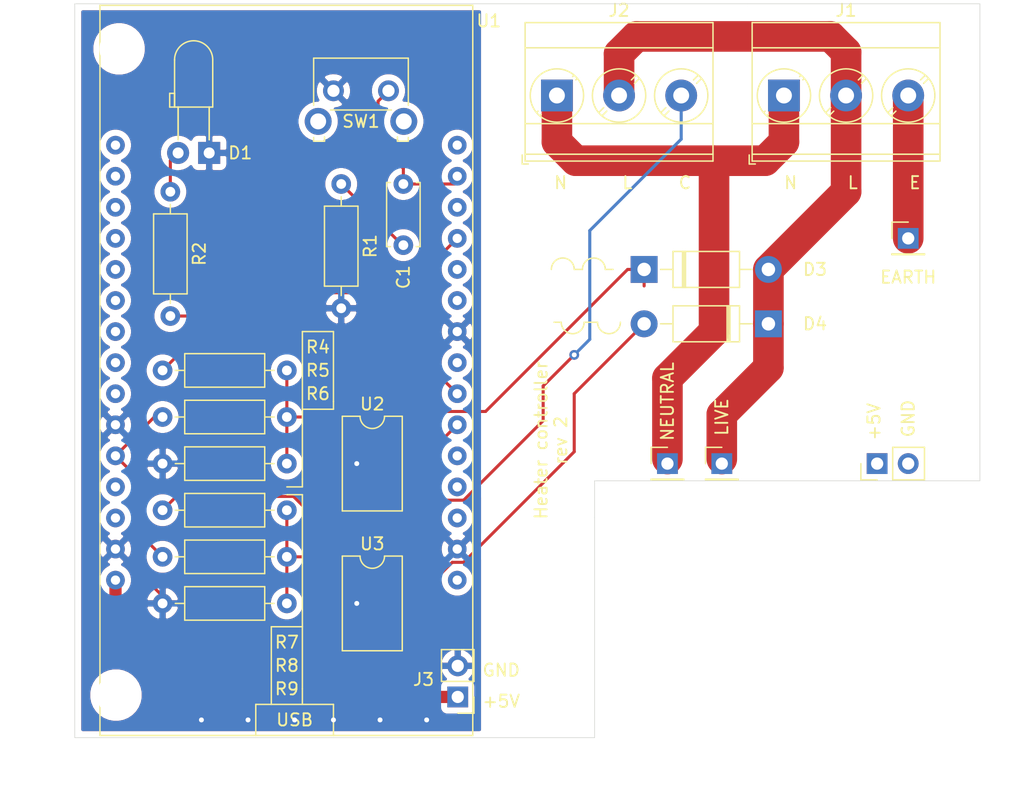
<source format=kicad_pcb>
(kicad_pcb (version 20171130) (host pcbnew 5.1.5-52549c5~86~ubuntu18.04.1)

  (general
    (thickness 1.6)
    (drawings 46)
    (tracks 118)
    (zones 0)
    (modules 26)
    (nets 42)
  )

  (page A4)
  (layers
    (0 F.Cu signal)
    (31 B.Cu signal)
    (32 B.Adhes user)
    (33 F.Adhes user)
    (34 B.Paste user)
    (35 F.Paste user)
    (36 B.SilkS user)
    (37 F.SilkS user)
    (38 B.Mask user)
    (39 F.Mask user)
    (40 Dwgs.User user)
    (41 Cmts.User user)
    (42 Eco1.User user)
    (43 Eco2.User user)
    (44 Edge.Cuts user)
    (45 Margin user)
    (46 B.CrtYd user)
    (47 F.CrtYd user)
    (48 B.Fab user)
    (49 F.Fab user)
  )

  (setup
    (last_trace_width 0.25)
    (trace_clearance 0.2)
    (zone_clearance 0.508)
    (zone_45_only no)
    (trace_min 0.2)
    (via_size 0.8)
    (via_drill 0.4)
    (via_min_size 0.4)
    (via_min_drill 0.3)
    (uvia_size 0.3)
    (uvia_drill 0.1)
    (uvias_allowed no)
    (uvia_min_size 0.2)
    (uvia_min_drill 0.1)
    (edge_width 0.05)
    (segment_width 0.2)
    (pcb_text_width 0.3)
    (pcb_text_size 1.5 1.5)
    (mod_edge_width 0.12)
    (mod_text_size 1 1)
    (mod_text_width 0.15)
    (pad_size 1.524 1.524)
    (pad_drill 0.762)
    (pad_to_mask_clearance 0.051)
    (solder_mask_min_width 0.25)
    (aux_axis_origin 0 0)
    (visible_elements FFFFFF7F)
    (pcbplotparams
      (layerselection 0x010fc_ffffffff)
      (usegerberextensions false)
      (usegerberattributes false)
      (usegerberadvancedattributes false)
      (creategerberjobfile false)
      (excludeedgelayer true)
      (linewidth 0.150000)
      (plotframeref false)
      (viasonmask false)
      (mode 1)
      (useauxorigin false)
      (hpglpennumber 1)
      (hpglpenspeed 20)
      (hpglpendiameter 15.000000)
      (psnegative false)
      (psa4output false)
      (plotreference true)
      (plotvalue true)
      (plotinvisibletext false)
      (padsonsilk false)
      (subtractmaskfromsilk false)
      (outputformat 1)
      (mirror false)
      (drillshape 0)
      (scaleselection 1)
      (outputdirectory "heater_controller_rev1/"))
  )

  (net 0 "")
  (net 1 GND)
  (net 2 /LIVE)
  (net 3 /NEUTRAL)
  (net 4 "Net-(U1-Pad1)")
  (net 5 "Net-(U1-Pad2)")
  (net 6 "Net-(U1-Pad3)")
  (net 7 "Net-(U1-Pad6)")
  (net 8 "Net-(U1-Pad7)")
  (net 9 "Net-(U1-Pad8)")
  (net 10 "Net-(U1-Pad9)")
  (net 11 "Net-(U1-Pad12)")
  (net 12 "Net-(U1-Pad25)")
  (net 13 "Net-(U1-Pad30)")
  (net 14 "Net-(U2-Pad5)")
  (net 15 "Net-(U2-Pad3)")
  (net 16 "Net-(U3-Pad3)")
  (net 17 "Net-(U3-Pad5)")
  (net 18 "Net-(D1-Pad2)")
  (net 19 "Net-(D3-Pad1)")
  (net 20 "Net-(D4-Pad2)")
  (net 21 +5V)
  (net 22 +3V3)
  (net 23 "Net-(U1-Pad16)")
  (net 24 "Net-(U1-Pad5)")
  (net 25 /USER_BUTTON)
  (net 26 "Net-(C1-Pad2)")
  (net 27 "Net-(U1-Pad4)")
  (net 28 "Net-(U1-Pad18)")
  (net 29 "Net-(U1-Pad19)")
  (net 30 "Net-(U1-Pad20)")
  (net 31 "Net-(U1-Pad26)")
  (net 32 "Net-(R2-Pad2)")
  (net 33 "Net-(R4-Pad1)")
  (net 34 "Net-(R7-Pad1)")
  (net 35 "Net-(U1-Pad13)")
  (net 36 "Net-(U1-Pad23)")
  (net 37 /EARTH)
  (net 38 /NEGATIVE_OUTPUT)
  (net 39 /POSITIVE_INPUT)
  (net 40 /NEGATIVE_INPUT)
  (net 41 "Net-(U1-Pad28)")

  (net_class Default "This is the default net class."
    (clearance 0.2)
    (trace_width 0.25)
    (via_dia 0.8)
    (via_drill 0.4)
    (uvia_dia 0.3)
    (uvia_drill 0.1)
    (add_net +3V3)
    (add_net /NEGATIVE_INPUT)
    (add_net /NEGATIVE_OUTPUT)
    (add_net /POSITIVE_INPUT)
    (add_net /USER_BUTTON)
    (add_net GND)
    (add_net "Net-(C1-Pad2)")
    (add_net "Net-(D1-Pad2)")
    (add_net "Net-(D3-Pad1)")
    (add_net "Net-(D4-Pad2)")
    (add_net "Net-(R2-Pad2)")
    (add_net "Net-(R4-Pad1)")
    (add_net "Net-(R7-Pad1)")
    (add_net "Net-(U1-Pad1)")
    (add_net "Net-(U1-Pad12)")
    (add_net "Net-(U1-Pad13)")
    (add_net "Net-(U1-Pad16)")
    (add_net "Net-(U1-Pad18)")
    (add_net "Net-(U1-Pad19)")
    (add_net "Net-(U1-Pad2)")
    (add_net "Net-(U1-Pad20)")
    (add_net "Net-(U1-Pad23)")
    (add_net "Net-(U1-Pad25)")
    (add_net "Net-(U1-Pad26)")
    (add_net "Net-(U1-Pad28)")
    (add_net "Net-(U1-Pad3)")
    (add_net "Net-(U1-Pad30)")
    (add_net "Net-(U1-Pad4)")
    (add_net "Net-(U1-Pad5)")
    (add_net "Net-(U1-Pad6)")
    (add_net "Net-(U1-Pad7)")
    (add_net "Net-(U1-Pad8)")
    (add_net "Net-(U1-Pad9)")
    (add_net "Net-(U2-Pad3)")
    (add_net "Net-(U2-Pad5)")
    (add_net "Net-(U3-Pad3)")
    (add_net "Net-(U3-Pad5)")
  )

  (net_class MAINS ""
    (clearance 0.5)
    (trace_width 2.5)
    (via_dia 0.8)
    (via_drill 0.4)
    (uvia_dia 0.3)
    (uvia_drill 0.1)
    (add_net /EARTH)
    (add_net /LIVE)
    (add_net /NEUTRAL)
  )

  (net_class PWR ""
    (clearance 0.2)
    (trace_width 1)
    (via_dia 0.8)
    (via_drill 0.4)
    (uvia_dia 0.3)
    (uvia_drill 0.1)
    (add_net +5V)
  )

  (module nodemcu:NodeMCU (layer F.Cu) (tedit 5DCC59C8) (tstamp 5E695088)
    (at 116.800001 87.63)
    (path /5DA8ED28)
    (fp_text reference U1 (at 16.549999 -62.23) (layer F.SilkS)
      (effects (font (size 1 1) (thickness 0.15)))
    )
    (fp_text value "NodeMCU_1.0_(ESP-12E)" (at 0 -0.5) (layer F.Fab)
      (effects (font (size 1 1) (thickness 0.15)))
    )
    (fp_line (start 15.24 -63.5) (end 15.24 -3.81) (layer F.SilkS) (width 0.12))
    (fp_line (start 15.24 -3.81) (end -15.24 -3.81) (layer F.SilkS) (width 0.12))
    (fp_line (start -15.24 -3.81) (end -15.24 -63.5) (layer F.SilkS) (width 0.12))
    (fp_line (start -15.24 -63.5) (end 15.24 -63.5) (layer F.SilkS) (width 0.12))
    (pad 1 thru_hole circle (at -13.97 -52.07) (size 1.524 1.524) (drill 0.762) (layers *.Cu *.Mask)
      (net 4 "Net-(U1-Pad1)"))
    (pad 2 thru_hole circle (at -13.97 -49.53) (size 1.524 1.524) (drill 0.762) (layers *.Cu *.Mask)
      (net 5 "Net-(U1-Pad2)"))
    (pad 3 thru_hole circle (at -13.97 -46.99) (size 1.524 1.524) (drill 0.762) (layers *.Cu *.Mask)
      (net 6 "Net-(U1-Pad3)"))
    (pad 4 thru_hole circle (at -13.97 -44.45) (size 1.524 1.524) (drill 0.762) (layers *.Cu *.Mask)
      (net 27 "Net-(U1-Pad4)"))
    (pad 5 thru_hole circle (at -13.97 -41.91) (size 1.524 1.524) (drill 0.762) (layers *.Cu *.Mask)
      (net 24 "Net-(U1-Pad5)"))
    (pad 6 thru_hole circle (at -13.97 -39.37) (size 1.524 1.524) (drill 0.762) (layers *.Cu *.Mask)
      (net 7 "Net-(U1-Pad6)"))
    (pad 7 thru_hole circle (at -13.97 -36.83) (size 1.524 1.524) (drill 0.762) (layers *.Cu *.Mask)
      (net 8 "Net-(U1-Pad7)"))
    (pad 8 thru_hole circle (at -13.97 -34.29) (size 1.524 1.524) (drill 0.762) (layers *.Cu *.Mask)
      (net 9 "Net-(U1-Pad8)"))
    (pad 9 thru_hole circle (at -13.97 -31.75) (size 1.524 1.524) (drill 0.762) (layers *.Cu *.Mask)
      (net 10 "Net-(U1-Pad9)"))
    (pad 10 thru_hole circle (at -13.97 -29.21) (size 1.524 1.524) (drill 0.762) (layers *.Cu *.Mask)
      (net 1 GND))
    (pad 11 thru_hole circle (at -13.97 -26.67) (size 1.524 1.524) (drill 0.762) (layers *.Cu *.Mask)
      (net 22 +3V3))
    (pad 12 thru_hole circle (at -13.97 -24.13) (size 1.524 1.524) (drill 0.762) (layers *.Cu *.Mask)
      (net 11 "Net-(U1-Pad12)"))
    (pad 13 thru_hole circle (at -13.97 -21.59) (size 1.524 1.524) (drill 0.762) (layers *.Cu *.Mask)
      (net 35 "Net-(U1-Pad13)"))
    (pad 14 thru_hole circle (at -13.97 -19.05) (size 1.524 1.524) (drill 0.762) (layers *.Cu *.Mask)
      (net 1 GND))
    (pad 15 thru_hole circle (at -13.97 -16.51) (size 1.524 1.524) (drill 0.762) (layers *.Cu *.Mask)
      (net 21 +5V))
    (pad 16 thru_hole circle (at 13.97 -16.51) (size 1.524 1.524) (drill 0.762) (layers *.Cu *.Mask)
      (net 23 "Net-(U1-Pad16)"))
    (pad 17 thru_hole circle (at 13.97 -19.05) (size 1.524 1.524) (drill 0.762) (layers *.Cu *.Mask)
      (net 1 GND))
    (pad 18 thru_hole circle (at 13.97 -21.59) (size 1.524 1.524) (drill 0.762) (layers *.Cu *.Mask)
      (net 28 "Net-(U1-Pad18)"))
    (pad 19 thru_hole circle (at 13.97 -24.13) (size 1.524 1.524) (drill 0.762) (layers *.Cu *.Mask)
      (net 29 "Net-(U1-Pad19)"))
    (pad 20 thru_hole circle (at 13.97 -26.67) (size 1.524 1.524) (drill 0.762) (layers *.Cu *.Mask)
      (net 30 "Net-(U1-Pad20)"))
    (pad 21 thru_hole circle (at 13.97 -29.21) (size 1.524 1.524) (drill 0.762) (layers *.Cu *.Mask)
      (net 40 /NEGATIVE_INPUT))
    (pad 22 thru_hole circle (at 13.97 -31.75) (size 1.524 1.524) (drill 0.762) (layers *.Cu *.Mask)
      (net 39 /POSITIVE_INPUT))
    (pad 23 thru_hole circle (at 13.97 -34.29) (size 1.524 1.524) (drill 0.762) (layers *.Cu *.Mask)
      (net 36 "Net-(U1-Pad23)"))
    (pad 24 thru_hole circle (at 13.97 -36.83) (size 1.524 1.524) (drill 0.762) (layers *.Cu *.Mask)
      (net 1 GND))
    (pad 25 thru_hole circle (at 13.97 -39.37) (size 1.524 1.524) (drill 0.762) (layers *.Cu *.Mask)
      (net 12 "Net-(U1-Pad25)"))
    (pad 26 thru_hole circle (at 13.97 -41.91) (size 1.524 1.524) (drill 0.762) (layers *.Cu *.Mask)
      (net 31 "Net-(U1-Pad26)"))
    (pad 27 thru_hole circle (at 13.97 -44.45) (size 1.524 1.524) (drill 0.762) (layers *.Cu *.Mask)
      (net 32 "Net-(R2-Pad2)"))
    (pad 28 thru_hole circle (at 13.97 -46.99) (size 1.524 1.524) (drill 0.762) (layers *.Cu *.Mask)
      (net 41 "Net-(U1-Pad28)"))
    (pad 29 thru_hole circle (at 13.97 -49.53) (size 1.524 1.524) (drill 0.762) (layers *.Cu *.Mask)
      (net 25 /USER_BUTTON))
    (pad 30 thru_hole circle (at 13.97 -52.07) (size 1.524 1.524) (drill 0.762) (layers *.Cu *.Mask)
      (net 13 "Net-(U1-Pad30)"))
  )

  (module MountingHole:MountingHole_3.2mm_M3 (layer F.Cu) (tedit 56D1B4CB) (tstamp 5EA459D9)
    (at 103.124 27.686)
    (descr "Mounting Hole 3.2mm, no annular, M3")
    (tags "mounting hole 3.2mm no annular m3")
    (attr virtual)
    (fp_text reference REF** (at 0 -4.2) (layer F.SilkS) hide
      (effects (font (size 1 1) (thickness 0.15)))
    )
    (fp_text value MountingHole_3.2mm_M3 (at 0 4.2) (layer F.Fab)
      (effects (font (size 1 1) (thickness 0.15)))
    )
    (fp_circle (center 0 0) (end 3.45 0) (layer F.CrtYd) (width 0.05))
    (fp_circle (center 0 0) (end 3.2 0) (layer Cmts.User) (width 0.15))
    (fp_text user %R (at 0.3 0) (layer F.Fab)
      (effects (font (size 1 1) (thickness 0.15)))
    )
    (pad 1 np_thru_hole circle (at 0 0) (size 3.2 3.2) (drill 3.2) (layers *.Cu *.Mask))
  )

  (module MountingHole:MountingHole_3.2mm_M3 (layer F.Cu) (tedit 56D1B4CB) (tstamp 5EA459C3)
    (at 102.87 80.518)
    (descr "Mounting Hole 3.2mm, no annular, M3")
    (tags "mounting hole 3.2mm no annular m3")
    (attr virtual)
    (fp_text reference REF** (at 0 -4.2) (layer F.SilkS) hide
      (effects (font (size 1 1) (thickness 0.15)))
    )
    (fp_text value MountingHole_3.2mm_M3 (at 0 4.2) (layer F.Fab)
      (effects (font (size 1 1) (thickness 0.15)))
    )
    (fp_circle (center 0 0) (end 3.45 0) (layer F.CrtYd) (width 0.05))
    (fp_circle (center 0 0) (end 3.2 0) (layer Cmts.User) (width 0.15))
    (fp_text user %R (at 0.3 0) (layer F.Fab)
      (effects (font (size 1 1) (thickness 0.15)))
    )
    (pad 1 np_thru_hole circle (at 0 0) (size 3.2 3.2) (drill 3.2) (layers *.Cu *.Mask))
  )

  (module MountingHole:MountingHole_3.2mm_M3 (layer F.Cu) (tedit 56D1B4CB) (tstamp 5EA459AD)
    (at 167.64 52.07)
    (descr "Mounting Hole 3.2mm, no annular, M3")
    (tags "mounting hole 3.2mm no annular m3")
    (attr virtual)
    (fp_text reference REF** (at 0 -4.2) (layer F.SilkS) hide
      (effects (font (size 1 1) (thickness 0.15)))
    )
    (fp_text value MountingHole_3.2mm_M3 (at 0 4.2) (layer F.Fab)
      (effects (font (size 1 1) (thickness 0.15)))
    )
    (fp_circle (center 0 0) (end 3.45 0) (layer F.CrtYd) (width 0.05))
    (fp_circle (center 0 0) (end 3.2 0) (layer Cmts.User) (width 0.15))
    (fp_text user %R (at 0.3 0) (layer F.Fab)
      (effects (font (size 1 1) (thickness 0.15)))
    )
    (pad 1 np_thru_hole circle (at 0 0) (size 3.2 3.2) (drill 3.2) (layers *.Cu *.Mask))
  )

  (module Package_DIP:SMDIP-6_W7.62mm (layer F.Cu) (tedit 5A02E8C5) (tstamp 5E5092AC)
    (at 123.825 73.025)
    (descr "6-lead surface-mounted (SMD) DIP package, row spacing 7.62 mm (300 mils)")
    (tags "SMD DIP DIL PDIP SMDIP 2.54mm 7.62mm 300mil")
    (path /5DA920A8)
    (attr smd)
    (fp_text reference U3 (at 0 -4.87) (layer F.SilkS)
      (effects (font (size 1 1) (thickness 0.15)))
    )
    (fp_text value CPC1972 (at 0 4.87) (layer F.Fab)
      (effects (font (size 1 1) (thickness 0.15)))
    )
    (fp_text user %R (at 0 0) (layer F.Fab)
      (effects (font (size 1 1) (thickness 0.15)))
    )
    (fp_line (start 5.1 -4.1) (end -5.1 -4.1) (layer F.CrtYd) (width 0.05))
    (fp_line (start 5.1 4.1) (end 5.1 -4.1) (layer F.CrtYd) (width 0.05))
    (fp_line (start -5.1 4.1) (end 5.1 4.1) (layer F.CrtYd) (width 0.05))
    (fp_line (start -5.1 -4.1) (end -5.1 4.1) (layer F.CrtYd) (width 0.05))
    (fp_line (start 2.45 -3.87) (end 1 -3.87) (layer F.SilkS) (width 0.12))
    (fp_line (start 2.45 3.87) (end 2.45 -3.87) (layer F.SilkS) (width 0.12))
    (fp_line (start -2.45 3.87) (end 2.45 3.87) (layer F.SilkS) (width 0.12))
    (fp_line (start -2.45 -3.87) (end -2.45 3.87) (layer F.SilkS) (width 0.12))
    (fp_line (start -1 -3.87) (end -2.45 -3.87) (layer F.SilkS) (width 0.12))
    (fp_line (start -3.175 -2.81) (end -2.175 -3.81) (layer F.Fab) (width 0.1))
    (fp_line (start -3.175 3.81) (end -3.175 -2.81) (layer F.Fab) (width 0.1))
    (fp_line (start 3.175 3.81) (end -3.175 3.81) (layer F.Fab) (width 0.1))
    (fp_line (start 3.175 -3.81) (end 3.175 3.81) (layer F.Fab) (width 0.1))
    (fp_line (start -2.175 -3.81) (end 3.175 -3.81) (layer F.Fab) (width 0.1))
    (fp_arc (start 0 -3.87) (end -1 -3.87) (angle -180) (layer F.SilkS) (width 0.12))
    (pad 6 smd rect (at 3.81 -2.54) (size 2 1.78) (layers F.Cu F.Paste F.Mask)
      (net 20 "Net-(D4-Pad2)"))
    (pad 3 smd rect (at -3.81 2.54) (size 2 1.78) (layers F.Cu F.Paste F.Mask)
      (net 16 "Net-(U3-Pad3)"))
    (pad 5 smd rect (at 3.81 0) (size 2 1.78) (layers F.Cu F.Paste F.Mask)
      (net 17 "Net-(U3-Pad5)"))
    (pad 2 smd rect (at -3.81 0) (size 2 1.78) (layers F.Cu F.Paste F.Mask)
      (net 1 GND))
    (pad 4 smd rect (at 3.81 2.54) (size 2 1.78) (layers F.Cu F.Paste F.Mask)
      (net 38 /NEGATIVE_OUTPUT))
    (pad 1 smd rect (at -3.81 -2.54) (size 2 1.78) (layers F.Cu F.Paste F.Mask)
      (net 34 "Net-(R7-Pad1)"))
    (model ${KISYS3DMOD}/Package_DIP.3dshapes/SMDIP-6_W7.62mm.wrl
      (at (xyz 0 0 0))
      (scale (xyz 1 1 1))
      (rotate (xyz 0 0 0))
    )
  )

  (module Package_DIP:SMDIP-6_W7.62mm (layer F.Cu) (tedit 5A02E8C5) (tstamp 5E509420)
    (at 123.825 61.595)
    (descr "6-lead surface-mounted (SMD) DIP package, row spacing 7.62 mm (300 mils)")
    (tags "SMD DIP DIL PDIP SMDIP 2.54mm 7.62mm 300mil")
    (path /5DA91CA2)
    (attr smd)
    (fp_text reference U2 (at 0 -4.87) (layer F.SilkS)
      (effects (font (size 1 1) (thickness 0.15)))
    )
    (fp_text value CPC1972 (at 0 4.87) (layer F.Fab)
      (effects (font (size 1 1) (thickness 0.15)))
    )
    (fp_text user %R (at 0 0) (layer F.Fab)
      (effects (font (size 1 1) (thickness 0.15)))
    )
    (fp_line (start 5.1 -4.1) (end -5.1 -4.1) (layer F.CrtYd) (width 0.05))
    (fp_line (start 5.1 4.1) (end 5.1 -4.1) (layer F.CrtYd) (width 0.05))
    (fp_line (start -5.1 4.1) (end 5.1 4.1) (layer F.CrtYd) (width 0.05))
    (fp_line (start -5.1 -4.1) (end -5.1 4.1) (layer F.CrtYd) (width 0.05))
    (fp_line (start 2.45 -3.87) (end 1 -3.87) (layer F.SilkS) (width 0.12))
    (fp_line (start 2.45 3.87) (end 2.45 -3.87) (layer F.SilkS) (width 0.12))
    (fp_line (start -2.45 3.87) (end 2.45 3.87) (layer F.SilkS) (width 0.12))
    (fp_line (start -2.45 -3.87) (end -2.45 3.87) (layer F.SilkS) (width 0.12))
    (fp_line (start -1 -3.87) (end -2.45 -3.87) (layer F.SilkS) (width 0.12))
    (fp_line (start -3.175 -2.81) (end -2.175 -3.81) (layer F.Fab) (width 0.1))
    (fp_line (start -3.175 3.81) (end -3.175 -2.81) (layer F.Fab) (width 0.1))
    (fp_line (start 3.175 3.81) (end -3.175 3.81) (layer F.Fab) (width 0.1))
    (fp_line (start 3.175 -3.81) (end 3.175 3.81) (layer F.Fab) (width 0.1))
    (fp_line (start -2.175 -3.81) (end 3.175 -3.81) (layer F.Fab) (width 0.1))
    (fp_arc (start 0 -3.87) (end -1 -3.87) (angle -180) (layer F.SilkS) (width 0.12))
    (pad 6 smd rect (at 3.81 -2.54) (size 2 1.78) (layers F.Cu F.Paste F.Mask)
      (net 19 "Net-(D3-Pad1)"))
    (pad 3 smd rect (at -3.81 2.54) (size 2 1.78) (layers F.Cu F.Paste F.Mask)
      (net 15 "Net-(U2-Pad3)"))
    (pad 5 smd rect (at 3.81 0) (size 2 1.78) (layers F.Cu F.Paste F.Mask)
      (net 14 "Net-(U2-Pad5)"))
    (pad 2 smd rect (at -3.81 0) (size 2 1.78) (layers F.Cu F.Paste F.Mask)
      (net 1 GND))
    (pad 4 smd rect (at 3.81 2.54) (size 2 1.78) (layers F.Cu F.Paste F.Mask)
      (net 38 /NEGATIVE_OUTPUT))
    (pad 1 smd rect (at -3.81 -2.54) (size 2 1.78) (layers F.Cu F.Paste F.Mask)
      (net 33 "Net-(R4-Pad1)"))
    (model ${KISYS3DMOD}/Package_DIP.3dshapes/SMDIP-6_W7.62mm.wrl
      (at (xyz 0 0 0))
      (scale (xyz 1 1 1))
      (rotate (xyz 0 0 0))
    )
  )

  (module Resistor_THT:R_Axial_DIN0207_L6.3mm_D2.5mm_P10.16mm_Horizontal (layer F.Cu) (tedit 5AE5139B) (tstamp 5E56DFCD)
    (at 116.84 73.025 180)
    (descr "Resistor, Axial_DIN0207 series, Axial, Horizontal, pin pitch=10.16mm, 0.25W = 1/4W, length*diameter=6.3*2.5mm^2, http://cdn-reichelt.de/documents/datenblatt/B400/1_4W%23YAG.pdf")
    (tags "Resistor Axial_DIN0207 series Axial Horizontal pin pitch 10.16mm 0.25W = 1/4W length 6.3mm diameter 2.5mm")
    (path /5DAE1364)
    (fp_text reference R9 (at 0 -6.985) (layer F.SilkS)
      (effects (font (size 1 1) (thickness 0.15)))
    )
    (fp_text value 10k (at 5.08 2.37) (layer F.Fab)
      (effects (font (size 1 1) (thickness 0.15)))
    )
    (fp_text user %R (at 5.08 0) (layer F.Fab)
      (effects (font (size 1 1) (thickness 0.15)))
    )
    (fp_line (start 11.21 -1.5) (end -1.05 -1.5) (layer F.CrtYd) (width 0.05))
    (fp_line (start 11.21 1.5) (end 11.21 -1.5) (layer F.CrtYd) (width 0.05))
    (fp_line (start -1.05 1.5) (end 11.21 1.5) (layer F.CrtYd) (width 0.05))
    (fp_line (start -1.05 -1.5) (end -1.05 1.5) (layer F.CrtYd) (width 0.05))
    (fp_line (start 9.12 0) (end 8.35 0) (layer F.SilkS) (width 0.12))
    (fp_line (start 1.04 0) (end 1.81 0) (layer F.SilkS) (width 0.12))
    (fp_line (start 8.35 -1.37) (end 1.81 -1.37) (layer F.SilkS) (width 0.12))
    (fp_line (start 8.35 1.37) (end 8.35 -1.37) (layer F.SilkS) (width 0.12))
    (fp_line (start 1.81 1.37) (end 8.35 1.37) (layer F.SilkS) (width 0.12))
    (fp_line (start 1.81 -1.37) (end 1.81 1.37) (layer F.SilkS) (width 0.12))
    (fp_line (start 10.16 0) (end 8.23 0) (layer F.Fab) (width 0.1))
    (fp_line (start 0 0) (end 1.93 0) (layer F.Fab) (width 0.1))
    (fp_line (start 8.23 -1.25) (end 1.93 -1.25) (layer F.Fab) (width 0.1))
    (fp_line (start 8.23 1.25) (end 8.23 -1.25) (layer F.Fab) (width 0.1))
    (fp_line (start 1.93 1.25) (end 8.23 1.25) (layer F.Fab) (width 0.1))
    (fp_line (start 1.93 -1.25) (end 1.93 1.25) (layer F.Fab) (width 0.1))
    (pad 2 thru_hole oval (at 10.16 0 180) (size 1.6 1.6) (drill 0.8) (layers *.Cu *.Mask)
      (net 1 GND))
    (pad 1 thru_hole circle (at 0 0 180) (size 1.6 1.6) (drill 0.8) (layers *.Cu *.Mask)
      (net 34 "Net-(R7-Pad1)"))
    (model ${KISYS3DMOD}/Resistor_THT.3dshapes/R_Axial_DIN0207_L6.3mm_D2.5mm_P10.16mm_Horizontal.wrl
      (at (xyz 0 0 0))
      (scale (xyz 1 1 1))
      (rotate (xyz 0 0 0))
    )
  )

  (module Resistor_THT:R_Axial_DIN0207_L6.3mm_D2.5mm_P10.16mm_Horizontal (layer F.Cu) (tedit 5AE5139B) (tstamp 5E56DFB7)
    (at 106.68 69.215)
    (descr "Resistor, Axial_DIN0207 series, Axial, Horizontal, pin pitch=10.16mm, 0.25W = 1/4W, length*diameter=6.3*2.5mm^2, http://cdn-reichelt.de/documents/datenblatt/B400/1_4W%23YAG.pdf")
    (tags "Resistor Axial_DIN0207 series Axial Horizontal pin pitch 10.16mm 0.25W = 1/4W length 6.3mm diameter 2.5mm")
    (path /5E545E1A)
    (fp_text reference R8 (at 10.16 8.89) (layer F.SilkS)
      (effects (font (size 1 1) (thickness 0.15)))
    )
    (fp_text value 10k (at 5.08 2.37) (layer F.Fab)
      (effects (font (size 1 1) (thickness 0.15)))
    )
    (fp_text user %R (at 5.08 0) (layer F.Fab)
      (effects (font (size 1 1) (thickness 0.15)))
    )
    (fp_line (start 11.21 -1.5) (end -1.05 -1.5) (layer F.CrtYd) (width 0.05))
    (fp_line (start 11.21 1.5) (end 11.21 -1.5) (layer F.CrtYd) (width 0.05))
    (fp_line (start -1.05 1.5) (end 11.21 1.5) (layer F.CrtYd) (width 0.05))
    (fp_line (start -1.05 -1.5) (end -1.05 1.5) (layer F.CrtYd) (width 0.05))
    (fp_line (start 9.12 0) (end 8.35 0) (layer F.SilkS) (width 0.12))
    (fp_line (start 1.04 0) (end 1.81 0) (layer F.SilkS) (width 0.12))
    (fp_line (start 8.35 -1.37) (end 1.81 -1.37) (layer F.SilkS) (width 0.12))
    (fp_line (start 8.35 1.37) (end 8.35 -1.37) (layer F.SilkS) (width 0.12))
    (fp_line (start 1.81 1.37) (end 8.35 1.37) (layer F.SilkS) (width 0.12))
    (fp_line (start 1.81 -1.37) (end 1.81 1.37) (layer F.SilkS) (width 0.12))
    (fp_line (start 10.16 0) (end 8.23 0) (layer F.Fab) (width 0.1))
    (fp_line (start 0 0) (end 1.93 0) (layer F.Fab) (width 0.1))
    (fp_line (start 8.23 -1.25) (end 1.93 -1.25) (layer F.Fab) (width 0.1))
    (fp_line (start 8.23 1.25) (end 8.23 -1.25) (layer F.Fab) (width 0.1))
    (fp_line (start 1.93 1.25) (end 8.23 1.25) (layer F.Fab) (width 0.1))
    (fp_line (start 1.93 -1.25) (end 1.93 1.25) (layer F.Fab) (width 0.1))
    (pad 2 thru_hole oval (at 10.16 0) (size 1.6 1.6) (drill 0.8) (layers *.Cu *.Mask)
      (net 34 "Net-(R7-Pad1)"))
    (pad 1 thru_hole circle (at 0 0) (size 1.6 1.6) (drill 0.8) (layers *.Cu *.Mask)
      (net 22 +3V3))
    (model ${KISYS3DMOD}/Resistor_THT.3dshapes/R_Axial_DIN0207_L6.3mm_D2.5mm_P10.16mm_Horizontal.wrl
      (at (xyz 0 0 0))
      (scale (xyz 1 1 1))
      (rotate (xyz 0 0 0))
    )
  )

  (module Resistor_THT:R_Axial_DIN0207_L6.3mm_D2.5mm_P10.16mm_Horizontal (layer F.Cu) (tedit 5AE5139B) (tstamp 5E66B273)
    (at 116.84 65.405 180)
    (descr "Resistor, Axial_DIN0207 series, Axial, Horizontal, pin pitch=10.16mm, 0.25W = 1/4W, length*diameter=6.3*2.5mm^2, http://cdn-reichelt.de/documents/datenblatt/B400/1_4W%23YAG.pdf")
    (tags "Resistor Axial_DIN0207 series Axial Horizontal pin pitch 10.16mm 0.25W = 1/4W length 6.3mm diameter 2.5mm")
    (path /5DAB7573)
    (fp_text reference R7 (at 0 -10.795) (layer F.SilkS)
      (effects (font (size 1 1) (thickness 0.15)))
    )
    (fp_text value 1k (at 5.08 2.37) (layer F.Fab)
      (effects (font (size 1 1) (thickness 0.15)))
    )
    (fp_text user %R (at 5.08 0) (layer F.Fab)
      (effects (font (size 1 1) (thickness 0.15)))
    )
    (fp_line (start 11.21 -1.5) (end -1.05 -1.5) (layer F.CrtYd) (width 0.05))
    (fp_line (start 11.21 1.5) (end 11.21 -1.5) (layer F.CrtYd) (width 0.05))
    (fp_line (start -1.05 1.5) (end 11.21 1.5) (layer F.CrtYd) (width 0.05))
    (fp_line (start -1.05 -1.5) (end -1.05 1.5) (layer F.CrtYd) (width 0.05))
    (fp_line (start 9.12 0) (end 8.35 0) (layer F.SilkS) (width 0.12))
    (fp_line (start 1.04 0) (end 1.81 0) (layer F.SilkS) (width 0.12))
    (fp_line (start 8.35 -1.37) (end 1.81 -1.37) (layer F.SilkS) (width 0.12))
    (fp_line (start 8.35 1.37) (end 8.35 -1.37) (layer F.SilkS) (width 0.12))
    (fp_line (start 1.81 1.37) (end 8.35 1.37) (layer F.SilkS) (width 0.12))
    (fp_line (start 1.81 -1.37) (end 1.81 1.37) (layer F.SilkS) (width 0.12))
    (fp_line (start 10.16 0) (end 8.23 0) (layer F.Fab) (width 0.1))
    (fp_line (start 0 0) (end 1.93 0) (layer F.Fab) (width 0.1))
    (fp_line (start 8.23 -1.25) (end 1.93 -1.25) (layer F.Fab) (width 0.1))
    (fp_line (start 8.23 1.25) (end 8.23 -1.25) (layer F.Fab) (width 0.1))
    (fp_line (start 1.93 1.25) (end 8.23 1.25) (layer F.Fab) (width 0.1))
    (fp_line (start 1.93 -1.25) (end 1.93 1.25) (layer F.Fab) (width 0.1))
    (pad 2 thru_hole oval (at 10.16 0 180) (size 1.6 1.6) (drill 0.8) (layers *.Cu *.Mask)
      (net 40 /NEGATIVE_INPUT))
    (pad 1 thru_hole circle (at 0 0 180) (size 1.6 1.6) (drill 0.8) (layers *.Cu *.Mask)
      (net 34 "Net-(R7-Pad1)"))
    (model ${KISYS3DMOD}/Resistor_THT.3dshapes/R_Axial_DIN0207_L6.3mm_D2.5mm_P10.16mm_Horizontal.wrl
      (at (xyz 0 0 0))
      (scale (xyz 1 1 1))
      (rotate (xyz 0 0 0))
    )
  )

  (module Resistor_THT:R_Axial_DIN0207_L6.3mm_D2.5mm_P10.16mm_Horizontal (layer F.Cu) (tedit 5AE5139B) (tstamp 5E56DF8B)
    (at 116.84 61.595 180)
    (descr "Resistor, Axial_DIN0207 series, Axial, Horizontal, pin pitch=10.16mm, 0.25W = 1/4W, length*diameter=6.3*2.5mm^2, http://cdn-reichelt.de/documents/datenblatt/B400/1_4W%23YAG.pdf")
    (tags "Resistor Axial_DIN0207 series Axial Horizontal pin pitch 10.16mm 0.25W = 1/4W length 6.3mm diameter 2.5mm")
    (path /5DAE0AE1)
    (fp_text reference R6 (at -2.54 5.715) (layer F.SilkS)
      (effects (font (size 1 1) (thickness 0.15)))
    )
    (fp_text value 10k (at 5.08 2.37) (layer F.Fab)
      (effects (font (size 1 1) (thickness 0.15)))
    )
    (fp_text user %R (at 5.08 0) (layer F.Fab)
      (effects (font (size 1 1) (thickness 0.15)))
    )
    (fp_line (start 11.21 -1.5) (end -1.05 -1.5) (layer F.CrtYd) (width 0.05))
    (fp_line (start 11.21 1.5) (end 11.21 -1.5) (layer F.CrtYd) (width 0.05))
    (fp_line (start -1.05 1.5) (end 11.21 1.5) (layer F.CrtYd) (width 0.05))
    (fp_line (start -1.05 -1.5) (end -1.05 1.5) (layer F.CrtYd) (width 0.05))
    (fp_line (start 9.12 0) (end 8.35 0) (layer F.SilkS) (width 0.12))
    (fp_line (start 1.04 0) (end 1.81 0) (layer F.SilkS) (width 0.12))
    (fp_line (start 8.35 -1.37) (end 1.81 -1.37) (layer F.SilkS) (width 0.12))
    (fp_line (start 8.35 1.37) (end 8.35 -1.37) (layer F.SilkS) (width 0.12))
    (fp_line (start 1.81 1.37) (end 8.35 1.37) (layer F.SilkS) (width 0.12))
    (fp_line (start 1.81 -1.37) (end 1.81 1.37) (layer F.SilkS) (width 0.12))
    (fp_line (start 10.16 0) (end 8.23 0) (layer F.Fab) (width 0.1))
    (fp_line (start 0 0) (end 1.93 0) (layer F.Fab) (width 0.1))
    (fp_line (start 8.23 -1.25) (end 1.93 -1.25) (layer F.Fab) (width 0.1))
    (fp_line (start 8.23 1.25) (end 8.23 -1.25) (layer F.Fab) (width 0.1))
    (fp_line (start 1.93 1.25) (end 8.23 1.25) (layer F.Fab) (width 0.1))
    (fp_line (start 1.93 -1.25) (end 1.93 1.25) (layer F.Fab) (width 0.1))
    (pad 2 thru_hole oval (at 10.16 0 180) (size 1.6 1.6) (drill 0.8) (layers *.Cu *.Mask)
      (net 1 GND))
    (pad 1 thru_hole circle (at 0 0 180) (size 1.6 1.6) (drill 0.8) (layers *.Cu *.Mask)
      (net 33 "Net-(R4-Pad1)"))
    (model ${KISYS3DMOD}/Resistor_THT.3dshapes/R_Axial_DIN0207_L6.3mm_D2.5mm_P10.16mm_Horizontal.wrl
      (at (xyz 0 0 0))
      (scale (xyz 1 1 1))
      (rotate (xyz 0 0 0))
    )
  )

  (module Resistor_THT:R_Axial_DIN0207_L6.3mm_D2.5mm_P10.16mm_Horizontal (layer F.Cu) (tedit 5AE5139B) (tstamp 5E580CD5)
    (at 106.68 57.785)
    (descr "Resistor, Axial_DIN0207 series, Axial, Horizontal, pin pitch=10.16mm, 0.25W = 1/4W, length*diameter=6.3*2.5mm^2, http://cdn-reichelt.de/documents/datenblatt/B400/1_4W%23YAG.pdf")
    (tags "Resistor Axial_DIN0207 series Axial Horizontal pin pitch 10.16mm 0.25W = 1/4W length 6.3mm diameter 2.5mm")
    (path /5E52FD60)
    (fp_text reference R5 (at 12.7 -3.81) (layer F.SilkS)
      (effects (font (size 1 1) (thickness 0.15)))
    )
    (fp_text value 10k (at 5.08 2.37) (layer F.Fab)
      (effects (font (size 1 1) (thickness 0.15)))
    )
    (fp_text user %R (at 5.08 0) (layer F.Fab)
      (effects (font (size 1 1) (thickness 0.15)))
    )
    (fp_line (start 11.21 -1.5) (end -1.05 -1.5) (layer F.CrtYd) (width 0.05))
    (fp_line (start 11.21 1.5) (end 11.21 -1.5) (layer F.CrtYd) (width 0.05))
    (fp_line (start -1.05 1.5) (end 11.21 1.5) (layer F.CrtYd) (width 0.05))
    (fp_line (start -1.05 -1.5) (end -1.05 1.5) (layer F.CrtYd) (width 0.05))
    (fp_line (start 9.12 0) (end 8.35 0) (layer F.SilkS) (width 0.12))
    (fp_line (start 1.04 0) (end 1.81 0) (layer F.SilkS) (width 0.12))
    (fp_line (start 8.35 -1.37) (end 1.81 -1.37) (layer F.SilkS) (width 0.12))
    (fp_line (start 8.35 1.37) (end 8.35 -1.37) (layer F.SilkS) (width 0.12))
    (fp_line (start 1.81 1.37) (end 8.35 1.37) (layer F.SilkS) (width 0.12))
    (fp_line (start 1.81 -1.37) (end 1.81 1.37) (layer F.SilkS) (width 0.12))
    (fp_line (start 10.16 0) (end 8.23 0) (layer F.Fab) (width 0.1))
    (fp_line (start 0 0) (end 1.93 0) (layer F.Fab) (width 0.1))
    (fp_line (start 8.23 -1.25) (end 1.93 -1.25) (layer F.Fab) (width 0.1))
    (fp_line (start 8.23 1.25) (end 8.23 -1.25) (layer F.Fab) (width 0.1))
    (fp_line (start 1.93 1.25) (end 8.23 1.25) (layer F.Fab) (width 0.1))
    (fp_line (start 1.93 -1.25) (end 1.93 1.25) (layer F.Fab) (width 0.1))
    (pad 2 thru_hole oval (at 10.16 0) (size 1.6 1.6) (drill 0.8) (layers *.Cu *.Mask)
      (net 33 "Net-(R4-Pad1)"))
    (pad 1 thru_hole circle (at 0 0) (size 1.6 1.6) (drill 0.8) (layers *.Cu *.Mask)
      (net 22 +3V3))
    (model ${KISYS3DMOD}/Resistor_THT.3dshapes/R_Axial_DIN0207_L6.3mm_D2.5mm_P10.16mm_Horizontal.wrl
      (at (xyz 0 0 0))
      (scale (xyz 1 1 1))
      (rotate (xyz 0 0 0))
    )
  )

  (module Resistor_THT:R_Axial_DIN0207_L6.3mm_D2.5mm_P10.16mm_Horizontal (layer F.Cu) (tedit 5AE5139B) (tstamp 5EA45CF2)
    (at 116.84 53.975 180)
    (descr "Resistor, Axial_DIN0207 series, Axial, Horizontal, pin pitch=10.16mm, 0.25W = 1/4W, length*diameter=6.3*2.5mm^2, http://cdn-reichelt.de/documents/datenblatt/B400/1_4W%23YAG.pdf")
    (tags "Resistor Axial_DIN0207 series Axial Horizontal pin pitch 10.16mm 0.25W = 1/4W length 6.3mm diameter 2.5mm")
    (path /5DAB56C1)
    (fp_text reference R4 (at -2.54 1.905) (layer F.SilkS)
      (effects (font (size 1 1) (thickness 0.15)))
    )
    (fp_text value 1k (at 5.08 2.37) (layer F.Fab)
      (effects (font (size 1 1) (thickness 0.15)))
    )
    (fp_text user %R (at 5.08 0) (layer F.Fab)
      (effects (font (size 1 1) (thickness 0.15)))
    )
    (fp_line (start 11.21 -1.5) (end -1.05 -1.5) (layer F.CrtYd) (width 0.05))
    (fp_line (start 11.21 1.5) (end 11.21 -1.5) (layer F.CrtYd) (width 0.05))
    (fp_line (start -1.05 1.5) (end 11.21 1.5) (layer F.CrtYd) (width 0.05))
    (fp_line (start -1.05 -1.5) (end -1.05 1.5) (layer F.CrtYd) (width 0.05))
    (fp_line (start 9.12 0) (end 8.35 0) (layer F.SilkS) (width 0.12))
    (fp_line (start 1.04 0) (end 1.81 0) (layer F.SilkS) (width 0.12))
    (fp_line (start 8.35 -1.37) (end 1.81 -1.37) (layer F.SilkS) (width 0.12))
    (fp_line (start 8.35 1.37) (end 8.35 -1.37) (layer F.SilkS) (width 0.12))
    (fp_line (start 1.81 1.37) (end 8.35 1.37) (layer F.SilkS) (width 0.12))
    (fp_line (start 1.81 -1.37) (end 1.81 1.37) (layer F.SilkS) (width 0.12))
    (fp_line (start 10.16 0) (end 8.23 0) (layer F.Fab) (width 0.1))
    (fp_line (start 0 0) (end 1.93 0) (layer F.Fab) (width 0.1))
    (fp_line (start 8.23 -1.25) (end 1.93 -1.25) (layer F.Fab) (width 0.1))
    (fp_line (start 8.23 1.25) (end 8.23 -1.25) (layer F.Fab) (width 0.1))
    (fp_line (start 1.93 1.25) (end 8.23 1.25) (layer F.Fab) (width 0.1))
    (fp_line (start 1.93 -1.25) (end 1.93 1.25) (layer F.Fab) (width 0.1))
    (pad 2 thru_hole oval (at 10.16 0 180) (size 1.6 1.6) (drill 0.8) (layers *.Cu *.Mask)
      (net 39 /POSITIVE_INPUT))
    (pad 1 thru_hole circle (at 0 0 180) (size 1.6 1.6) (drill 0.8) (layers *.Cu *.Mask)
      (net 33 "Net-(R4-Pad1)"))
    (model ${KISYS3DMOD}/Resistor_THT.3dshapes/R_Axial_DIN0207_L6.3mm_D2.5mm_P10.16mm_Horizontal.wrl
      (at (xyz 0 0 0))
      (scale (xyz 1 1 1))
      (rotate (xyz 0 0 0))
    )
  )

  (module Resistor_THT:R_Axial_DIN0207_L6.3mm_D2.5mm_P10.16mm_Horizontal (layer F.Cu) (tedit 5AE5139B) (tstamp 5EA459F7)
    (at 107.315 39.37 270)
    (descr "Resistor, Axial_DIN0207 series, Axial, Horizontal, pin pitch=10.16mm, 0.25W = 1/4W, length*diameter=6.3*2.5mm^2, http://cdn-reichelt.de/documents/datenblatt/B400/1_4W%23YAG.pdf")
    (tags "Resistor Axial_DIN0207 series Axial Horizontal pin pitch 10.16mm 0.25W = 1/4W length 6.3mm diameter 2.5mm")
    (path /5DAD3A54)
    (fp_text reference R2 (at 5.08 -2.37 90) (layer F.SilkS)
      (effects (font (size 1 1) (thickness 0.15)))
    )
    (fp_text value 1k (at 5.08 2.37 90) (layer F.Fab)
      (effects (font (size 1 1) (thickness 0.15)))
    )
    (fp_text user %R (at 5.08 0 90) (layer F.Fab)
      (effects (font (size 1 1) (thickness 0.15)))
    )
    (fp_line (start 11.21 -1.5) (end -1.05 -1.5) (layer F.CrtYd) (width 0.05))
    (fp_line (start 11.21 1.5) (end 11.21 -1.5) (layer F.CrtYd) (width 0.05))
    (fp_line (start -1.05 1.5) (end 11.21 1.5) (layer F.CrtYd) (width 0.05))
    (fp_line (start -1.05 -1.5) (end -1.05 1.5) (layer F.CrtYd) (width 0.05))
    (fp_line (start 9.12 0) (end 8.35 0) (layer F.SilkS) (width 0.12))
    (fp_line (start 1.04 0) (end 1.81 0) (layer F.SilkS) (width 0.12))
    (fp_line (start 8.35 -1.37) (end 1.81 -1.37) (layer F.SilkS) (width 0.12))
    (fp_line (start 8.35 1.37) (end 8.35 -1.37) (layer F.SilkS) (width 0.12))
    (fp_line (start 1.81 1.37) (end 8.35 1.37) (layer F.SilkS) (width 0.12))
    (fp_line (start 1.81 -1.37) (end 1.81 1.37) (layer F.SilkS) (width 0.12))
    (fp_line (start 10.16 0) (end 8.23 0) (layer F.Fab) (width 0.1))
    (fp_line (start 0 0) (end 1.93 0) (layer F.Fab) (width 0.1))
    (fp_line (start 8.23 -1.25) (end 1.93 -1.25) (layer F.Fab) (width 0.1))
    (fp_line (start 8.23 1.25) (end 8.23 -1.25) (layer F.Fab) (width 0.1))
    (fp_line (start 1.93 1.25) (end 8.23 1.25) (layer F.Fab) (width 0.1))
    (fp_line (start 1.93 -1.25) (end 1.93 1.25) (layer F.Fab) (width 0.1))
    (pad 2 thru_hole oval (at 10.16 0 270) (size 1.6 1.6) (drill 0.8) (layers *.Cu *.Mask)
      (net 32 "Net-(R2-Pad2)"))
    (pad 1 thru_hole circle (at 0 0 270) (size 1.6 1.6) (drill 0.8) (layers *.Cu *.Mask)
      (net 18 "Net-(D1-Pad2)"))
    (model ${KISYS3DMOD}/Resistor_THT.3dshapes/R_Axial_DIN0207_L6.3mm_D2.5mm_P10.16mm_Horizontal.wrl
      (at (xyz 0 0 0))
      (scale (xyz 1 1 1))
      (rotate (xyz 0 0 0))
    )
  )

  (module Resistor_THT:R_Axial_DIN0207_L6.3mm_D2.5mm_P10.16mm_Horizontal (layer F.Cu) (tedit 5AE5139B) (tstamp 5E56DF07)
    (at 121.285 38.735 270)
    (descr "Resistor, Axial_DIN0207 series, Axial, Horizontal, pin pitch=10.16mm, 0.25W = 1/4W, length*diameter=6.3*2.5mm^2, http://cdn-reichelt.de/documents/datenblatt/B400/1_4W%23YAG.pdf")
    (tags "Resistor Axial_DIN0207 series Axial Horizontal pin pitch 10.16mm 0.25W = 1/4W length 6.3mm diameter 2.5mm")
    (path /5DD38008)
    (fp_text reference R1 (at 5.08 -2.37 90) (layer F.SilkS)
      (effects (font (size 1 1) (thickness 0.15)))
    )
    (fp_text value 1k (at 5.08 2.37 90) (layer F.Fab)
      (effects (font (size 1 1) (thickness 0.15)))
    )
    (fp_text user %R (at 5.08 0 90) (layer F.Fab)
      (effects (font (size 1 1) (thickness 0.15)))
    )
    (fp_line (start 11.21 -1.5) (end -1.05 -1.5) (layer F.CrtYd) (width 0.05))
    (fp_line (start 11.21 1.5) (end 11.21 -1.5) (layer F.CrtYd) (width 0.05))
    (fp_line (start -1.05 1.5) (end 11.21 1.5) (layer F.CrtYd) (width 0.05))
    (fp_line (start -1.05 -1.5) (end -1.05 1.5) (layer F.CrtYd) (width 0.05))
    (fp_line (start 9.12 0) (end 8.35 0) (layer F.SilkS) (width 0.12))
    (fp_line (start 1.04 0) (end 1.81 0) (layer F.SilkS) (width 0.12))
    (fp_line (start 8.35 -1.37) (end 1.81 -1.37) (layer F.SilkS) (width 0.12))
    (fp_line (start 8.35 1.37) (end 8.35 -1.37) (layer F.SilkS) (width 0.12))
    (fp_line (start 1.81 1.37) (end 8.35 1.37) (layer F.SilkS) (width 0.12))
    (fp_line (start 1.81 -1.37) (end 1.81 1.37) (layer F.SilkS) (width 0.12))
    (fp_line (start 10.16 0) (end 8.23 0) (layer F.Fab) (width 0.1))
    (fp_line (start 0 0) (end 1.93 0) (layer F.Fab) (width 0.1))
    (fp_line (start 8.23 -1.25) (end 1.93 -1.25) (layer F.Fab) (width 0.1))
    (fp_line (start 8.23 1.25) (end 8.23 -1.25) (layer F.Fab) (width 0.1))
    (fp_line (start 1.93 1.25) (end 8.23 1.25) (layer F.Fab) (width 0.1))
    (fp_line (start 1.93 -1.25) (end 1.93 1.25) (layer F.Fab) (width 0.1))
    (pad 2 thru_hole oval (at 10.16 0 270) (size 1.6 1.6) (drill 0.8) (layers *.Cu *.Mask)
      (net 1 GND))
    (pad 1 thru_hole circle (at 0 0 270) (size 1.6 1.6) (drill 0.8) (layers *.Cu *.Mask)
      (net 26 "Net-(C1-Pad2)"))
    (model ${KISYS3DMOD}/Resistor_THT.3dshapes/R_Axial_DIN0207_L6.3mm_D2.5mm_P10.16mm_Horizontal.wrl
      (at (xyz 0 0 0))
      (scale (xyz 1 1 1))
      (rotate (xyz 0 0 0))
    )
  )

  (module Connector_PinHeader_2.54mm:PinHeader_1x01_P2.54mm_Vertical (layer F.Cu) (tedit 59FED5CC) (tstamp 5E67FC6C)
    (at 147.955 61.595)
    (descr "Through hole straight pin header, 1x01, 2.54mm pitch, single row")
    (tags "Through hole pin header THT 1x01 2.54mm single row")
    (path /5E686627)
    (fp_text reference J7 (at 0 -2.33) (layer F.SilkS) hide
      (effects (font (size 1 1) (thickness 0.15)))
    )
    (fp_text value Conn_01x01_Female (at 0 2.33) (layer F.Fab)
      (effects (font (size 1 1) (thickness 0.15)))
    )
    (fp_text user %R (at -3.683 0.127 180) (layer F.Fab)
      (effects (font (size 1 1) (thickness 0.15)))
    )
    (fp_line (start 1.8 -1.8) (end -1.8 -1.8) (layer F.CrtYd) (width 0.05))
    (fp_line (start 1.8 1.8) (end 1.8 -1.8) (layer F.CrtYd) (width 0.05))
    (fp_line (start -1.8 1.8) (end 1.8 1.8) (layer F.CrtYd) (width 0.05))
    (fp_line (start -1.8 -1.8) (end -1.8 1.8) (layer F.CrtYd) (width 0.05))
    (fp_line (start -1.33 -1.33) (end 0 -1.33) (layer F.SilkS) (width 0.12))
    (fp_line (start -1.33 0) (end -1.33 -1.33) (layer F.SilkS) (width 0.12))
    (fp_line (start -1.33 1.27) (end 1.33 1.27) (layer F.SilkS) (width 0.12))
    (fp_line (start 1.33 1.27) (end 1.33 1.33) (layer F.SilkS) (width 0.12))
    (fp_line (start -1.33 1.27) (end -1.33 1.33) (layer F.SilkS) (width 0.12))
    (fp_line (start -1.33 1.33) (end 1.33 1.33) (layer F.SilkS) (width 0.12))
    (fp_line (start -1.27 -0.635) (end -0.635 -1.27) (layer F.Fab) (width 0.1))
    (fp_line (start -1.27 1.27) (end -1.27 -0.635) (layer F.Fab) (width 0.1))
    (fp_line (start 1.27 1.27) (end -1.27 1.27) (layer F.Fab) (width 0.1))
    (fp_line (start 1.27 -1.27) (end 1.27 1.27) (layer F.Fab) (width 0.1))
    (fp_line (start -0.635 -1.27) (end 1.27 -1.27) (layer F.Fab) (width 0.1))
    (pad 1 thru_hole rect (at 0 0) (size 1.7 1.7) (drill 1) (layers *.Cu *.Mask)
      (net 3 /NEUTRAL))
    (model ${KISYS3DMOD}/Connector_PinHeader_2.54mm.3dshapes/PinHeader_1x01_P2.54mm_Vertical.wrl
      (at (xyz 0 0 0))
      (scale (xyz 1 1 1))
      (rotate (xyz 0 0 0))
    )
  )

  (module Connector_PinHeader_2.54mm:PinHeader_1x01_P2.54mm_Vertical (layer F.Cu) (tedit 59FED5CC) (tstamp 5E680D59)
    (at 152.4 61.595)
    (descr "Through hole straight pin header, 1x01, 2.54mm pitch, single row")
    (tags "Through hole pin header THT 1x01 2.54mm single row")
    (path /5E686883)
    (fp_text reference J6 (at 0 -2.33) (layer F.SilkS) hide
      (effects (font (size 1 1) (thickness 0.15)))
    )
    (fp_text value Conn_01x01_Female (at 0 2.33) (layer F.Fab)
      (effects (font (size 1 1) (thickness 0.15)))
    )
    (fp_text user %R (at 0 0 90) (layer F.Fab)
      (effects (font (size 1 1) (thickness 0.15)))
    )
    (fp_line (start 1.8 -1.8) (end -1.8 -1.8) (layer F.CrtYd) (width 0.05))
    (fp_line (start 1.8 1.8) (end 1.8 -1.8) (layer F.CrtYd) (width 0.05))
    (fp_line (start -1.8 1.8) (end 1.8 1.8) (layer F.CrtYd) (width 0.05))
    (fp_line (start -1.8 -1.8) (end -1.8 1.8) (layer F.CrtYd) (width 0.05))
    (fp_line (start -1.33 -1.33) (end 0 -1.33) (layer F.SilkS) (width 0.12))
    (fp_line (start -1.33 0) (end -1.33 -1.33) (layer F.SilkS) (width 0.12))
    (fp_line (start -1.33 1.27) (end 1.33 1.27) (layer F.SilkS) (width 0.12))
    (fp_line (start 1.33 1.27) (end 1.33 1.33) (layer F.SilkS) (width 0.12))
    (fp_line (start -1.33 1.27) (end -1.33 1.33) (layer F.SilkS) (width 0.12))
    (fp_line (start -1.33 1.33) (end 1.33 1.33) (layer F.SilkS) (width 0.12))
    (fp_line (start -1.27 -0.635) (end -0.635 -1.27) (layer F.Fab) (width 0.1))
    (fp_line (start -1.27 1.27) (end -1.27 -0.635) (layer F.Fab) (width 0.1))
    (fp_line (start 1.27 1.27) (end -1.27 1.27) (layer F.Fab) (width 0.1))
    (fp_line (start 1.27 -1.27) (end 1.27 1.27) (layer F.Fab) (width 0.1))
    (fp_line (start -0.635 -1.27) (end 1.27 -1.27) (layer F.Fab) (width 0.1))
    (pad 1 thru_hole rect (at 0 0) (size 1.7 1.7) (drill 1) (layers *.Cu *.Mask)
      (net 2 /LIVE))
    (model ${KISYS3DMOD}/Connector_PinHeader_2.54mm.3dshapes/PinHeader_1x01_P2.54mm_Vertical.wrl
      (at (xyz 0 0 0))
      (scale (xyz 1 1 1))
      (rotate (xyz 0 0 0))
    )
  )

  (module Connector_PinHeader_2.54mm:PinHeader_1x01_P2.54mm_Vertical (layer F.Cu) (tedit 59FED5CC) (tstamp 5E67FC42)
    (at 167.64 43.18)
    (descr "Through hole straight pin header, 1x01, 2.54mm pitch, single row")
    (tags "Through hole pin header THT 1x01 2.54mm single row")
    (path /5E686E3E)
    (fp_text reference J5 (at 0 -2.33) (layer F.SilkS) hide
      (effects (font (size 1 1) (thickness 0.15)))
    )
    (fp_text value Conn_01x01_Female (at 0 2.33) (layer F.Fab)
      (effects (font (size 1 1) (thickness 0.15)))
    )
    (fp_text user %R (at 0 0 90) (layer F.Fab)
      (effects (font (size 1 1) (thickness 0.15)))
    )
    (fp_line (start 1.8 -1.8) (end -1.8 -1.8) (layer F.CrtYd) (width 0.05))
    (fp_line (start 1.8 1.8) (end 1.8 -1.8) (layer F.CrtYd) (width 0.05))
    (fp_line (start -1.8 1.8) (end 1.8 1.8) (layer F.CrtYd) (width 0.05))
    (fp_line (start -1.8 -1.8) (end -1.8 1.8) (layer F.CrtYd) (width 0.05))
    (fp_line (start -1.33 -1.33) (end 0 -1.33) (layer F.SilkS) (width 0.12))
    (fp_line (start -1.33 0) (end -1.33 -1.33) (layer F.SilkS) (width 0.12))
    (fp_line (start -1.33 1.27) (end 1.33 1.27) (layer F.SilkS) (width 0.12))
    (fp_line (start 1.33 1.27) (end 1.33 1.33) (layer F.SilkS) (width 0.12))
    (fp_line (start -1.33 1.27) (end -1.33 1.33) (layer F.SilkS) (width 0.12))
    (fp_line (start -1.33 1.33) (end 1.33 1.33) (layer F.SilkS) (width 0.12))
    (fp_line (start -1.27 -0.635) (end -0.635 -1.27) (layer F.Fab) (width 0.1))
    (fp_line (start -1.27 1.27) (end -1.27 -0.635) (layer F.Fab) (width 0.1))
    (fp_line (start 1.27 1.27) (end -1.27 1.27) (layer F.Fab) (width 0.1))
    (fp_line (start 1.27 -1.27) (end 1.27 1.27) (layer F.Fab) (width 0.1))
    (fp_line (start -0.635 -1.27) (end 1.27 -1.27) (layer F.Fab) (width 0.1))
    (pad 1 thru_hole rect (at 0 0) (size 1.7 1.7) (drill 1) (layers *.Cu *.Mask)
      (net 37 /EARTH))
    (model ${KISYS3DMOD}/Connector_PinHeader_2.54mm.3dshapes/PinHeader_1x01_P2.54mm_Vertical.wrl
      (at (xyz 0 0 0))
      (scale (xyz 1 1 1))
      (rotate (xyz 0 0 0))
    )
  )

  (module Connector_PinHeader_2.54mm:PinHeader_1x02_P2.54mm_Vertical (layer F.Cu) (tedit 59FED5CC) (tstamp 5E67FC2D)
    (at 165.1 61.595 90)
    (descr "Through hole straight pin header, 1x02, 2.54mm pitch, single row")
    (tags "Through hole pin header THT 1x02 2.54mm single row")
    (path /5E68381A)
    (fp_text reference J4 (at 0 -2.33 90) (layer F.SilkS) hide
      (effects (font (size 1 1) (thickness 0.15)))
    )
    (fp_text value Conn_01x02_Female (at 0 4.87 90) (layer F.Fab)
      (effects (font (size 1 1) (thickness 0.15)))
    )
    (fp_text user %R (at 0 1.27) (layer F.Fab)
      (effects (font (size 1 1) (thickness 0.15)))
    )
    (fp_line (start 1.8 -1.8) (end -1.8 -1.8) (layer F.CrtYd) (width 0.05))
    (fp_line (start 1.8 4.35) (end 1.8 -1.8) (layer F.CrtYd) (width 0.05))
    (fp_line (start -1.8 4.35) (end 1.8 4.35) (layer F.CrtYd) (width 0.05))
    (fp_line (start -1.8 -1.8) (end -1.8 4.35) (layer F.CrtYd) (width 0.05))
    (fp_line (start -1.33 -1.33) (end 0 -1.33) (layer F.SilkS) (width 0.12))
    (fp_line (start -1.33 0) (end -1.33 -1.33) (layer F.SilkS) (width 0.12))
    (fp_line (start -1.33 1.27) (end 1.33 1.27) (layer F.SilkS) (width 0.12))
    (fp_line (start 1.33 1.27) (end 1.33 3.87) (layer F.SilkS) (width 0.12))
    (fp_line (start -1.33 1.27) (end -1.33 3.87) (layer F.SilkS) (width 0.12))
    (fp_line (start -1.33 3.87) (end 1.33 3.87) (layer F.SilkS) (width 0.12))
    (fp_line (start -1.27 -0.635) (end -0.635 -1.27) (layer F.Fab) (width 0.1))
    (fp_line (start -1.27 3.81) (end -1.27 -0.635) (layer F.Fab) (width 0.1))
    (fp_line (start 1.27 3.81) (end -1.27 3.81) (layer F.Fab) (width 0.1))
    (fp_line (start 1.27 -1.27) (end 1.27 3.81) (layer F.Fab) (width 0.1))
    (fp_line (start -0.635 -1.27) (end 1.27 -1.27) (layer F.Fab) (width 0.1))
    (pad 2 thru_hole oval (at 0 2.54 90) (size 1.7 1.7) (drill 1) (layers *.Cu *.Mask)
      (net 1 GND))
    (pad 1 thru_hole rect (at 0 0 90) (size 1.7 1.7) (drill 1) (layers *.Cu *.Mask)
      (net 21 +5V))
    (model ${KISYS3DMOD}/Connector_PinHeader_2.54mm.3dshapes/PinHeader_1x02_P2.54mm_Vertical.wrl
      (at (xyz 0 0 0))
      (scale (xyz 1 1 1))
      (rotate (xyz 0 0 0))
    )
  )

  (module Diode_THT:D_DO-41_SOD81_P10.16mm_Horizontal (layer F.Cu) (tedit 5AE50CD5) (tstamp 5E50911D)
    (at 146.05 45.72)
    (descr "Diode, DO-41_SOD81 series, Axial, Horizontal, pin pitch=10.16mm, , length*diameter=5.2*2.7mm^2, , http://www.diodes.com/_files/packages/DO-41%20(Plastic).pdf")
    (tags "Diode DO-41_SOD81 series Axial Horizontal pin pitch 10.16mm  length 5.2mm diameter 2.7mm")
    (path /5DA8C781)
    (fp_text reference D3 (at 13.97 0) (layer F.SilkS)
      (effects (font (size 1 1) (thickness 0.15)))
    )
    (fp_text value 1N4007 (at 5.08 2.47) (layer F.Fab)
      (effects (font (size 1 1) (thickness 0.15)))
    )
    (fp_text user K (at 0 -2.1) (layer F.SilkS) hide
      (effects (font (size 1 1) (thickness 0.15)))
    )
    (fp_text user K (at 0 -2.1) (layer F.Fab)
      (effects (font (size 1 1) (thickness 0.15)))
    )
    (fp_text user %R (at 5.47 0) (layer F.Fab)
      (effects (font (size 1 1) (thickness 0.15)))
    )
    (fp_line (start 11.51 -1.6) (end -1.35 -1.6) (layer F.CrtYd) (width 0.05))
    (fp_line (start 11.51 1.6) (end 11.51 -1.6) (layer F.CrtYd) (width 0.05))
    (fp_line (start -1.35 1.6) (end 11.51 1.6) (layer F.CrtYd) (width 0.05))
    (fp_line (start -1.35 -1.6) (end -1.35 1.6) (layer F.CrtYd) (width 0.05))
    (fp_line (start 3.14 -1.47) (end 3.14 1.47) (layer F.SilkS) (width 0.12))
    (fp_line (start 3.38 -1.47) (end 3.38 1.47) (layer F.SilkS) (width 0.12))
    (fp_line (start 3.26 -1.47) (end 3.26 1.47) (layer F.SilkS) (width 0.12))
    (fp_line (start 8.82 0) (end 7.8 0) (layer F.SilkS) (width 0.12))
    (fp_line (start 1.34 0) (end 2.36 0) (layer F.SilkS) (width 0.12))
    (fp_line (start 7.8 -1.47) (end 2.36 -1.47) (layer F.SilkS) (width 0.12))
    (fp_line (start 7.8 1.47) (end 7.8 -1.47) (layer F.SilkS) (width 0.12))
    (fp_line (start 2.36 1.47) (end 7.8 1.47) (layer F.SilkS) (width 0.12))
    (fp_line (start 2.36 -1.47) (end 2.36 1.47) (layer F.SilkS) (width 0.12))
    (fp_line (start 3.16 -1.35) (end 3.16 1.35) (layer F.Fab) (width 0.1))
    (fp_line (start 3.36 -1.35) (end 3.36 1.35) (layer F.Fab) (width 0.1))
    (fp_line (start 3.26 -1.35) (end 3.26 1.35) (layer F.Fab) (width 0.1))
    (fp_line (start 10.16 0) (end 7.68 0) (layer F.Fab) (width 0.1))
    (fp_line (start 0 0) (end 2.48 0) (layer F.Fab) (width 0.1))
    (fp_line (start 7.68 -1.35) (end 2.48 -1.35) (layer F.Fab) (width 0.1))
    (fp_line (start 7.68 1.35) (end 7.68 -1.35) (layer F.Fab) (width 0.1))
    (fp_line (start 2.48 1.35) (end 7.68 1.35) (layer F.Fab) (width 0.1))
    (fp_line (start 2.48 -1.35) (end 2.48 1.35) (layer F.Fab) (width 0.1))
    (pad 2 thru_hole oval (at 10.16 0) (size 2.2 2.2) (drill 1.1) (layers *.Cu *.Mask)
      (net 2 /LIVE))
    (pad 1 thru_hole rect (at 0 0) (size 2.2 2.2) (drill 1.1) (layers *.Cu *.Mask)
      (net 19 "Net-(D3-Pad1)"))
    (model ${KISYS3DMOD}/Diode_THT.3dshapes/D_DO-41_SOD81_P10.16mm_Horizontal.wrl
      (at (xyz 0 0 0))
      (scale (xyz 1 1 1))
      (rotate (xyz 0 0 0))
    )
  )

  (module Diode_THT:D_DO-41_SOD81_P10.16mm_Horizontal (layer F.Cu) (tedit 5AE50CD5) (tstamp 5E5090C3)
    (at 156.21 50.165 180)
    (descr "Diode, DO-41_SOD81 series, Axial, Horizontal, pin pitch=10.16mm, , length*diameter=5.2*2.7mm^2, , http://www.diodes.com/_files/packages/DO-41%20(Plastic).pdf")
    (tags "Diode DO-41_SOD81 series Axial Horizontal pin pitch 10.16mm  length 5.2mm diameter 2.7mm")
    (path /5DA8C3CF)
    (fp_text reference D4 (at -3.81 0) (layer F.SilkS)
      (effects (font (size 1 1) (thickness 0.15)))
    )
    (fp_text value 1N4007 (at 5.08 2.47) (layer F.Fab)
      (effects (font (size 1 1) (thickness 0.15)))
    )
    (fp_line (start 2.48 -1.35) (end 2.48 1.35) (layer F.Fab) (width 0.1))
    (fp_line (start 2.48 1.35) (end 7.68 1.35) (layer F.Fab) (width 0.1))
    (fp_line (start 7.68 1.35) (end 7.68 -1.35) (layer F.Fab) (width 0.1))
    (fp_line (start 7.68 -1.35) (end 2.48 -1.35) (layer F.Fab) (width 0.1))
    (fp_line (start 0 0) (end 2.48 0) (layer F.Fab) (width 0.1))
    (fp_line (start 10.16 0) (end 7.68 0) (layer F.Fab) (width 0.1))
    (fp_line (start 3.26 -1.35) (end 3.26 1.35) (layer F.Fab) (width 0.1))
    (fp_line (start 3.36 -1.35) (end 3.36 1.35) (layer F.Fab) (width 0.1))
    (fp_line (start 3.16 -1.35) (end 3.16 1.35) (layer F.Fab) (width 0.1))
    (fp_line (start 2.36 -1.47) (end 2.36 1.47) (layer F.SilkS) (width 0.12))
    (fp_line (start 2.36 1.47) (end 7.8 1.47) (layer F.SilkS) (width 0.12))
    (fp_line (start 7.8 1.47) (end 7.8 -1.47) (layer F.SilkS) (width 0.12))
    (fp_line (start 7.8 -1.47) (end 2.36 -1.47) (layer F.SilkS) (width 0.12))
    (fp_line (start 1.34 0) (end 2.36 0) (layer F.SilkS) (width 0.12))
    (fp_line (start 8.82 0) (end 7.8 0) (layer F.SilkS) (width 0.12))
    (fp_line (start 3.26 -1.47) (end 3.26 1.47) (layer F.SilkS) (width 0.12))
    (fp_line (start 3.38 -1.47) (end 3.38 1.47) (layer F.SilkS) (width 0.12))
    (fp_line (start 3.14 -1.47) (end 3.14 1.47) (layer F.SilkS) (width 0.12))
    (fp_line (start -1.35 -1.6) (end -1.35 1.6) (layer F.CrtYd) (width 0.05))
    (fp_line (start -1.35 1.6) (end 11.51 1.6) (layer F.CrtYd) (width 0.05))
    (fp_line (start 11.51 1.6) (end 11.51 -1.6) (layer F.CrtYd) (width 0.05))
    (fp_line (start 11.51 -1.6) (end -1.35 -1.6) (layer F.CrtYd) (width 0.05))
    (fp_text user %R (at 5.47 0) (layer F.Fab)
      (effects (font (size 1 1) (thickness 0.15)))
    )
    (fp_text user K (at 0 -2.1) (layer F.Fab) hide
      (effects (font (size 1 1) (thickness 0.15)))
    )
    (fp_text user K (at 0 -2.1) (layer F.SilkS) hide
      (effects (font (size 1 1) (thickness 0.15)))
    )
    (pad 1 thru_hole rect (at 0 0 180) (size 2.2 2.2) (drill 1.1) (layers *.Cu *.Mask)
      (net 2 /LIVE))
    (pad 2 thru_hole oval (at 10.16 0 180) (size 2.2 2.2) (drill 1.1) (layers *.Cu *.Mask)
      (net 20 "Net-(D4-Pad2)"))
    (model ${KISYS3DMOD}/Diode_THT.3dshapes/D_DO-41_SOD81_P10.16mm_Horizontal.wrl
      (at (xyz 0 0 0))
      (scale (xyz 1 1 1))
      (rotate (xyz 0 0 0))
    )
  )

  (module TerminalBlock_Phoenix:TerminalBlock_Phoenix_MKDS-3-3-5.08_1x03_P5.08mm_Horizontal (layer F.Cu) (tedit 5B294F11) (tstamp 5E6691D2)
    (at 157.48 31.5)
    (descr "Terminal Block Phoenix MKDS-3-3-5.08, 3 pins, pitch 5.08mm, size 15.2x11.2mm^2, drill diamater 1.3mm, pad diameter 2.6mm, see http://www.farnell.com/datasheets/2138224.pdf, script-generated using https://github.com/pointhi/kicad-footprint-generator/scripts/TerminalBlock_Phoenix")
    (tags "THT Terminal Block Phoenix MKDS-3-3-5.08 pitch 5.08mm size 15.2x11.2mm^2 drill 1.3mm pad 2.6mm")
    (path /5DAB5A48)
    (fp_text reference J1 (at 5.08 -6.96) (layer F.SilkS)
      (effects (font (size 1 1) (thickness 0.15)))
    )
    (fp_text value Screw_Terminal_01x03 (at 5.08 6.36) (layer F.Fab)
      (effects (font (size 1 1) (thickness 0.15)))
    )
    (fp_text user %R (at 5.08 3.1) (layer F.Fab)
      (effects (font (size 1 1) (thickness 0.15)))
    )
    (fp_line (start 13.21 -6.4) (end -3.04 -6.4) (layer F.CrtYd) (width 0.05))
    (fp_line (start 13.21 5.8) (end 13.21 -6.4) (layer F.CrtYd) (width 0.05))
    (fp_line (start -3.04 5.8) (end 13.21 5.8) (layer F.CrtYd) (width 0.05))
    (fp_line (start -3.04 -6.4) (end -3.04 5.8) (layer F.CrtYd) (width 0.05))
    (fp_line (start -2.84 5.6) (end -2.34 5.6) (layer F.SilkS) (width 0.12))
    (fp_line (start -2.84 4.86) (end -2.84 5.6) (layer F.SilkS) (width 0.12))
    (fp_line (start 8.902 0.992) (end 8.507 1.388) (layer F.SilkS) (width 0.12))
    (fp_line (start 11.548 -1.654) (end 11.168 -1.274) (layer F.SilkS) (width 0.12))
    (fp_line (start 9.153 1.274) (end 8.773 1.654) (layer F.SilkS) (width 0.12))
    (fp_line (start 11.814 -1.388) (end 11.419 -0.992) (layer F.SilkS) (width 0.12))
    (fp_line (start 11.433 -1.517) (end 8.644 1.273) (layer F.Fab) (width 0.1))
    (fp_line (start 11.677 -1.273) (end 8.888 1.517) (layer F.Fab) (width 0.1))
    (fp_line (start 3.822 0.992) (end 3.427 1.388) (layer F.SilkS) (width 0.12))
    (fp_line (start 6.468 -1.654) (end 6.088 -1.274) (layer F.SilkS) (width 0.12))
    (fp_line (start 4.073 1.274) (end 3.693 1.654) (layer F.SilkS) (width 0.12))
    (fp_line (start 6.734 -1.388) (end 6.339 -0.992) (layer F.SilkS) (width 0.12))
    (fp_line (start 6.353 -1.517) (end 3.564 1.273) (layer F.Fab) (width 0.1))
    (fp_line (start 6.597 -1.273) (end 3.808 1.517) (layer F.Fab) (width 0.1))
    (fp_line (start -1.548 1.281) (end -1.654 1.388) (layer F.SilkS) (width 0.12))
    (fp_line (start 1.388 -1.654) (end 1.281 -1.547) (layer F.SilkS) (width 0.12))
    (fp_line (start -1.282 1.547) (end -1.388 1.654) (layer F.SilkS) (width 0.12))
    (fp_line (start 1.654 -1.388) (end 1.547 -1.281) (layer F.SilkS) (width 0.12))
    (fp_line (start 1.273 -1.517) (end -1.517 1.273) (layer F.Fab) (width 0.1))
    (fp_line (start 1.517 -1.273) (end -1.273 1.517) (layer F.Fab) (width 0.1))
    (fp_line (start 12.76 -5.96) (end 12.76 5.36) (layer F.SilkS) (width 0.12))
    (fp_line (start -2.6 -5.96) (end -2.6 5.36) (layer F.SilkS) (width 0.12))
    (fp_line (start -2.6 5.36) (end 12.76 5.36) (layer F.SilkS) (width 0.12))
    (fp_line (start -2.6 -5.96) (end 12.76 -5.96) (layer F.SilkS) (width 0.12))
    (fp_line (start -2.6 -3.9) (end 12.76 -3.9) (layer F.SilkS) (width 0.12))
    (fp_line (start -2.54 -3.9) (end 12.7 -3.9) (layer F.Fab) (width 0.1))
    (fp_line (start -2.6 2.3) (end 12.76 2.3) (layer F.SilkS) (width 0.12))
    (fp_line (start -2.54 2.3) (end 12.7 2.3) (layer F.Fab) (width 0.1))
    (fp_line (start -2.6 4.8) (end 12.76 4.8) (layer F.SilkS) (width 0.12))
    (fp_line (start -2.54 4.8) (end 12.7 4.8) (layer F.Fab) (width 0.1))
    (fp_line (start -2.54 4.8) (end -2.54 -5.9) (layer F.Fab) (width 0.1))
    (fp_line (start -2.04 5.3) (end -2.54 4.8) (layer F.Fab) (width 0.1))
    (fp_line (start 12.7 5.3) (end -2.04 5.3) (layer F.Fab) (width 0.1))
    (fp_line (start 12.7 -5.9) (end 12.7 5.3) (layer F.Fab) (width 0.1))
    (fp_line (start -2.54 -5.9) (end 12.7 -5.9) (layer F.Fab) (width 0.1))
    (fp_circle (center 10.16 0) (end 12.34 0) (layer F.SilkS) (width 0.12))
    (fp_circle (center 10.16 0) (end 12.16 0) (layer F.Fab) (width 0.1))
    (fp_circle (center 5.08 0) (end 7.26 0) (layer F.SilkS) (width 0.12))
    (fp_circle (center 5.08 0) (end 7.08 0) (layer F.Fab) (width 0.1))
    (fp_circle (center 0 0) (end 2.18 0) (layer F.SilkS) (width 0.12))
    (fp_circle (center 0 0) (end 2 0) (layer F.Fab) (width 0.1))
    (pad 3 thru_hole circle (at 10.16 0) (size 2.6 2.6) (drill 1.3) (layers *.Cu *.Mask)
      (net 37 /EARTH))
    (pad 2 thru_hole circle (at 5.08 0) (size 2.6 2.6) (drill 1.3) (layers *.Cu *.Mask)
      (net 2 /LIVE))
    (pad 1 thru_hole rect (at 0 0) (size 2.6 2.6) (drill 1.3) (layers *.Cu *.Mask)
      (net 3 /NEUTRAL))
    (model ${KISYS3DMOD}/TerminalBlock_Phoenix.3dshapes/TerminalBlock_Phoenix_MKDS-3-3-5.08_1x03_P5.08mm_Horizontal.wrl
      (at (xyz 0 0 0))
      (scale (xyz 1 1 1))
      (rotate (xyz 0 0 0))
    )
  )

  (module TerminalBlock_Phoenix:TerminalBlock_Phoenix_MKDS-3-3-5.08_1x03_P5.08mm_Horizontal (layer F.Cu) (tedit 5B294F11) (tstamp 5E694521)
    (at 138.92 31.5)
    (descr "Terminal Block Phoenix MKDS-3-3-5.08, 3 pins, pitch 5.08mm, size 15.2x11.2mm^2, drill diamater 1.3mm, pad diameter 2.6mm, see http://www.farnell.com/datasheets/2138224.pdf, script-generated using https://github.com/pointhi/kicad-footprint-generator/scripts/TerminalBlock_Phoenix")
    (tags "THT Terminal Block Phoenix MKDS-3-3-5.08 pitch 5.08mm size 15.2x11.2mm^2 drill 1.3mm pad 2.6mm")
    (path /5DA8CD9C)
    (fp_text reference J2 (at 5.08 -6.96) (layer F.SilkS)
      (effects (font (size 1 1) (thickness 0.15)))
    )
    (fp_text value Screw_Terminal_01x03 (at 5.08 6.36) (layer F.Fab)
      (effects (font (size 1 1) (thickness 0.15)))
    )
    (fp_circle (center 0 0) (end 2 0) (layer F.Fab) (width 0.1))
    (fp_circle (center 0 0) (end 2.18 0) (layer F.SilkS) (width 0.12))
    (fp_circle (center 5.08 0) (end 7.08 0) (layer F.Fab) (width 0.1))
    (fp_circle (center 5.08 0) (end 7.26 0) (layer F.SilkS) (width 0.12))
    (fp_circle (center 10.16 0) (end 12.16 0) (layer F.Fab) (width 0.1))
    (fp_circle (center 10.16 0) (end 12.34 0) (layer F.SilkS) (width 0.12))
    (fp_line (start -2.54 -5.9) (end 12.7 -5.9) (layer F.Fab) (width 0.1))
    (fp_line (start 12.7 -5.9) (end 12.7 5.3) (layer F.Fab) (width 0.1))
    (fp_line (start 12.7 5.3) (end -2.04 5.3) (layer F.Fab) (width 0.1))
    (fp_line (start -2.04 5.3) (end -2.54 4.8) (layer F.Fab) (width 0.1))
    (fp_line (start -2.54 4.8) (end -2.54 -5.9) (layer F.Fab) (width 0.1))
    (fp_line (start -2.54 4.8) (end 12.7 4.8) (layer F.Fab) (width 0.1))
    (fp_line (start -2.6 4.8) (end 12.76 4.8) (layer F.SilkS) (width 0.12))
    (fp_line (start -2.54 2.3) (end 12.7 2.3) (layer F.Fab) (width 0.1))
    (fp_line (start -2.6 2.3) (end 12.76 2.3) (layer F.SilkS) (width 0.12))
    (fp_line (start -2.54 -3.9) (end 12.7 -3.9) (layer F.Fab) (width 0.1))
    (fp_line (start -2.6 -3.9) (end 12.76 -3.9) (layer F.SilkS) (width 0.12))
    (fp_line (start -2.6 -5.96) (end 12.76 -5.96) (layer F.SilkS) (width 0.12))
    (fp_line (start -2.6 5.36) (end 12.76 5.36) (layer F.SilkS) (width 0.12))
    (fp_line (start -2.6 -5.96) (end -2.6 5.36) (layer F.SilkS) (width 0.12))
    (fp_line (start 12.76 -5.96) (end 12.76 5.36) (layer F.SilkS) (width 0.12))
    (fp_line (start 1.517 -1.273) (end -1.273 1.517) (layer F.Fab) (width 0.1))
    (fp_line (start 1.273 -1.517) (end -1.517 1.273) (layer F.Fab) (width 0.1))
    (fp_line (start 1.654 -1.388) (end 1.547 -1.281) (layer F.SilkS) (width 0.12))
    (fp_line (start -1.282 1.547) (end -1.388 1.654) (layer F.SilkS) (width 0.12))
    (fp_line (start 1.388 -1.654) (end 1.281 -1.547) (layer F.SilkS) (width 0.12))
    (fp_line (start -1.548 1.281) (end -1.654 1.388) (layer F.SilkS) (width 0.12))
    (fp_line (start 6.597 -1.273) (end 3.808 1.517) (layer F.Fab) (width 0.1))
    (fp_line (start 6.353 -1.517) (end 3.564 1.273) (layer F.Fab) (width 0.1))
    (fp_line (start 6.734 -1.388) (end 6.339 -0.992) (layer F.SilkS) (width 0.12))
    (fp_line (start 4.073 1.274) (end 3.693 1.654) (layer F.SilkS) (width 0.12))
    (fp_line (start 6.468 -1.654) (end 6.088 -1.274) (layer F.SilkS) (width 0.12))
    (fp_line (start 3.822 0.992) (end 3.427 1.388) (layer F.SilkS) (width 0.12))
    (fp_line (start 11.677 -1.273) (end 8.888 1.517) (layer F.Fab) (width 0.1))
    (fp_line (start 11.433 -1.517) (end 8.644 1.273) (layer F.Fab) (width 0.1))
    (fp_line (start 11.814 -1.388) (end 11.419 -0.992) (layer F.SilkS) (width 0.12))
    (fp_line (start 9.153 1.274) (end 8.773 1.654) (layer F.SilkS) (width 0.12))
    (fp_line (start 11.548 -1.654) (end 11.168 -1.274) (layer F.SilkS) (width 0.12))
    (fp_line (start 8.902 0.992) (end 8.507 1.388) (layer F.SilkS) (width 0.12))
    (fp_line (start -2.84 4.86) (end -2.84 5.6) (layer F.SilkS) (width 0.12))
    (fp_line (start -2.84 5.6) (end -2.34 5.6) (layer F.SilkS) (width 0.12))
    (fp_line (start -3.04 -6.4) (end -3.04 5.8) (layer F.CrtYd) (width 0.05))
    (fp_line (start -3.04 5.8) (end 13.21 5.8) (layer F.CrtYd) (width 0.05))
    (fp_line (start 13.21 5.8) (end 13.21 -6.4) (layer F.CrtYd) (width 0.05))
    (fp_line (start 13.21 -6.4) (end -3.04 -6.4) (layer F.CrtYd) (width 0.05))
    (fp_text user %R (at 5.08 3.1) (layer F.Fab)
      (effects (font (size 1 1) (thickness 0.15)))
    )
    (pad 1 thru_hole rect (at 0 0) (size 2.6 2.6) (drill 1.3) (layers *.Cu *.Mask)
      (net 3 /NEUTRAL))
    (pad 2 thru_hole circle (at 5.08 0) (size 2.6 2.6) (drill 1.3) (layers *.Cu *.Mask)
      (net 2 /LIVE))
    (pad 3 thru_hole circle (at 10.16 0) (size 2.6 2.6) (drill 1.3) (layers *.Cu *.Mask)
      (net 38 /NEGATIVE_OUTPUT))
    (model ${KISYS3DMOD}/TerminalBlock_Phoenix.3dshapes/TerminalBlock_Phoenix_MKDS-3-3-5.08_1x03_P5.08mm_Horizontal.wrl
      (at (xyz 0 0 0))
      (scale (xyz 1 1 1))
      (rotate (xyz 0 0 0))
    )
  )

  (module Connector_PinHeader_2.54mm:PinHeader_1x02_P2.54mm_Vertical (layer F.Cu) (tedit 59FED5CC) (tstamp 5EA439B8)
    (at 130.81 80.6704 180)
    (descr "Through hole straight pin header, 1x02, 2.54mm pitch, single row")
    (tags "Through hole pin header THT 1x02 2.54mm single row")
    (path /5E4DB44A)
    (fp_text reference J3 (at 2.794 1.4224) (layer F.SilkS)
      (effects (font (size 1 1) (thickness 0.15)))
    )
    (fp_text value Conn_01x02_Female (at 0 4.87) (layer F.Fab)
      (effects (font (size 1 1) (thickness 0.15)))
    )
    (fp_text user %R (at 2.794 1.4224 180) (layer F.Fab) hide
      (effects (font (size 1 1) (thickness 0.15)))
    )
    (fp_line (start 1.8 -1.8) (end -1.8 -1.8) (layer F.CrtYd) (width 0.05))
    (fp_line (start 1.8 4.35) (end 1.8 -1.8) (layer F.CrtYd) (width 0.05))
    (fp_line (start -1.8 4.35) (end 1.8 4.35) (layer F.CrtYd) (width 0.05))
    (fp_line (start -1.8 -1.8) (end -1.8 4.35) (layer F.CrtYd) (width 0.05))
    (fp_line (start -1.33 -1.33) (end 0 -1.33) (layer F.SilkS) (width 0.12))
    (fp_line (start -1.33 0) (end -1.33 -1.33) (layer F.SilkS) (width 0.12))
    (fp_line (start -1.33 1.27) (end 1.33 1.27) (layer F.SilkS) (width 0.12))
    (fp_line (start 1.33 1.27) (end 1.33 3.87) (layer F.SilkS) (width 0.12))
    (fp_line (start -1.33 1.27) (end -1.33 3.87) (layer F.SilkS) (width 0.12))
    (fp_line (start -1.33 3.87) (end 1.33 3.87) (layer F.SilkS) (width 0.12))
    (fp_line (start -1.27 -0.635) (end -0.635 -1.27) (layer F.Fab) (width 0.1))
    (fp_line (start -1.27 3.81) (end -1.27 -0.635) (layer F.Fab) (width 0.1))
    (fp_line (start 1.27 3.81) (end -1.27 3.81) (layer F.Fab) (width 0.1))
    (fp_line (start 1.27 -1.27) (end 1.27 3.81) (layer F.Fab) (width 0.1))
    (fp_line (start -0.635 -1.27) (end 1.27 -1.27) (layer F.Fab) (width 0.1))
    (pad 2 thru_hole oval (at 0 2.54 180) (size 1.7 1.7) (drill 1) (layers *.Cu *.Mask)
      (net 1 GND))
    (pad 1 thru_hole rect (at 0 0 180) (size 1.7 1.7) (drill 1) (layers *.Cu *.Mask)
      (net 21 +5V))
    (model ${KISYS3DMOD}/Connector_PinHeader_2.54mm.3dshapes/PinHeader_1x02_P2.54mm_Vertical.wrl
      (at (xyz 0 0 0))
      (scale (xyz 1 1 1))
      (rotate (xyz 0 0 0))
    )
  )

  (module Button_Switch:SW_Tactile_SKHH_Angled (layer F.Cu) (tedit 5A02FE31) (tstamp 5E509623)
    (at 120.65 31.115)
    (descr "tactile switch 6mm ALPS SKHH right angle http://www.alps.com/prod/info/E/HTML/Tact/SnapIn/SKHH/SKHHLUA010.html")
    (tags "tactile switch 6mm ALPS SKHH right angle")
    (path /5DD33382)
    (fp_text reference SW1 (at 2.25 2.5) (layer F.SilkS)
      (effects (font (size 1 1) (thickness 0.15)))
    )
    (fp_text value SW_Push (at 2.25 5.09) (layer F.Fab)
      (effects (font (size 1 1) (thickness 0.15)))
    )
    (fp_line (start 5.23 4.12) (end 5.23 3.77) (layer F.SilkS) (width 0.12))
    (fp_line (start 6.12 4.12) (end 5.23 4.12) (layer F.SilkS) (width 0.12))
    (fp_line (start 6.12 3.82) (end 6.12 4.12) (layer F.SilkS) (width 0.12))
    (fp_text user %R (at 2.25 -1.5) (layer F.Fab)
      (effects (font (size 1 1) (thickness 0.15)))
    )
    (fp_line (start 0.2 4.25) (end -2.6 4.25) (layer F.CrtYd) (width 0.05))
    (fp_line (start -2.6 4.25) (end -2.6 1.15) (layer F.CrtYd) (width 0.05))
    (fp_line (start -2.6 1.15) (end -1.75 1.15) (layer F.CrtYd) (width 0.05))
    (fp_line (start -1.75 1.15) (end -1.75 -2.8) (layer F.CrtYd) (width 0.05))
    (fp_line (start 4.4 4.25) (end 7.1 4.25) (layer F.CrtYd) (width 0.05))
    (fp_line (start 7.1 4.25) (end 7.1 1.1) (layer F.CrtYd) (width 0.05))
    (fp_line (start 7.1 1.1) (end 6.25 1.1) (layer F.CrtYd) (width 0.05))
    (fp_line (start 6.25 1.1) (end 6.25 -2.8) (layer F.CrtYd) (width 0.05))
    (fp_line (start 0.1 1.7) (end 4.4 1.7) (layer F.CrtYd) (width 0.05))
    (fp_line (start 6.25 -2.8) (end 4.15 -2.8) (layer F.CrtYd) (width 0.05))
    (fp_line (start 4.15 -2.8) (end 4.15 -6.1) (layer F.CrtYd) (width 0.05))
    (fp_line (start 4.15 -6.1) (end 0.35 -6.1) (layer F.CrtYd) (width 0.05))
    (fp_line (start 0.35 -6.1) (end 0.35 -2.8) (layer F.CrtYd) (width 0.05))
    (fp_line (start 0.35 -2.8) (end -1.75 -2.8) (layer F.CrtYd) (width 0.05))
    (fp_line (start 0.1 4.3) (end 0.1 1.7) (layer F.CrtYd) (width 0.05))
    (fp_line (start 4.4 1.7) (end 4.4 4.25) (layer F.CrtYd) (width 0.05))
    (fp_line (start 0.6 -5.85) (end 3.9 -5.85) (layer F.Fab) (width 0.1))
    (fp_line (start 6 -2.55) (end 6 4) (layer F.Fab) (width 0.1))
    (fp_line (start 6 4) (end 5.35 4) (layer F.Fab) (width 0.1))
    (fp_line (start -0.85 4) (end -1.5 4) (layer F.Fab) (width 0.1))
    (fp_line (start -1.5 4) (end -1.5 -2.55) (layer F.Fab) (width 0.1))
    (fp_line (start 5.35 1.45) (end -0.85 1.45) (layer F.Fab) (width 0.1))
    (fp_line (start 5.35 1.45) (end 5.35 4) (layer F.Fab) (width 0.1))
    (fp_line (start -0.85 1.45) (end -0.85 4) (layer F.Fab) (width 0.1))
    (fp_line (start 6 -2.55) (end -1.5 -2.55) (layer F.Fab) (width 0.1))
    (fp_line (start 0.6 -2.55) (end 0.6 -5.85) (layer F.Fab) (width 0.1))
    (fp_line (start 3.9 -2.55) (end 3.9 -5.85) (layer F.Fab) (width 0.1))
    (fp_line (start 6.12 1.18) (end 6.12 -2.67) (layer F.SilkS) (width 0.12))
    (fp_line (start 6.12 -2.67) (end -1.62 -2.67) (layer F.SilkS) (width 0.12))
    (fp_line (start -1.62 -2.67) (end -1.62 1.18) (layer F.SilkS) (width 0.12))
    (fp_line (start -0.24 1.57) (end 4.74 1.57) (layer F.SilkS) (width 0.12))
    (fp_circle (center 0 0) (end -0.4445 0) (layer F.Mask) (width 0.1))
    (fp_circle (center 4.5 0) (end 4.0555 0) (layer F.Mask) (width 0.1))
    (fp_circle (center 5.75 2.5) (end 5.115 2.5) (layer F.Mask) (width 0.1))
    (fp_circle (center -1.25 2.5) (end -1.885 2.5) (layer F.Mask) (width 0.1))
    (fp_circle (center 5.75 2.5) (end 4.607 2.5) (layer B.Mask) (width 0.1))
    (fp_circle (center 0 0) (end -0.889 0) (layer B.Mask) (width 0.1))
    (fp_circle (center 4.5 0) (end 3.611 0) (layer B.Mask) (width 0.1))
    (fp_circle (center -1.25 2.5) (end -2.393 2.5) (layer B.Mask) (width 0.1))
    (fp_line (start -0.73 4.12) (end -1.62 4.12) (layer F.SilkS) (width 0.12))
    (fp_line (start -0.73 4.12) (end -0.73 3.77) (layer F.SilkS) (width 0.12))
    (fp_line (start -1.62 3.82) (end -1.62 4.12) (layer F.SilkS) (width 0.12))
    (pad "" thru_hole circle (at 5.75 2.5 180) (size 2.2 2.2) (drill 1.3) (layers *.Cu *.Mask))
    (pad "" thru_hole circle (at -1.25 2.5 180) (size 2.2 2.2) (drill 1.3) (layers *.Cu *.Mask))
    (pad 2 thru_hole circle (at 4.5 0 180) (size 1.7 1.7) (drill 1) (layers *.Cu *.Mask)
      (net 25 /USER_BUTTON))
    (pad 1 thru_hole circle (at 0 0 180) (size 1.7 1.7) (drill 1) (layers *.Cu *.Mask)
      (net 1 GND))
    (model ${KISYS3DMOD}/Button_Switch_THT.3dshapes/SW_Tactile_SKHH_Angled.wrl
      (at (xyz 0 0 0))
      (scale (xyz 1 1 1))
      (rotate (xyz 0 0 0))
    )
  )

  (module Capacitor_THT:C_Disc_D5.0mm_W2.5mm_P5.00mm (layer F.Cu) (tedit 5AE50EF0) (tstamp 5E56DE8D)
    (at 126.365 38.735 270)
    (descr "C, Disc series, Radial, pin pitch=5.00mm, , diameter*width=5*2.5mm^2, Capacitor, http://cdn-reichelt.de/documents/datenblatt/B300/DS_KERKO_TC.pdf")
    (tags "C Disc series Radial pin pitch 5.00mm  diameter 5mm width 2.5mm Capacitor")
    (path /5DD346D5)
    (fp_text reference C1 (at 7.62 0 90) (layer F.SilkS)
      (effects (font (size 1 1) (thickness 0.15)))
    )
    (fp_text value 100nF (at 2.5 2.5 90) (layer F.Fab)
      (effects (font (size 1 1) (thickness 0.15)))
    )
    (fp_line (start 0 -1.25) (end 0 1.25) (layer F.Fab) (width 0.1))
    (fp_line (start 0 1.25) (end 5 1.25) (layer F.Fab) (width 0.1))
    (fp_line (start 5 1.25) (end 5 -1.25) (layer F.Fab) (width 0.1))
    (fp_line (start 5 -1.25) (end 0 -1.25) (layer F.Fab) (width 0.1))
    (fp_line (start -0.12 -1.37) (end 5.12 -1.37) (layer F.SilkS) (width 0.12))
    (fp_line (start -0.12 1.37) (end 5.12 1.37) (layer F.SilkS) (width 0.12))
    (fp_line (start -0.12 -1.37) (end -0.12 -1.055) (layer F.SilkS) (width 0.12))
    (fp_line (start -0.12 1.055) (end -0.12 1.37) (layer F.SilkS) (width 0.12))
    (fp_line (start 5.12 -1.37) (end 5.12 -1.055) (layer F.SilkS) (width 0.12))
    (fp_line (start 5.12 1.055) (end 5.12 1.37) (layer F.SilkS) (width 0.12))
    (fp_line (start -1.05 -1.5) (end -1.05 1.5) (layer F.CrtYd) (width 0.05))
    (fp_line (start -1.05 1.5) (end 6.05 1.5) (layer F.CrtYd) (width 0.05))
    (fp_line (start 6.05 1.5) (end 6.05 -1.5) (layer F.CrtYd) (width 0.05))
    (fp_line (start 6.05 -1.5) (end -1.05 -1.5) (layer F.CrtYd) (width 0.05))
    (fp_text user %R (at 2.5 0 90) (layer F.Fab)
      (effects (font (size 1 1) (thickness 0.15)))
    )
    (pad 1 thru_hole circle (at 0 0 270) (size 1.6 1.6) (drill 0.8) (layers *.Cu *.Mask)
      (net 25 /USER_BUTTON))
    (pad 2 thru_hole circle (at 5 0 270) (size 1.6 1.6) (drill 0.8) (layers *.Cu *.Mask)
      (net 26 "Net-(C1-Pad2)"))
    (model ${KISYS3DMOD}/Capacitor_THT.3dshapes/C_Disc_D5.0mm_W2.5mm_P5.00mm.wrl
      (at (xyz 0 0 0))
      (scale (xyz 1 1 1))
      (rotate (xyz 0 0 0))
    )
  )

  (module LED_THT:LED_D3.0mm_Horizontal_O3.81mm_Z2.0mm (layer F.Cu) (tedit 5880A862) (tstamp 5E56DEB5)
    (at 110.49 36.195 180)
    (descr "LED, diameter 3.0mm z-position of LED center 2.0mm, 2 pins, diameter 3.0mm z-position of LED center 2.0mm, 2 pins")
    (tags "LED diameter 3.0mm z-position of LED center 2.0mm 2 pins diameter 3.0mm z-position of LED center 2.0mm 2 pins")
    (path /5DACE2A0)
    (fp_text reference D1 (at -2.54 0) (layer F.SilkS)
      (effects (font (size 1 1) (thickness 0.15)))
    )
    (fp_text value LED (at 1.27 10.17) (layer F.Fab)
      (effects (font (size 1 1) (thickness 0.15)))
    )
    (fp_line (start 3.75 -1.25) (end -1.25 -1.25) (layer F.CrtYd) (width 0.05))
    (fp_line (start 3.75 9.45) (end 3.75 -1.25) (layer F.CrtYd) (width 0.05))
    (fp_line (start -1.25 9.45) (end 3.75 9.45) (layer F.CrtYd) (width 0.05))
    (fp_line (start -1.25 -1.25) (end -1.25 9.45) (layer F.CrtYd) (width 0.05))
    (fp_line (start 2.54 1.08) (end 2.54 1.08) (layer F.SilkS) (width 0.12))
    (fp_line (start 2.54 3.75) (end 2.54 1.08) (layer F.SilkS) (width 0.12))
    (fp_line (start 2.54 3.75) (end 2.54 3.75) (layer F.SilkS) (width 0.12))
    (fp_line (start 2.54 1.08) (end 2.54 3.75) (layer F.SilkS) (width 0.12))
    (fp_line (start 0 1.08) (end 0 1.08) (layer F.SilkS) (width 0.12))
    (fp_line (start 0 3.75) (end 0 1.08) (layer F.SilkS) (width 0.12))
    (fp_line (start 0 3.75) (end 0 3.75) (layer F.SilkS) (width 0.12))
    (fp_line (start 0 1.08) (end 0 3.75) (layer F.SilkS) (width 0.12))
    (fp_line (start 2.83 3.75) (end 3.23 3.75) (layer F.SilkS) (width 0.12))
    (fp_line (start 2.83 4.87) (end 2.83 3.75) (layer F.SilkS) (width 0.12))
    (fp_line (start 3.23 4.87) (end 2.83 4.87) (layer F.SilkS) (width 0.12))
    (fp_line (start 3.23 3.75) (end 3.23 4.87) (layer F.SilkS) (width 0.12))
    (fp_line (start -0.29 3.75) (end 2.83 3.75) (layer F.SilkS) (width 0.12))
    (fp_line (start 2.83 3.75) (end 2.83 7.61) (layer F.SilkS) (width 0.12))
    (fp_line (start -0.29 3.75) (end -0.29 7.61) (layer F.SilkS) (width 0.12))
    (fp_line (start 2.54 0) (end 2.54 0) (layer F.Fab) (width 0.1))
    (fp_line (start 2.54 3.81) (end 2.54 0) (layer F.Fab) (width 0.1))
    (fp_line (start 2.54 3.81) (end 2.54 3.81) (layer F.Fab) (width 0.1))
    (fp_line (start 2.54 0) (end 2.54 3.81) (layer F.Fab) (width 0.1))
    (fp_line (start 0 0) (end 0 0) (layer F.Fab) (width 0.1))
    (fp_line (start 0 3.81) (end 0 0) (layer F.Fab) (width 0.1))
    (fp_line (start 0 3.81) (end 0 3.81) (layer F.Fab) (width 0.1))
    (fp_line (start 0 0) (end 0 3.81) (layer F.Fab) (width 0.1))
    (fp_line (start 2.77 3.81) (end 3.17 3.81) (layer F.Fab) (width 0.1))
    (fp_line (start 2.77 4.81) (end 2.77 3.81) (layer F.Fab) (width 0.1))
    (fp_line (start 3.17 4.81) (end 2.77 4.81) (layer F.Fab) (width 0.1))
    (fp_line (start 3.17 3.81) (end 3.17 4.81) (layer F.Fab) (width 0.1))
    (fp_line (start -0.23 3.81) (end 2.77 3.81) (layer F.Fab) (width 0.1))
    (fp_line (start 2.77 3.81) (end 2.77 7.61) (layer F.Fab) (width 0.1))
    (fp_line (start -0.23 3.81) (end -0.23 7.61) (layer F.Fab) (width 0.1))
    (fp_arc (start 1.27 7.61) (end -0.29 7.61) (angle -180) (layer F.SilkS) (width 0.12))
    (fp_arc (start 1.27 7.61) (end -0.23 7.61) (angle -180) (layer F.Fab) (width 0.1))
    (pad 2 thru_hole circle (at 2.54 0 180) (size 1.8 1.8) (drill 0.9) (layers *.Cu *.Mask)
      (net 18 "Net-(D1-Pad2)"))
    (pad 1 thru_hole rect (at 0 0 180) (size 1.8 1.8) (drill 0.9) (layers *.Cu *.Mask)
      (net 1 GND))
    (model ${KISYS3DMOD}/LED_THT.3dshapes/LED_D3.0mm_Horizontal_O3.81mm_Z2.0mm.wrl
      (at (xyz 0 0 0))
      (scale (xyz 1 1 1))
      (rotate (xyz 0 0 0))
    )
  )

  (gr_line (start 116.84 63.5) (end 118.11 63.5) (layer F.SilkS) (width 0.12) (tstamp 5EA4710B))
  (gr_line (start 116.84 64.135) (end 118.11 64.135) (layer F.SilkS) (width 0.12) (tstamp 5EA4710A))
  (gr_line (start 118.11 80.01) (end 118.11 81.28) (layer F.SilkS) (width 0.12))
  (gr_line (start 115.57 74.93) (end 115.57 81.28) (layer F.SilkS) (width 0.12))
  (gr_line (start 118.11 64.135) (end 118.11 80.01) (layer F.SilkS) (width 0.12))
  (gr_line (start 118.11 62.865) (end 118.11 63.5) (layer F.SilkS) (width 0.12))
  (gr_line (start 118.11 62.865) (end 118.11 50.8) (layer F.SilkS) (width 0.12) (tstamp 5EA46864))
  (gr_line (start 120.65 57.15) (end 120.65 56.515) (layer F.SilkS) (width 0.12) (tstamp 5EA3AE56))
  (gr_line (start 120.65 57.15) (end 118.11 57.15) (layer F.SilkS) (width 0.12))
  (gr_line (start 120.65 50.8) (end 120.65 56.515) (layer F.SilkS) (width 0.12))
  (gr_line (start 118.11 50.8) (end 120.65 50.8) (layer F.SilkS) (width 0.12))
  (gr_line (start 115.57 74.93) (end 118.11 74.93) (layer F.SilkS) (width 0.12))
  (gr_line (start 139.273 50.038) (end 138.684 50.038) (layer F.SilkS) (width 0.12))
  (gr_line (start 142.24 50.038) (end 141.143 50.038) (layer F.SilkS) (width 0.12) (tstamp 5E869856))
  (gr_arc (start 143.175 50.038) (end 142.24 50.038) (angle -180) (layer F.SilkS) (width 0.12) (tstamp 5E86982C))
  (gr_arc (start 140.208 50.038) (end 139.273 50.038) (angle -180) (layer F.SilkS) (width 0.12) (tstamp 5E86982C))
  (gr_arc (start 139.4 45.72) (end 140.335 45.72) (angle -180) (layer F.SilkS) (width 0.12) (tstamp 5E86981A))
  (gr_line (start 141.005 45.72) (end 140.335 45.72) (layer F.SilkS) (width 0.12))
  (gr_line (start 142.875 45.72) (end 143.51 45.72) (layer F.SilkS) (width 0.12))
  (gr_arc (start 141.94 45.72) (end 142.875 45.72) (angle -180) (layer F.SilkS) (width 0.12))
  (gr_text USB (at 117.475 82.55) (layer F.SilkS)
    (effects (font (size 1 1) (thickness 0.15)))
  )
  (gr_line (start 120.65 81.28) (end 120.65 83.82) (layer F.SilkS) (width 0.12))
  (gr_line (start 114.3 81.28) (end 120.65 81.28) (layer F.SilkS) (width 0.12))
  (gr_line (start 114.3 83.82) (end 114.3 81.28) (layer F.SilkS) (width 0.12))
  (gr_line (start 142 84) (end 142 66) (layer Edge.Cuts) (width 0.05) (tstamp 5E694EB8))
  (gr_line (start 99.5 84) (end 142 84) (layer Edge.Cuts) (width 0.05))
  (gr_line (start 99.5 24) (end 99.5 84) (layer Edge.Cuts) (width 0.05))
  (gr_line (start 173.5 63) (end 142 63) (layer Edge.Cuts) (width 0.05) (tstamp 5E694498))
  (gr_line (start 173.5 24) (end 173.5 63) (layer Edge.Cuts) (width 0.05))
  (gr_line (start 154.5 24) (end 173.5 24) (layer Edge.Cuts) (width 0.05))
  (gr_text C (at 149.384 38.632) (layer F.SilkS)
    (effects (font (size 1 1) (thickness 0.15)))
  )
  (gr_text E (at 168.188 38.632) (layer F.SilkS)
    (effects (font (size 1 1) (thickness 0.15)))
  )
  (gr_text N (at 158.028 38.632) (layer F.SilkS)
    (effects (font (size 1 1) (thickness 0.15)))
  )
  (gr_text L (at 163.108 38.632) (layer F.SilkS)
    (effects (font (size 1 1) (thickness 0.15)))
  )
  (gr_text N (at 139.224 38.632) (layer F.SilkS)
    (effects (font (size 1 1) (thickness 0.15)))
  )
  (gr_text L (at 144.685 38.632) (layer F.SilkS)
    (effects (font (size 1 1) (thickness 0.15)))
  )
  (gr_text NEUTRAL (at 147.955 56.515 90) (layer F.SilkS)
    (effects (font (size 1 1) (thickness 0.15)))
  )
  (gr_text LIVE (at 152.4 57.785 90) (layer F.SilkS)
    (effects (font (size 1 1) (thickness 0.15)))
  )
  (gr_text GND (at 134.366 78.486) (layer F.SilkS)
    (effects (font (size 1 1) (thickness 0.15)))
  )
  (gr_text +5V (at 134.366 81.026) (layer F.SilkS)
    (effects (font (size 1 1) (thickness 0.15)))
  )
  (gr_text GND (at 167.64 57.912 90) (layer F.SilkS)
    (effects (font (size 1 1) (thickness 0.15)))
  )
  (gr_text +5V (at 164.846 58.166 90) (layer F.SilkS)
    (effects (font (size 1 1) (thickness 0.15)))
  )
  (gr_text EARTH (at 167.64 46.355) (layer F.SilkS)
    (effects (font (size 1 1) (thickness 0.15)))
  )
  (gr_text "Heater controller\nrev 2" (at 138.43 59.69 90) (layer F.SilkS) (tstamp 5E869810)
    (effects (font (size 1 1) (thickness 0.15)))
  )
  (gr_line (start 142 66) (end 142 63) (layer Edge.Cuts) (width 0.05))
  (gr_line (start 99.5 24) (end 154.5 24) (layer Edge.Cuts) (width 0.05))

  (via (at 128.27 82.55) (size 0.8) (drill 0.4) (layers F.Cu B.Cu) (net 1))
  (via (at 124.46 82.55) (size 0.8) (drill 0.4) (layers F.Cu B.Cu) (net 1))
  (via (at 117.475 82.55) (size 0.8) (drill 0.4) (layers F.Cu B.Cu) (net 1))
  (via (at 113.665 82.55) (size 0.8) (drill 0.4) (layers F.Cu B.Cu) (net 1))
  (via (at 120.65 82.55) (size 0.8) (drill 0.4) (layers F.Cu B.Cu) (net 1))
  (via (at 109.855 82.55) (size 0.8) (drill 0.4) (layers F.Cu B.Cu) (net 1))
  (segment (start 120.015 73.025) (end 122.555 73.025) (width 0.25) (layer F.Cu) (net 1))
  (segment (start 122.555 73.025) (end 122.555 73.025) (width 0.25) (layer F.Cu) (net 1) (tstamp 5EA3A5C8))
  (via (at 122.555 73.025) (size 0.8) (drill 0.4) (layers F.Cu B.Cu) (net 1))
  (segment (start 120.015 61.595) (end 122.555 61.595) (width 0.25) (layer F.Cu) (net 1))
  (via (at 122.555 61.595) (size 0.8) (drill 0.4) (layers F.Cu B.Cu) (net 1))
  (segment (start 106.68 72.429999) (end 106.68 73.025) (width 0.25) (layer F.Cu) (net 1))
  (segment (start 102.830001 68.58) (end 106.68 72.429999) (width 0.25) (layer F.Cu) (net 1))
  (segment (start 162.56 39.37) (end 156.21 45.72) (width 2.5) (layer F.Cu) (net 2))
  (segment (start 162.56 31.5) (end 162.56 39.37) (width 2.5) (layer F.Cu) (net 2))
  (segment (start 156.21 45.72) (end 156.21 50.165) (width 2.5) (layer F.Cu) (net 2))
  (segment (start 152.4 57.575) (end 152.4 61.22499) (width 2.5) (layer F.Cu) (net 2))
  (segment (start 156.21 50.165) (end 156.21 53.765) (width 2.5) (layer F.Cu) (net 2))
  (segment (start 156.21 53.765) (end 152.4 57.575) (width 2.5) (layer F.Cu) (net 2))
  (segment (start 144 28.085) (end 145.415 26.67) (width 2.5) (layer F.Cu) (net 2))
  (segment (start 144 31.5) (end 144 28.085) (width 2.5) (layer F.Cu) (net 2))
  (segment (start 161.29 26.67) (end 162.56 27.94) (width 2.5) (layer F.Cu) (net 2))
  (segment (start 162.56 27.94) (end 162.56 31.5) (width 2.5) (layer F.Cu) (net 2))
  (segment (start 145.415 26.67) (end 161.29 26.67) (width 2.5) (layer F.Cu) (net 2))
  (segment (start 157.48 35.3) (end 157.48 31.5) (width 2.5) (layer F.Cu) (net 3))
  (segment (start 155.95 36.83) (end 157.48 35.3) (width 2.5) (layer F.Cu) (net 3))
  (segment (start 138.92 35.3) (end 140.45 36.83) (width 2.5) (layer F.Cu) (net 3))
  (segment (start 138.92 31.5) (end 138.92 35.3) (width 2.5) (layer F.Cu) (net 3))
  (segment (start 151.765 36.83) (end 151.765 50.8) (width 2.5) (layer F.Cu) (net 3))
  (segment (start 151.765 36.83) (end 155.95 36.83) (width 2.5) (layer F.Cu) (net 3))
  (segment (start 140.45 36.83) (end 151.765 36.83) (width 2.5) (layer F.Cu) (net 3))
  (segment (start 147.955 54.61) (end 147.955 61.22499) (width 2.5) (layer F.Cu) (net 3))
  (segment (start 151.765 50.8) (end 147.955 54.61) (width 2.5) (layer F.Cu) (net 3))
  (segment (start 126.875 60.96) (end 127.79 60.96) (width 0.25) (layer F.Cu) (net 14))
  (segment (start 107.315 36.83) (end 107.95 36.195) (width 0.25) (layer F.Cu) (net 18))
  (segment (start 107.315 39.37) (end 107.315 36.83) (width 0.25) (layer F.Cu) (net 18))
  (segment (start 146.05 47.07) (end 146.05 45.72) (width 0.25) (layer F.Cu) (net 19))
  (segment (start 127.635 57.915) (end 127.635 59.055) (width 0.25) (layer F.Cu) (net 19))
  (segment (start 128.217001 57.332999) (end 127.635 57.915) (width 0.25) (layer F.Cu) (net 19))
  (segment (start 133.087001 57.332999) (end 128.217001 57.332999) (width 0.25) (layer F.Cu) (net 19))
  (segment (start 144.7 45.72) (end 133.087001 57.332999) (width 0.25) (layer F.Cu) (net 19))
  (segment (start 146.05 45.72) (end 144.7 45.72) (width 0.25) (layer F.Cu) (net 19))
  (segment (start 131.291762 69.667001) (end 140.335 60.623763) (width 0.25) (layer F.Cu) (net 20))
  (segment (start 130.357999 69.667001) (end 131.291762 69.667001) (width 0.25) (layer F.Cu) (net 20))
  (segment (start 127.635 70.485) (end 129.54 70.485) (width 0.25) (layer F.Cu) (net 20))
  (segment (start 129.54 70.485) (end 130.357999 69.667001) (width 0.25) (layer F.Cu) (net 20))
  (segment (start 140.335 55.88) (end 146.05 50.165) (width 0.25) (layer F.Cu) (net 20))
  (segment (start 140.335 60.623763) (end 140.335 55.88) (width 0.25) (layer F.Cu) (net 20))
  (segment (start 102.830001 71.12) (end 102.830001 73.620001) (width 1) (layer F.Cu) (net 21))
  (segment (start 102.830001 73.620001) (end 109.8804 80.6704) (width 1) (layer F.Cu) (net 21))
  (segment (start 130.302 80.6704) (end 109.8804 80.6704) (width 1) (layer F.Cu) (net 21))
  (segment (start 103.917002 62.047001) (end 103.957001 62.047001) (width 0.25) (layer F.Cu) (net 22))
  (segment (start 102.830001 60.96) (end 103.917002 62.047001) (width 0.25) (layer F.Cu) (net 22))
  (segment (start 103.957001 62.047001) (end 104.775 62.865) (width 0.25) (layer F.Cu) (net 22))
  (segment (start 106.005001 57.785) (end 106.68 57.785) (width 0.25) (layer F.Cu) (net 22))
  (segment (start 102.830001 60.96) (end 106.005001 57.785) (width 0.25) (layer F.Cu) (net 22))
  (segment (start 104.775 67.31) (end 106.68 69.215) (width 0.25) (layer F.Cu) (net 22))
  (segment (start 104.775 62.865) (end 104.775 67.31) (width 0.25) (layer F.Cu) (net 22))
  (segment (start 124.300001 31.964999) (end 124.300001 35.400001) (width 0.25) (layer F.Cu) (net 25))
  (segment (start 125.15 31.115) (end 124.300001 31.964999) (width 0.25) (layer F.Cu) (net 25))
  (segment (start 126.365 37.465) (end 126.365 38.735) (width 0.25) (layer F.Cu) (net 25))
  (segment (start 124.300001 35.400001) (end 126.365 37.465) (width 0.25) (layer F.Cu) (net 25))
  (segment (start 130.565002 38.735) (end 130.770001 38.530001) (width 0.25) (layer F.Cu) (net 25))
  (segment (start 126.365 38.735) (end 130.565002 38.735) (width 0.25) (layer F.Cu) (net 25))
  (segment (start 121.365 38.735) (end 121.285 38.735) (width 0.25) (layer F.Cu) (net 26))
  (segment (start 126.285 43.735) (end 126.365 43.735) (width 0.25) (layer F.Cu) (net 26))
  (segment (start 121.285 38.735) (end 126.285 43.735) (width 0.25) (layer F.Cu) (net 26))
  (segment (start 130.770001 43.18) (end 126.325001 47.625) (width 0.25) (layer F.Cu) (net 32))
  (segment (start 126.325001 47.625) (end 117.475 47.625) (width 0.25) (layer F.Cu) (net 32))
  (segment (start 109.22 49.53) (end 107.315 49.53) (width 0.25) (layer F.Cu) (net 32))
  (segment (start 109.22 49.53) (end 115.57 49.53) (width 0.25) (layer F.Cu) (net 32))
  (segment (start 115.57 49.53) (end 117.475 47.625) (width 0.25) (layer F.Cu) (net 32))
  (segment (start 119.38 59.69) (end 120.015 59.055) (width 0.25) (layer F.Cu) (net 33))
  (segment (start 116.84 53.975) (end 116.84 57.785) (width 0.25) (layer F.Cu) (net 33))
  (segment (start 116.84 58.91637) (end 116.84 61.595) (width 0.25) (layer F.Cu) (net 33))
  (segment (start 116.84 57.785) (end 116.84 58.91637) (width 0.25) (layer F.Cu) (net 33))
  (segment (start 120.015 57.915) (end 120.015 59.055) (width 0.25) (layer F.Cu) (net 33))
  (segment (start 119.885 57.785) (end 120.015 57.915) (width 0.25) (layer F.Cu) (net 33))
  (segment (start 116.84 57.785) (end 119.885 57.785) (width 0.25) (layer F.Cu) (net 33))
  (segment (start 116.84 69.215) (end 116.84 65.405) (width 0.25) (layer F.Cu) (net 34))
  (segment (start 120.015 69.345) (end 120.015 70.485) (width 0.25) (layer F.Cu) (net 34))
  (segment (start 119.885 69.215) (end 120.015 69.345) (width 0.25) (layer F.Cu) (net 34))
  (segment (start 116.84 69.215) (end 119.885 69.215) (width 0.25) (layer F.Cu) (net 34))
  (segment (start 116.84 69.215) (end 116.84 73.025) (width 0.25) (layer F.Cu) (net 34))
  (segment (start 167.64 31.5) (end 167.64 43.18) (width 2.5) (layer F.Cu) (net 37))
  (segment (start 126.875 63.5) (end 126.875 64.015) (width 0.25) (layer F.Cu) (net 38))
  (segment (start 126.385 75.565) (end 125.73 74.91) (width 0.25) (layer F.Cu) (net 38))
  (segment (start 127.635 75.565) (end 126.385 75.565) (width 0.25) (layer F.Cu) (net 38))
  (segment (start 126.385 64.135) (end 127.635 64.135) (width 0.25) (layer F.Cu) (net 38))
  (segment (start 125.73 74.91) (end 125.73 73.66) (width 0.25) (layer F.Cu) (net 38))
  (segment (start 125.73 73.66) (end 125.73 64.77) (width 0.25) (layer F.Cu) (net 38))
  (segment (start 125.73 64.77) (end 126.365 64.135) (width 0.25) (layer F.Cu) (net 38))
  (segment (start 131.291762 64.587001) (end 137.795 58.083763) (width 0.25) (layer F.Cu) (net 38))
  (segment (start 129.337001 64.587001) (end 131.291762 64.587001) (width 0.25) (layer F.Cu) (net 38))
  (segment (start 127.635 64.135) (end 128.885 64.135) (width 0.25) (layer F.Cu) (net 38))
  (segment (start 128.885 64.135) (end 129.337001 64.587001) (width 0.25) (layer F.Cu) (net 38))
  (segment (start 137.795 58.083763) (end 137.795 55.245) (width 0.25) (layer F.Cu) (net 38))
  (via (at 140.335 52.705) (size 0.8) (drill 0.4) (layers F.Cu B.Cu) (net 38))
  (segment (start 137.795 55.245) (end 140.335 52.705) (width 0.25) (layer F.Cu) (net 38))
  (segment (start 149.08 35.07) (end 149.08 31.5) (width 0.25) (layer B.Cu) (net 38))
  (segment (start 141.605 42.545) (end 149.08 35.07) (width 0.25) (layer B.Cu) (net 38))
  (segment (start 141.605 51.435) (end 141.605 42.545) (width 0.25) (layer B.Cu) (net 38))
  (segment (start 140.335 52.705) (end 141.605 51.435) (width 0.25) (layer B.Cu) (net 38))
  (segment (start 127.635 52.744999) (end 130.770001 55.88) (width 0.25) (layer F.Cu) (net 39))
  (segment (start 127.635 52.705) (end 127.635 52.744999) (width 0.25) (layer F.Cu) (net 39))
  (segment (start 106.68 53.975) (end 108.585 52.07) (width 0.25) (layer F.Cu) (net 39))
  (segment (start 127 52.07) (end 127.635 52.705) (width 0.25) (layer F.Cu) (net 39))
  (segment (start 108.585 52.07) (end 127 52.07) (width 0.25) (layer F.Cu) (net 39))
  (segment (start 107.479999 64.605001) (end 106.68 65.405) (width 0.25) (layer F.Cu) (net 40))
  (segment (start 117.380001 64.279999) (end 107.805001 64.279999) (width 0.25) (layer F.Cu) (net 40))
  (segment (start 119.140002 66.04) (end 117.380001 64.279999) (width 0.25) (layer F.Cu) (net 40))
  (segment (start 128.92 60.270001) (end 126.355001 60.270001) (width 0.25) (layer F.Cu) (net 40))
  (segment (start 130.770001 58.42) (end 128.92 60.270001) (width 0.25) (layer F.Cu) (net 40))
  (segment (start 123.19 64.77) (end 121.92 66.04) (width 0.25) (layer F.Cu) (net 40))
  (segment (start 126.355001 60.270001) (end 123.19 63.435002) (width 0.25) (layer F.Cu) (net 40))
  (segment (start 107.805001 64.279999) (end 107.479999 64.605001) (width 0.25) (layer F.Cu) (net 40))
  (segment (start 123.19 63.435002) (end 123.19 64.77) (width 0.25) (layer F.Cu) (net 40))
  (segment (start 121.92 66.04) (end 119.140002 66.04) (width 0.25) (layer F.Cu) (net 40))

  (zone (net 1) (net_name GND) (layer F.Cu) (tstamp 5E869B2D) (hatch edge 0.508)
    (connect_pads (clearance 0.508))
    (min_thickness 0.254)
    (fill yes (arc_segments 32) (thermal_gap 0.508) (thermal_bridge_width 0.508))
    (polygon
      (pts
        (xy 132.715 83.82) (xy 99.695 83.82) (xy 99.695 24.13) (xy 132.715 24.13)
      )
    )
    (filled_polygon
      (pts
        (xy 132.588 56.572999) (xy 131.987111 56.572999) (xy 132.008006 56.541727) (xy 132.113315 56.28749) (xy 132.167001 56.017592)
        (xy 132.167001 55.742408) (xy 132.113315 55.47251) (xy 132.008006 55.218273) (xy 131.855121 54.989465) (xy 131.660536 54.79488)
        (xy 131.431728 54.641995) (xy 131.354486 54.61) (xy 131.431728 54.578005) (xy 131.660536 54.42512) (xy 131.855121 54.230535)
        (xy 132.008006 54.001727) (xy 132.113315 53.74749) (xy 132.167001 53.477592) (xy 132.167001 53.202408) (xy 132.113315 52.93251)
        (xy 132.008006 52.678273) (xy 131.855121 52.449465) (xy 131.660536 52.25488) (xy 131.431728 52.101995) (xy 131.360058 52.072308)
        (xy 131.373024 52.067636) (xy 131.488981 52.005656) (xy 131.555961 51.765565) (xy 130.770001 50.979605) (xy 129.984041 51.765565)
        (xy 130.051021 52.005656) (xy 130.186761 52.069485) (xy 130.108274 52.101995) (xy 129.879466 52.25488) (xy 129.684881 52.449465)
        (xy 129.531996 52.678273) (xy 129.426687 52.93251) (xy 129.373001 53.202408) (xy 129.373001 53.408199) (xy 128.298048 52.333246)
        (xy 128.269974 52.280724) (xy 128.205293 52.20191) (xy 128.175001 52.164999) (xy 128.146004 52.141202) (xy 127.563803 51.559002)
        (xy 127.540001 51.529999) (xy 127.424276 51.435026) (xy 127.292247 51.364454) (xy 127.148986 51.320997) (xy 127.037333 51.31)
        (xy 127.037322 51.31) (xy 127 51.306324) (xy 126.962678 51.31) (xy 108.622323 51.31) (xy 108.585 51.306324)
        (xy 108.547677 51.31) (xy 108.547667 51.31) (xy 108.436014 51.320997) (xy 108.292753 51.364454) (xy 108.160724 51.435026)
        (xy 108.044999 51.529999) (xy 108.021201 51.558997) (xy 107.003886 52.576312) (xy 106.821335 52.54) (xy 106.538665 52.54)
        (xy 106.261426 52.595147) (xy 106.000273 52.70332) (xy 105.765241 52.860363) (xy 105.565363 53.060241) (xy 105.40832 53.295273)
        (xy 105.300147 53.556426) (xy 105.245 53.833665) (xy 105.245 54.116335) (xy 105.300147 54.393574) (xy 105.40832 54.654727)
        (xy 105.565363 54.889759) (xy 105.765241 55.089637) (xy 106.000273 55.24668) (xy 106.261426 55.354853) (xy 106.538665 55.41)
        (xy 106.821335 55.41) (xy 107.098574 55.354853) (xy 107.359727 55.24668) (xy 107.594759 55.089637) (xy 107.794637 54.889759)
        (xy 107.95168 54.654727) (xy 108.059853 54.393574) (xy 108.115 54.116335) (xy 108.115 53.833665) (xy 108.078688 53.651114)
        (xy 108.899802 52.83) (xy 115.970683 52.83) (xy 115.925241 52.860363) (xy 115.725363 53.060241) (xy 115.56832 53.295273)
        (xy 115.460147 53.556426) (xy 115.405 53.833665) (xy 115.405 54.116335) (xy 115.460147 54.393574) (xy 115.56832 54.654727)
        (xy 115.725363 54.889759) (xy 115.925241 55.089637) (xy 116.08 55.193044) (xy 116.080001 56.566956) (xy 115.925241 56.670363)
        (xy 115.725363 56.870241) (xy 115.56832 57.105273) (xy 115.460147 57.366426) (xy 115.405 57.643665) (xy 115.405 57.926335)
        (xy 115.460147 58.203574) (xy 115.56832 58.464727) (xy 115.725363 58.699759) (xy 115.925241 58.899637) (xy 116.08 59.003043)
        (xy 116.080001 60.376956) (xy 115.925241 60.480363) (xy 115.725363 60.680241) (xy 115.56832 60.915273) (xy 115.460147 61.176426)
        (xy 115.405 61.453665) (xy 115.405 61.736335) (xy 115.460147 62.013574) (xy 115.56832 62.274727) (xy 115.725363 62.509759)
        (xy 115.925241 62.709637) (xy 116.160273 62.86668) (xy 116.421426 62.974853) (xy 116.698665 63.03) (xy 116.981335 63.03)
        (xy 117.258574 62.974853) (xy 117.519727 62.86668) (xy 117.754759 62.709637) (xy 117.954637 62.509759) (xy 118.11168 62.274727)
        (xy 118.219853 62.013574) (xy 118.275 61.736335) (xy 118.275 61.453665) (xy 118.219853 61.176426) (xy 118.11168 60.915273)
        (xy 117.954637 60.680241) (xy 117.754759 60.480363) (xy 117.6 60.376957) (xy 117.6 59.003043) (xy 117.754759 58.899637)
        (xy 117.954637 58.699759) (xy 118.058043 58.545) (xy 118.376928 58.545) (xy 118.376928 59.945) (xy 118.389188 60.069482)
        (xy 118.425498 60.18918) (xy 118.484463 60.299494) (xy 118.505395 60.325) (xy 118.484463 60.350506) (xy 118.425498 60.46082)
        (xy 118.389188 60.580518) (xy 118.376928 60.705) (xy 118.38 61.30925) (xy 118.53875 61.468) (xy 119.888 61.468)
        (xy 119.888 61.448) (xy 120.142 61.448) (xy 120.142 61.468) (xy 121.49125 61.468) (xy 121.65 61.30925)
        (xy 121.653072 60.705) (xy 121.640812 60.580518) (xy 121.604502 60.46082) (xy 121.545537 60.350506) (xy 121.524605 60.325)
        (xy 121.545537 60.299494) (xy 121.604502 60.18918) (xy 121.640812 60.069482) (xy 121.653072 59.945) (xy 121.653072 58.165)
        (xy 121.640812 58.040518) (xy 121.604502 57.92082) (xy 121.545537 57.810506) (xy 121.466185 57.713815) (xy 121.369494 57.634463)
        (xy 121.25918 57.575498) (xy 121.139482 57.539188) (xy 121.015 57.526928) (xy 120.669326 57.526928) (xy 120.649974 57.490724)
        (xy 120.555001 57.374999) (xy 120.525998 57.351197) (xy 120.448804 57.274003) (xy 120.425001 57.244999) (xy 120.309276 57.150026)
        (xy 120.177247 57.079454) (xy 120.033986 57.035997) (xy 119.922333 57.025) (xy 119.922322 57.025) (xy 119.885 57.021324)
        (xy 119.847678 57.025) (xy 118.058043 57.025) (xy 117.954637 56.870241) (xy 117.754759 56.670363) (xy 117.6 56.566957)
        (xy 117.6 55.193043) (xy 117.754759 55.089637) (xy 117.954637 54.889759) (xy 118.11168 54.654727) (xy 118.219853 54.393574)
        (xy 118.275 54.116335) (xy 118.275 53.833665) (xy 118.219853 53.556426) (xy 118.11168 53.295273) (xy 117.954637 53.060241)
        (xy 117.754759 52.860363) (xy 117.709317 52.83) (xy 126.685199 52.83) (xy 126.971953 53.116755) (xy 127.000026 53.169275)
        (xy 127.094999 53.285) (xy 127.124002 53.308802) (xy 129.403629 55.58843) (xy 129.373001 55.742408) (xy 129.373001 56.017592)
        (xy 129.426687 56.28749) (xy 129.531996 56.541727) (xy 129.552891 56.572999) (xy 128.254326 56.572999) (xy 128.217001 56.569323)
        (xy 128.179676 56.572999) (xy 128.179668 56.572999) (xy 128.068015 56.583996) (xy 127.924754 56.627453) (xy 127.792725 56.698025)
        (xy 127.677 56.792998) (xy 127.653201 56.821997) (xy 127.124002 57.351197) (xy 127.094999 57.374999) (xy 127.039871 57.442174)
        (xy 127.000026 57.490724) (xy 126.980674 57.526928) (xy 126.635 57.526928) (xy 126.510518 57.539188) (xy 126.39082 57.575498)
        (xy 126.280506 57.634463) (xy 126.183815 57.713815) (xy 126.104463 57.810506) (xy 126.045498 57.92082) (xy 126.009188 58.040518)
        (xy 125.996928 58.165) (xy 125.996928 59.59964) (xy 125.930725 59.635027) (xy 125.815 59.73) (xy 125.791202 59.758998)
        (xy 122.679003 62.871198) (xy 122.649999 62.895001) (xy 122.596657 62.959999) (xy 122.555026 63.010726) (xy 122.496341 63.120518)
        (xy 122.484454 63.142756) (xy 122.440997 63.286017) (xy 122.43 63.39767) (xy 122.43 63.39768) (xy 122.426324 63.435002)
        (xy 122.43 63.472325) (xy 122.430001 64.455197) (xy 121.605199 65.28) (xy 121.598718 65.28) (xy 121.604502 65.26918)
        (xy 121.640812 65.149482) (xy 121.653072 65.025) (xy 121.653072 63.245) (xy 121.640812 63.120518) (xy 121.604502 63.00082)
        (xy 121.545537 62.890506) (xy 121.524605 62.865) (xy 121.545537 62.839494) (xy 121.604502 62.72918) (xy 121.640812 62.609482)
        (xy 121.653072 62.485) (xy 121.65 61.88075) (xy 121.49125 61.722) (xy 120.142 61.722) (xy 120.142 61.742)
        (xy 119.888 61.742) (xy 119.888 61.722) (xy 118.53875 61.722) (xy 118.38 61.88075) (xy 118.376928 62.485)
        (xy 118.389188 62.609482) (xy 118.425498 62.72918) (xy 118.484463 62.839494) (xy 118.505395 62.865) (xy 118.484463 62.890506)
        (xy 118.425498 63.00082) (xy 118.389188 63.120518) (xy 118.376928 63.245) (xy 118.376928 64.202125) (xy 117.943805 63.769002)
        (xy 117.920002 63.739998) (xy 117.804277 63.645025) (xy 117.672248 63.574453) (xy 117.528987 63.530996) (xy 117.417334 63.519999)
        (xy 117.417323 63.519999) (xy 117.380001 63.516323) (xy 117.342679 63.519999) (xy 107.842323 63.519999) (xy 107.805 63.516323)
        (xy 107.767677 63.519999) (xy 107.767668 63.519999) (xy 107.656015 63.530996) (xy 107.512754 63.574453) (xy 107.380725 63.645025)
        (xy 107.265 63.739998) (xy 107.241197 63.769002) (xy 107.003887 64.006312) (xy 106.821335 63.97) (xy 106.538665 63.97)
        (xy 106.261426 64.025147) (xy 106.000273 64.13332) (xy 105.765241 64.290363) (xy 105.565363 64.490241) (xy 105.535 64.535683)
        (xy 105.535 62.902322) (xy 105.538676 62.864999) (xy 105.535 62.827676) (xy 105.535 62.827667) (xy 105.524003 62.716014)
        (xy 105.480546 62.572753) (xy 105.409974 62.440724) (xy 105.315001 62.324999) (xy 105.286004 62.301202) (xy 104.928841 61.944039)
        (xy 105.288096 61.944039) (xy 105.328754 62.078087) (xy 105.448963 62.33242) (xy 105.616481 62.558414) (xy 105.824869 62.747385)
        (xy 106.066119 62.89207) (xy 106.33096 62.986909) (xy 106.553 62.865624) (xy 106.553 61.722) (xy 106.807 61.722)
        (xy 106.807 62.865624) (xy 107.02904 62.986909) (xy 107.293881 62.89207) (xy 107.535131 62.747385) (xy 107.743519 62.558414)
        (xy 107.911037 62.33242) (xy 108.031246 62.078087) (xy 108.071904 61.944039) (xy 107.949915 61.722) (xy 106.807 61.722)
        (xy 106.553 61.722) (xy 105.410085 61.722) (xy 105.288096 61.944039) (xy 104.928841 61.944039) (xy 104.520804 61.536003)
        (xy 104.497002 61.507) (xy 104.381277 61.412027) (xy 104.328757 61.383954) (xy 104.196373 61.25157) (xy 104.197488 61.245961)
        (xy 105.288096 61.245961) (xy 105.410085 61.468) (xy 106.553 61.468) (xy 106.553 60.324376) (xy 106.807 60.324376)
        (xy 106.807 61.468) (xy 107.949915 61.468) (xy 108.071904 61.245961) (xy 108.031246 61.111913) (xy 107.911037 60.85758)
        (xy 107.743519 60.631586) (xy 107.535131 60.442615) (xy 107.293881 60.29793) (xy 107.02904 60.203091) (xy 106.807 60.324376)
        (xy 106.553 60.324376) (xy 106.33096 60.203091) (xy 106.066119 60.29793) (xy 105.824869 60.442615) (xy 105.616481 60.631586)
        (xy 105.448963 60.85758) (xy 105.328754 61.111913) (xy 105.288096 61.245961) (xy 104.197488 61.245961) (xy 104.227001 61.097592)
        (xy 104.227001 60.822408) (xy 104.196373 60.668429) (xy 105.885087 58.979716) (xy 106.000273 59.05668) (xy 106.261426 59.164853)
        (xy 106.538665 59.22) (xy 106.821335 59.22) (xy 107.098574 59.164853) (xy 107.359727 59.05668) (xy 107.594759 58.899637)
        (xy 107.794637 58.699759) (xy 107.95168 58.464727) (xy 108.059853 58.203574) (xy 108.115 57.926335) (xy 108.115 57.643665)
        (xy 108.059853 57.366426) (xy 107.95168 57.105273) (xy 107.794637 56.870241) (xy 107.594759 56.670363) (xy 107.359727 56.51332)
        (xy 107.098574 56.405147) (xy 106.821335 56.35) (xy 106.538665 56.35) (xy 106.261426 56.405147) (xy 106.000273 56.51332)
        (xy 105.765241 56.670363) (xy 105.565363 56.870241) (xy 105.40832 57.105273) (xy 105.300147 57.366426) (xy 105.288073 57.427126)
        (xy 104.225256 58.489944) (xy 104.231911 58.347983) (xy 104.190923 58.075867) (xy 104.097637 57.816977) (xy 104.035657 57.70102)
        (xy 103.795566 57.63404) (xy 103.009606 58.42) (xy 103.023749 58.434143) (xy 102.844144 58.613748) (xy 102.830001 58.599605)
        (xy 102.044041 59.385565) (xy 102.111021 59.625656) (xy 102.246761 59.689485) (xy 102.168274 59.721995) (xy 101.939466 59.87488)
        (xy 101.744881 60.069465) (xy 101.591996 60.298273) (xy 101.486687 60.55251) (xy 101.433001 60.822408) (xy 101.433001 61.097592)
        (xy 101.486687 61.36749) (xy 101.591996 61.621727) (xy 101.744881 61.850535) (xy 101.939466 62.04512) (xy 102.168274 62.198005)
        (xy 102.245516 62.23) (xy 102.168274 62.261995) (xy 101.939466 62.41488) (xy 101.744881 62.609465) (xy 101.591996 62.838273)
        (xy 101.486687 63.09251) (xy 101.433001 63.362408) (xy 101.433001 63.637592) (xy 101.486687 63.90749) (xy 101.591996 64.161727)
        (xy 101.744881 64.390535) (xy 101.939466 64.58512) (xy 102.168274 64.738005) (xy 102.245516 64.77) (xy 102.168274 64.801995)
        (xy 101.939466 64.95488) (xy 101.744881 65.149465) (xy 101.591996 65.378273) (xy 101.486687 65.63251) (xy 101.433001 65.902408)
        (xy 101.433001 66.177592) (xy 101.486687 66.44749) (xy 101.591996 66.701727) (xy 101.744881 66.930535) (xy 101.939466 67.12512)
        (xy 102.168274 67.278005) (xy 102.239944 67.307692) (xy 102.226978 67.312364) (xy 102.111021 67.374344) (xy 102.044041 67.614435)
        (xy 102.830001 68.400395) (xy 103.615961 67.614435) (xy 103.548981 67.374344) (xy 103.413241 67.310515) (xy 103.491728 67.278005)
        (xy 103.720536 67.12512) (xy 103.915121 66.930535) (xy 104.015001 66.781055) (xy 104.015001 67.272668) (xy 104.011324 67.31)
        (xy 104.025998 67.458985) (xy 104.069454 67.602246) (xy 104.140026 67.734276) (xy 104.189074 67.79404) (xy 104.235 67.850001)
        (xy 104.263998 67.873799) (xy 105.281312 68.891114) (xy 105.245 69.073665) (xy 105.245 69.356335) (xy 105.300147 69.633574)
        (xy 105.40832 69.894727) (xy 105.565363 70.129759) (xy 105.765241 70.329637) (xy 106.000273 70.48668) (xy 106.261426 70.594853)
        (xy 106.538665 70.65) (xy 106.821335 70.65) (xy 107.098574 70.594853) (xy 107.359727 70.48668) (xy 107.594759 70.329637)
        (xy 107.794637 70.129759) (xy 107.95168 69.894727) (xy 108.059853 69.633574) (xy 108.115 69.356335) (xy 108.115 69.073665)
        (xy 108.059853 68.796426) (xy 107.95168 68.535273) (xy 107.794637 68.300241) (xy 107.594759 68.100363) (xy 107.359727 67.94332)
        (xy 107.098574 67.835147) (xy 106.821335 67.78) (xy 106.538665 67.78) (xy 106.356114 67.816312) (xy 105.535 66.995199)
        (xy 105.535 66.274317) (xy 105.565363 66.319759) (xy 105.765241 66.519637) (xy 106.000273 66.67668) (xy 106.261426 66.784853)
        (xy 106.538665 66.84) (xy 106.821335 66.84) (xy 107.098574 66.784853) (xy 107.359727 66.67668) (xy 107.594759 66.519637)
        (xy 107.794637 66.319759) (xy 107.95168 66.084727) (xy 108.059853 65.823574) (xy 108.115 65.546335) (xy 108.115 65.263665)
        (xy 108.078688 65.081113) (xy 108.119802 65.039999) (xy 115.449491 65.039999) (xy 115.405 65.263665) (xy 115.405 65.546335)
        (xy 115.460147 65.823574) (xy 115.56832 66.084727) (xy 115.725363 66.319759) (xy 115.925241 66.519637) (xy 116.080001 66.623044)
        (xy 116.08 67.996956) (xy 115.925241 68.100363) (xy 115.725363 68.300241) (xy 115.56832 68.535273) (xy 115.460147 68.796426)
        (xy 115.405 69.073665) (xy 115.405 69.356335) (xy 115.460147 69.633574) (xy 115.56832 69.894727) (xy 115.725363 70.129759)
        (xy 115.925241 70.329637) (xy 116.08 70.433044) (xy 116.080001 71.806956) (xy 115.925241 71.910363) (xy 115.725363 72.110241)
        (xy 115.56832 72.345273) (xy 115.460147 72.606426) (xy 115.405 72.883665) (xy 115.405 73.166335) (xy 115.460147 73.443574)
        (xy 115.56832 73.704727) (xy 115.725363 73.939759) (xy 115.925241 74.139637) (xy 116.160273 74.29668) (xy 116.421426 74.404853)
        (xy 116.698665 74.46) (xy 116.981335 74.46) (xy 117.258574 74.404853) (xy 117.519727 74.29668) (xy 117.754759 74.139637)
        (xy 117.954637 73.939759) (xy 117.97118 73.915) (xy 118.376928 73.915) (xy 118.389188 74.039482) (xy 118.425498 74.15918)
        (xy 118.484463 74.269494) (xy 118.505395 74.295) (xy 118.484463 74.320506) (xy 118.425498 74.43082) (xy 118.389188 74.550518)
        (xy 118.376928 74.675) (xy 118.376928 76.455) (xy 118.389188 76.579482) (xy 118.425498 76.69918) (xy 118.484463 76.809494)
        (xy 118.563815 76.906185) (xy 118.660506 76.985537) (xy 118.77082 77.044502) (xy 118.890518 77.080812) (xy 119.015 77.093072)
        (xy 121.015 77.093072) (xy 121.139482 77.080812) (xy 121.25918 77.044502) (xy 121.369494 76.985537) (xy 121.466185 76.906185)
        (xy 121.545537 76.809494) (xy 121.604502 76.69918) (xy 121.640812 76.579482) (xy 121.653072 76.455) (xy 121.653072 74.675)
        (xy 121.640812 74.550518) (xy 121.604502 74.43082) (xy 121.545537 74.320506) (xy 121.524605 74.295) (xy 121.545537 74.269494)
        (xy 121.604502 74.15918) (xy 121.640812 74.039482) (xy 121.653072 73.915) (xy 121.65 73.31075) (xy 121.49125 73.152)
        (xy 120.142 73.152) (xy 120.142 73.172) (xy 119.888 73.172) (xy 119.888 73.152) (xy 118.53875 73.152)
        (xy 118.38 73.31075) (xy 118.376928 73.915) (xy 117.97118 73.915) (xy 118.11168 73.704727) (xy 118.219853 73.443574)
        (xy 118.275 73.166335) (xy 118.275 72.883665) (xy 118.219853 72.606426) (xy 118.11168 72.345273) (xy 117.954637 72.110241)
        (xy 117.754759 71.910363) (xy 117.6 71.806957) (xy 117.6 70.433043) (xy 117.754759 70.329637) (xy 117.954637 70.129759)
        (xy 118.058043 69.975) (xy 118.376928 69.975) (xy 118.376928 71.375) (xy 118.389188 71.499482) (xy 118.425498 71.61918)
        (xy 118.484463 71.729494) (xy 118.505395 71.755) (xy 118.484463 71.780506) (xy 118.425498 71.89082) (xy 118.389188 72.010518)
        (xy 118.376928 72.135) (xy 118.38 72.73925) (xy 118.53875 72.898) (xy 119.888 72.898) (xy 119.888 72.878)
        (xy 120.142 72.878) (xy 120.142 72.898) (xy 121.49125 72.898) (xy 121.65 72.73925) (xy 121.653072 72.135)
        (xy 121.640812 72.010518) (xy 121.604502 71.89082) (xy 121.545537 71.780506) (xy 121.524605 71.755) (xy 121.545537 71.729494)
        (xy 121.604502 71.61918) (xy 121.640812 71.499482) (xy 121.653072 71.375) (xy 121.653072 69.595) (xy 121.640812 69.470518)
        (xy 121.604502 69.35082) (xy 121.545537 69.240506) (xy 121.466185 69.143815) (xy 121.369494 69.064463) (xy 121.25918 69.005498)
        (xy 121.139482 68.969188) (xy 121.015 68.956928) (xy 120.669326 68.956928) (xy 120.649974 68.920724) (xy 120.555001 68.804999)
        (xy 120.525998 68.781197) (xy 120.448804 68.704003) (xy 120.425001 68.674999) (xy 120.309276 68.580026) (xy 120.177247 68.509454)
        (xy 120.033986 68.465997) (xy 119.922333 68.455) (xy 119.922322 68.455) (xy 119.885 68.451324) (xy 119.847678 68.455)
        (xy 118.058043 68.455) (xy 117.954637 68.300241) (xy 117.754759 68.100363) (xy 117.6 67.996957) (xy 117.6 66.623043)
        (xy 117.754759 66.519637) (xy 117.954637 66.319759) (xy 118.110978 66.085778) (xy 118.576203 66.551003) (xy 118.600001 66.580001)
        (xy 118.715726 66.674974) (xy 118.847755 66.745546) (xy 118.991016 66.789003) (xy 119.102669 66.8) (xy 119.102678 66.8)
        (xy 119.140001 66.803676) (xy 119.177324 66.8) (xy 121.882678 66.8) (xy 121.92 66.803676) (xy 121.957322 66.8)
        (xy 121.957333 66.8) (xy 122.068986 66.789003) (xy 122.212247 66.745546) (xy 122.344276 66.674974) (xy 122.460001 66.580001)
        (xy 122.483804 66.550997) (xy 123.701003 65.333799) (xy 123.730001 65.310001) (xy 123.824974 65.194276) (xy 123.895546 65.062247)
        (xy 123.939003 64.918986) (xy 123.95 64.807333) (xy 123.95 64.807324) (xy 123.953676 64.770001) (xy 123.95 64.732678)
        (xy 123.95 63.749803) (xy 125.996928 61.702876) (xy 125.996928 62.485) (xy 126.009188 62.609482) (xy 126.045498 62.72918)
        (xy 126.104463 62.839494) (xy 126.125395 62.865) (xy 126.104463 62.890506) (xy 126.045498 63.00082) (xy 126.009188 63.120518)
        (xy 125.996928 63.245) (xy 125.996928 63.469984) (xy 125.940724 63.500026) (xy 125.853997 63.571201) (xy 125.218998 64.206201)
        (xy 125.19 64.229999) (xy 125.166202 64.258997) (xy 125.166201 64.258998) (xy 125.095026 64.345724) (xy 125.024454 64.477754)
        (xy 125.001022 64.555001) (xy 124.980998 64.621014) (xy 124.975681 64.675001) (xy 124.966324 64.77) (xy 124.970001 64.807332)
        (xy 124.97 73.697332) (xy 124.970001 73.697342) (xy 124.97 74.872677) (xy 124.966324 74.91) (xy 124.97 74.947322)
        (xy 124.97 74.947332) (xy 124.980997 75.058985) (xy 125.005792 75.140723) (xy 125.024454 75.202246) (xy 125.095026 75.334276)
        (xy 125.134871 75.382826) (xy 125.189999 75.450001) (xy 125.219002 75.473803) (xy 125.8212 76.076002) (xy 125.844999 76.105001)
        (xy 125.873997 76.128799) (xy 125.960723 76.199974) (xy 125.996928 76.219326) (xy 125.996928 76.455) (xy 126.009188 76.579482)
        (xy 126.045498 76.69918) (xy 126.104463 76.809494) (xy 126.183815 76.906185) (xy 126.280506 76.985537) (xy 126.39082 77.044502)
        (xy 126.510518 77.080812) (xy 126.635 77.093072) (xy 128.635 77.093072) (xy 128.759482 77.080812) (xy 128.87918 77.044502)
        (xy 128.989494 76.985537) (xy 129.086185 76.906185) (xy 129.165537 76.809494) (xy 129.224502 76.69918) (xy 129.260812 76.579482)
        (xy 129.273072 76.455) (xy 129.273072 74.675) (xy 129.260812 74.550518) (xy 129.224502 74.43082) (xy 129.165537 74.320506)
        (xy 129.144605 74.295) (xy 129.165537 74.269494) (xy 129.224502 74.15918) (xy 129.260812 74.039482) (xy 129.273072 73.915)
        (xy 129.273072 72.135) (xy 129.260812 72.010518) (xy 129.224502 71.89082) (xy 129.165537 71.780506) (xy 129.144605 71.755)
        (xy 129.165537 71.729494) (xy 129.224502 71.61918) (xy 129.260812 71.499482) (xy 129.273072 71.375) (xy 129.273072 71.245)
        (xy 129.373001 71.245) (xy 129.373001 71.257592) (xy 129.426687 71.52749) (xy 129.531996 71.781727) (xy 129.684881 72.010535)
        (xy 129.879466 72.20512) (xy 130.108274 72.358005) (xy 130.362511 72.463314) (xy 130.632409 72.517) (xy 130.907593 72.517)
        (xy 131.177491 72.463314) (xy 131.431728 72.358005) (xy 131.660536 72.20512) (xy 131.855121 72.010535) (xy 132.008006 71.781727)
        (xy 132.113315 71.52749) (xy 132.167001 71.257592) (xy 132.167001 70.982408) (xy 132.113315 70.71251) (xy 132.008006 70.458273)
        (xy 131.855121 70.229465) (xy 131.832166 70.20651) (xy 131.855566 70.177998) (xy 132.588 69.445564) (xy 132.588 83.34)
        (xy 100.16 83.34) (xy 100.16 80.297872) (xy 100.635 80.297872) (xy 100.635 80.738128) (xy 100.72089 81.169925)
        (xy 100.889369 81.576669) (xy 101.133962 81.942729) (xy 101.445271 82.254038) (xy 101.811331 82.498631) (xy 102.218075 82.66711)
        (xy 102.649872 82.753) (xy 103.090128 82.753) (xy 103.521925 82.66711) (xy 103.928669 82.498631) (xy 104.294729 82.254038)
        (xy 104.606038 81.942729) (xy 104.850631 81.576669) (xy 105.01911 81.169925) (xy 105.105 80.738128) (xy 105.105 80.297872)
        (xy 105.01911 79.866075) (xy 104.850631 79.459331) (xy 104.606038 79.093271) (xy 104.294729 78.781962) (xy 103.928669 78.537369)
        (xy 103.521925 78.36889) (xy 103.090128 78.283) (xy 102.649872 78.283) (xy 102.218075 78.36889) (xy 101.811331 78.537369)
        (xy 101.445271 78.781962) (xy 101.133962 79.093271) (xy 100.889369 79.459331) (xy 100.72089 79.866075) (xy 100.635 80.297872)
        (xy 100.16 80.297872) (xy 100.16 70.982408) (xy 101.433001 70.982408) (xy 101.433001 71.257592) (xy 101.486687 71.52749)
        (xy 101.591996 71.781727) (xy 101.695001 71.935885) (xy 101.695002 73.56424) (xy 101.68951 73.620001) (xy 101.711424 73.842499)
        (xy 101.776325 74.056447) (xy 101.7912 74.084276) (xy 101.881718 74.253624) (xy 102.023553 74.42645) (xy 102.066861 74.461992)
        (xy 109.038409 81.433541) (xy 109.073951 81.476849) (xy 109.195582 81.576669) (xy 109.246777 81.618684) (xy 109.443953 81.724076)
        (xy 109.657901 81.788977) (xy 109.8804 81.810891) (xy 109.936152 81.8054) (xy 129.392317 81.8054) (xy 129.429463 81.874894)
        (xy 129.508815 81.971585) (xy 129.605506 82.050937) (xy 129.71582 82.109902) (xy 129.835518 82.146212) (xy 129.96 82.158472)
        (xy 131.66 82.158472) (xy 131.784482 82.146212) (xy 131.90418 82.109902) (xy 132.014494 82.050937) (xy 132.111185 81.971585)
        (xy 132.190537 81.874894) (xy 132.249502 81.76458) (xy 132.285812 81.644882) (xy 132.298072 81.5204) (xy 132.298072 79.8204)
        (xy 132.285812 79.695918) (xy 132.249502 79.57622) (xy 132.190537 79.465906) (xy 132.111185 79.369215) (xy 132.014494 79.289863)
        (xy 131.90418 79.230898) (xy 131.823534 79.206434) (xy 131.907588 79.130669) (xy 132.081641 78.89732) (xy 132.206825 78.634499)
        (xy 132.251476 78.48729) (xy 132.130155 78.2574) (xy 130.937 78.2574) (xy 130.937 78.2774) (xy 130.683 78.2774)
        (xy 130.683 78.2574) (xy 129.489845 78.2574) (xy 129.368524 78.48729) (xy 129.413175 78.634499) (xy 129.538359 78.89732)
        (xy 129.712412 79.130669) (xy 129.796466 79.206434) (xy 129.71582 79.230898) (xy 129.605506 79.289863) (xy 129.508815 79.369215)
        (xy 129.429463 79.465906) (xy 129.392317 79.5354) (xy 110.350532 79.5354) (xy 108.588642 77.77351) (xy 129.368524 77.77351)
        (xy 129.489845 78.0034) (xy 130.683 78.0034) (xy 130.683 76.809586) (xy 130.937 76.809586) (xy 130.937 78.0034)
        (xy 132.130155 78.0034) (xy 132.251476 77.77351) (xy 132.206825 77.626301) (xy 132.081641 77.36348) (xy 131.907588 77.130131)
        (xy 131.691355 76.935222) (xy 131.441252 76.786243) (xy 131.166891 76.688919) (xy 130.937 76.809586) (xy 130.683 76.809586)
        (xy 130.453109 76.688919) (xy 130.178748 76.786243) (xy 129.928645 76.935222) (xy 129.712412 77.130131) (xy 129.538359 77.36348)
        (xy 129.413175 77.626301) (xy 129.368524 77.77351) (xy 108.588642 77.77351) (xy 104.189171 73.374039) (xy 105.288096 73.374039)
        (xy 105.328754 73.508087) (xy 105.448963 73.76242) (xy 105.616481 73.988414) (xy 105.824869 74.177385) (xy 106.066119 74.32207)
        (xy 106.33096 74.416909) (xy 106.553 74.295624) (xy 106.553 73.152) (xy 106.807 73.152) (xy 106.807 74.295624)
        (xy 107.02904 74.416909) (xy 107.293881 74.32207) (xy 107.535131 74.177385) (xy 107.743519 73.988414) (xy 107.911037 73.76242)
        (xy 108.031246 73.508087) (xy 108.071904 73.374039) (xy 107.949915 73.152) (xy 106.807 73.152) (xy 106.553 73.152)
        (xy 105.410085 73.152) (xy 105.288096 73.374039) (xy 104.189171 73.374039) (xy 103.965001 73.14987) (xy 103.965001 72.675961)
        (xy 105.288096 72.675961) (xy 105.410085 72.898) (xy 106.553 72.898) (xy 106.553 71.754376) (xy 106.807 71.754376)
        (xy 106.807 72.898) (xy 107.949915 72.898) (xy 108.071904 72.675961) (xy 108.031246 72.541913) (xy 107.911037 72.28758)
        (xy 107.743519 72.061586) (xy 107.535131 71.872615) (xy 107.293881 71.72793) (xy 107.02904 71.633091) (xy 106.807 71.754376)
        (xy 106.553 71.754376) (xy 106.33096 71.633091) (xy 106.066119 71.72793) (xy 105.824869 71.872615) (xy 105.616481 72.061586)
        (xy 105.448963 72.28758) (xy 105.328754 72.541913) (xy 105.288096 72.675961) (xy 103.965001 72.675961) (xy 103.965001 71.935884)
        (xy 104.068006 71.781727) (xy 104.173315 71.52749) (xy 104.227001 71.257592) (xy 104.227001 70.982408) (xy 104.173315 70.71251)
        (xy 104.068006 70.458273) (xy 103.915121 70.229465) (xy 103.720536 70.03488) (xy 103.491728 69.881995) (xy 103.420058 69.852308)
        (xy 103.433024 69.847636) (xy 103.548981 69.785656) (xy 103.615961 69.545565) (xy 102.830001 68.759605) (xy 102.044041 69.545565)
        (xy 102.111021 69.785656) (xy 102.246761 69.849485) (xy 102.168274 69.881995) (xy 101.939466 70.03488) (xy 101.744881 70.229465)
        (xy 101.591996 70.458273) (xy 101.486687 70.71251) (xy 101.433001 70.982408) (xy 100.16 70.982408) (xy 100.16 68.652017)
        (xy 101.428091 68.652017) (xy 101.469079 68.924133) (xy 101.562365 69.183023) (xy 101.624345 69.29898) (xy 101.864436 69.36596)
        (xy 102.650396 68.58) (xy 103.009606 68.58) (xy 103.795566 69.36596) (xy 104.035657 69.29898) (xy 104.152757 69.049952)
        (xy 104.219024 68.782865) (xy 104.231911 68.507983) (xy 104.190923 68.235867) (xy 104.097637 67.976977) (xy 104.035657 67.86102)
        (xy 103.795566 67.79404) (xy 103.009606 68.58) (xy 102.650396 68.58) (xy 101.864436 67.79404) (xy 101.624345 67.86102)
        (xy 101.507245 68.110048) (xy 101.440978 68.377135) (xy 101.428091 68.652017) (xy 100.16 68.652017) (xy 100.16 58.492017)
        (xy 101.428091 58.492017) (xy 101.469079 58.764133) (xy 101.562365 59.023023) (xy 101.624345 59.13898) (xy 101.864436 59.20596)
        (xy 102.650396 58.42) (xy 101.864436 57.63404) (xy 101.624345 57.70102) (xy 101.507245 57.950048) (xy 101.440978 58.217135)
        (xy 101.428091 58.492017) (xy 100.16 58.492017) (xy 100.16 35.422408) (xy 101.433001 35.422408) (xy 101.433001 35.697592)
        (xy 101.486687 35.96749) (xy 101.591996 36.221727) (xy 101.744881 36.450535) (xy 101.939466 36.64512) (xy 102.168274 36.798005)
        (xy 102.245516 36.83) (xy 102.168274 36.861995) (xy 101.939466 37.01488) (xy 101.744881 37.209465) (xy 101.591996 37.438273)
        (xy 101.486687 37.69251) (xy 101.433001 37.962408) (xy 101.433001 38.237592) (xy 101.486687 38.50749) (xy 101.591996 38.761727)
        (xy 101.744881 38.990535) (xy 101.939466 39.18512) (xy 102.168274 39.338005) (xy 102.245516 39.37) (xy 102.168274 39.401995)
        (xy 101.939466 39.55488) (xy 101.744881 39.749465) (xy 101.591996 39.978273) (xy 101.486687 40.23251) (xy 101.433001 40.502408)
        (xy 101.433001 40.777592) (xy 101.486687 41.04749) (xy 101.591996 41.301727) (xy 101.744881 41.530535) (xy 101.939466 41.72512)
        (xy 102.168274 41.878005) (xy 102.245516 41.91) (xy 102.168274 41.941995) (xy 101.939466 42.09488) (xy 101.744881 42.289465)
        (xy 101.591996 42.518273) (xy 101.486687 42.77251) (xy 101.433001 43.042408) (xy 101.433001 43.317592) (xy 101.486687 43.58749)
        (xy 101.591996 43.841727) (xy 101.744881 44.070535) (xy 101.939466 44.26512) (xy 102.168274 44.418005) (xy 102.245516 44.45)
        (xy 102.168274 44.481995) (xy 101.939466 44.63488) (xy 101.744881 44.829465) (xy 101.591996 45.058273) (xy 101.486687 45.31251)
        (xy 101.433001 45.582408) (xy 101.433001 45.857592) (xy 101.486687 46.12749) (xy 101.591996 46.381727) (xy 101.744881 46.610535)
        (xy 101.939466 46.80512) (xy 102.168274 46.958005) (xy 102.245516 46.99) (xy 102.168274 47.021995) (xy 101.939466 47.17488)
        (xy 101.744881 47.369465) (xy 101.591996 47.598273) (xy 101.486687 47.85251) (xy 101.433001 48.122408) (xy 101.433001 48.397592)
        (xy 101.486687 48.66749) (xy 101.591996 48.921727) (xy 101.744881 49.150535) (xy 101.939466 49.34512) (xy 102.168274 49.498005)
        (xy 102.245516 49.53) (xy 102.168274 49.561995) (xy 101.939466 49.71488) (xy 101.744881 49.909465) (xy 101.591996 50.138273)
        (xy 101.486687 50.39251) (xy 101.433001 50.662408) (xy 101.433001 50.937592) (xy 101.486687 51.20749) (xy 101.591996 51.461727)
        (xy 101.744881 51.690535) (xy 101.939466 51.88512) (xy 102.168274 52.038005) (xy 102.245516 52.07) (xy 102.168274 52.101995)
        (xy 101.939466 52.25488) (xy 101.744881 52.449465) (xy 101.591996 52.678273) (xy 101.486687 52.93251) (xy 101.433001 53.202408)
        (xy 101.433001 53.477592) (xy 101.486687 53.74749) (xy 101.591996 54.001727) (xy 101.744881 54.230535) (xy 101.939466 54.42512)
        (xy 102.168274 54.578005) (xy 102.245516 54.61) (xy 102.168274 54.641995) (xy 101.939466 54.79488) (xy 101.744881 54.989465)
        (xy 101.591996 55.218273) (xy 101.486687 55.47251) (xy 101.433001 55.742408) (xy 101.433001 56.017592) (xy 101.486687 56.28749)
        (xy 101.591996 56.541727) (xy 101.744881 56.770535) (xy 101.939466 56.96512) (xy 102.168274 57.118005) (xy 102.239944 57.147692)
        (xy 102.226978 57.152364) (xy 102.111021 57.214344) (xy 102.044041 57.454435) (xy 102.830001 58.240395) (xy 103.615961 57.454435)
        (xy 103.548981 57.214344) (xy 103.413241 57.150515) (xy 103.491728 57.118005) (xy 103.720536 56.96512) (xy 103.915121 56.770535)
        (xy 104.068006 56.541727) (xy 104.173315 56.28749) (xy 104.227001 56.017592) (xy 104.227001 55.742408) (xy 104.173315 55.47251)
        (xy 104.068006 55.218273) (xy 103.915121 54.989465) (xy 103.720536 54.79488) (xy 103.491728 54.641995) (xy 103.414486 54.61)
        (xy 103.491728 54.578005) (xy 103.720536 54.42512) (xy 103.915121 54.230535) (xy 104.068006 54.001727) (xy 104.173315 53.74749)
        (xy 104.227001 53.477592) (xy 104.227001 53.202408) (xy 104.173315 52.93251) (xy 104.068006 52.678273) (xy 103.915121 52.449465)
        (xy 103.720536 52.25488) (xy 103.491728 52.101995) (xy 103.414486 52.07) (xy 103.491728 52.038005) (xy 103.720536 51.88512)
        (xy 103.915121 51.690535) (xy 104.068006 51.461727) (xy 104.173315 51.20749) (xy 104.227001 50.937592) (xy 104.227001 50.662408)
        (xy 104.173315 50.39251) (xy 104.068006 50.138273) (xy 103.915121 49.909465) (xy 103.720536 49.71488) (xy 103.491728 49.561995)
        (xy 103.414486 49.53) (xy 103.491728 49.498005) (xy 103.655366 49.388665) (xy 105.88 49.388665) (xy 105.88 49.671335)
        (xy 105.935147 49.948574) (xy 106.04332 50.209727) (xy 106.200363 50.444759) (xy 106.400241 50.644637) (xy 106.635273 50.80168)
        (xy 106.896426 50.909853) (xy 107.173665 50.965) (xy 107.456335 50.965) (xy 107.733574 50.909853) (xy 107.824918 50.872017)
        (xy 129.368091 50.872017) (xy 129.409079 51.144133) (xy 129.502365 51.403023) (xy 129.564345 51.51898) (xy 129.804436 51.58596)
        (xy 130.590396 50.8) (xy 130.949606 50.8) (xy 131.735566 51.58596) (xy 131.975657 51.51898) (xy 132.092757 51.269952)
        (xy 132.159024 51.002865) (xy 132.171911 50.727983) (xy 132.130923 50.455867) (xy 132.037637 50.196977) (xy 131.975657 50.08102)
        (xy 131.735566 50.01404) (xy 130.949606 50.8) (xy 130.590396 50.8) (xy 129.804436 50.01404) (xy 129.564345 50.08102)
        (xy 129.447245 50.330048) (xy 129.380978 50.597135) (xy 129.368091 50.872017) (xy 107.824918 50.872017) (xy 107.994727 50.80168)
        (xy 108.229759 50.644637) (xy 108.429637 50.444759) (xy 108.533043 50.29) (xy 115.532678 50.29) (xy 115.57 50.293676)
        (xy 115.607322 50.29) (xy 115.607333 50.29) (xy 115.718986 50.279003) (xy 115.862247 50.235546) (xy 115.994276 50.164974)
        (xy 116.110001 50.070001) (xy 116.133804 50.040997) (xy 116.930761 49.24404) (xy 119.893091 49.24404) (xy 119.98793 49.508881)
        (xy 120.132615 49.750131) (xy 120.321586 49.958519) (xy 120.54758 50.126037) (xy 120.801913 50.246246) (xy 120.935961 50.286904)
        (xy 121.158 50.164915) (xy 121.158 49.022) (xy 121.412 49.022) (xy 121.412 50.164915) (xy 121.634039 50.286904)
        (xy 121.768087 50.246246) (xy 122.02242 50.126037) (xy 122.248414 49.958519) (xy 122.437385 49.750131) (xy 122.58207 49.508881)
        (xy 122.676909 49.24404) (xy 122.555624 49.022) (xy 121.412 49.022) (xy 121.158 49.022) (xy 120.014376 49.022)
        (xy 119.893091 49.24404) (xy 116.930761 49.24404) (xy 117.789802 48.385) (xy 119.95073 48.385) (xy 119.893091 48.54596)
        (xy 120.014376 48.768) (xy 121.158 48.768) (xy 121.158 48.748) (xy 121.412 48.748) (xy 121.412 48.768)
        (xy 122.555624 48.768) (xy 122.676909 48.54596) (xy 122.61927 48.385) (xy 126.287679 48.385) (xy 126.325001 48.388676)
        (xy 126.362323 48.385) (xy 126.362334 48.385) (xy 126.473987 48.374003) (xy 126.617248 48.330546) (xy 126.749277 48.259974)
        (xy 126.865002 48.165001) (xy 126.888805 48.135997) (xy 129.373001 45.651802) (xy 129.373001 45.857592) (xy 129.426687 46.12749)
        (xy 129.531996 46.381727) (xy 129.684881 46.610535) (xy 129.879466 46.80512) (xy 130.108274 46.958005) (xy 130.185516 46.99)
        (xy 130.108274 47.021995) (xy 129.879466 47.17488) (xy 129.684881 47.369465) (xy 129.531996 47.598273) (xy 129.426687 47.85251)
        (xy 129.373001 48.122408) (xy 129.373001 48.397592) (xy 129.426687 48.66749) (xy 129.531996 48.921727) (xy 129.684881 49.150535)
        (xy 129.879466 49.34512) (xy 130.108274 49.498005) (xy 130.179944 49.527692) (xy 130.166978 49.532364) (xy 130.051021 49.594344)
        (xy 129.984041 49.834435) (xy 130.770001 50.620395) (xy 131.555961 49.834435) (xy 131.488981 49.594344) (xy 131.353241 49.530515)
        (xy 131.431728 49.498005) (xy 131.660536 49.34512) (xy 131.855121 49.150535) (xy 132.008006 48.921727) (xy 132.113315 48.66749)
        (xy 132.167001 48.397592) (xy 132.167001 48.122408) (xy 132.113315 47.85251) (xy 132.008006 47.598273) (xy 131.855121 47.369465)
        (xy 131.660536 47.17488) (xy 131.431728 47.021995) (xy 131.354486 46.99) (xy 131.431728 46.958005) (xy 131.660536 46.80512)
        (xy 131.855121 46.610535) (xy 132.008006 46.381727) (xy 132.113315 46.12749) (xy 132.167001 45.857592) (xy 132.167001 45.582408)
        (xy 132.113315 45.31251) (xy 132.008006 45.058273) (xy 131.855121 44.829465) (xy 131.660536 44.63488) (xy 131.431728 44.481995)
        (xy 131.354486 44.45) (xy 131.431728 44.418005) (xy 131.660536 44.26512) (xy 131.855121 44.070535) (xy 132.008006 43.841727)
        (xy 132.113315 43.58749) (xy 132.167001 43.317592) (xy 132.167001 43.042408) (xy 132.113315 42.77251) (xy 132.008006 42.518273)
        (xy 131.855121 42.289465) (xy 131.660536 42.09488) (xy 131.431728 41.941995) (xy 131.354486 41.91) (xy 131.431728 41.878005)
        (xy 131.660536 41.72512) (xy 131.855121 41.530535) (xy 132.008006 41.301727) (xy 132.113315 41.04749) (xy 132.167001 40.777592)
        (xy 132.167001 40.502408) (xy 132.113315 40.23251) (xy 132.008006 39.978273) (xy 131.855121 39.749465) (xy 131.660536 39.55488)
        (xy 131.431728 39.401995) (xy 131.354486 39.37) (xy 131.431728 39.338005) (xy 131.660536 39.18512) (xy 131.855121 38.990535)
        (xy 132.008006 38.761727) (xy 132.113315 38.50749) (xy 132.167001 38.237592) (xy 132.167001 37.962408) (xy 132.113315 37.69251)
        (xy 132.008006 37.438273) (xy 131.855121 37.209465) (xy 131.660536 37.01488) (xy 131.431728 36.861995) (xy 131.354486 36.83)
        (xy 131.431728 36.798005) (xy 131.660536 36.64512) (xy 131.855121 36.450535) (xy 132.008006 36.221727) (xy 132.113315 35.96749)
        (xy 132.167001 35.697592) (xy 132.167001 35.422408) (xy 132.113315 35.15251) (xy 132.008006 34.898273) (xy 131.855121 34.669465)
        (xy 131.660536 34.47488) (xy 131.431728 34.321995) (xy 131.177491 34.216686) (xy 130.907593 34.163) (xy 130.632409 34.163)
        (xy 130.362511 34.216686) (xy 130.108274 34.321995) (xy 129.879466 34.47488) (xy 129.684881 34.669465) (xy 129.531996 34.898273)
        (xy 129.426687 35.15251) (xy 129.373001 35.422408) (xy 129.373001 35.697592) (xy 129.426687 35.96749) (xy 129.531996 36.221727)
        (xy 129.684881 36.450535) (xy 129.879466 36.64512) (xy 130.108274 36.798005) (xy 130.185516 36.83) (xy 130.108274 36.861995)
        (xy 129.879466 37.01488) (xy 129.684881 37.209465) (xy 129.531996 37.438273) (xy 129.426687 37.69251) (xy 129.373001 37.962408)
        (xy 129.373001 37.975) (xy 127.583043 37.975) (xy 127.479637 37.820241) (xy 127.279759 37.620363) (xy 127.125 37.516957)
        (xy 127.125 37.502333) (xy 127.128677 37.465) (xy 127.114003 37.316014) (xy 127.070546 37.172753) (xy 126.999974 37.040724)
        (xy 126.949306 36.978985) (xy 126.905001 36.924999) (xy 126.876004 36.901202) (xy 125.060001 35.0852) (xy 125.060001 34.728662)
        (xy 125.294002 34.962663) (xy 125.578169 35.152537) (xy 125.893919 35.283325) (xy 126.229117 35.35) (xy 126.570883 35.35)
        (xy 126.906081 35.283325) (xy 127.221831 35.152537) (xy 127.505998 34.962663) (xy 127.747663 34.720998) (xy 127.937537 34.436831)
        (xy 128.068325 34.121081) (xy 128.135 33.785883) (xy 128.135 33.444117) (xy 128.068325 33.108919) (xy 127.937537 32.793169)
        (xy 127.747663 32.509002) (xy 127.505998 32.267337) (xy 127.221831 32.077463) (xy 126.906081 31.946675) (xy 126.570883 31.88)
        (xy 126.424838 31.88) (xy 126.46599 31.818411) (xy 126.577932 31.548158) (xy 126.635 31.26126) (xy 126.635 30.96874)
        (xy 126.577932 30.681842) (xy 126.46599 30.411589) (xy 126.303475 30.168368) (xy 126.096632 29.961525) (xy 125.853411 29.79901)
        (xy 125.583158 29.687068) (xy 125.29626 29.63) (xy 125.00374 29.63) (xy 124.716842 29.687068) (xy 124.446589 29.79901)
        (xy 124.203368 29.961525) (xy 123.996525 30.168368) (xy 123.83401 30.411589) (xy 123.722068 30.681842) (xy 123.665 30.96874)
        (xy 123.665 31.26126) (xy 123.709749 31.486229) (xy 123.665027 31.540723) (xy 123.661053 31.548158) (xy 123.594455 31.672753)
        (xy 123.550998 31.816014) (xy 123.540001 31.927667) (xy 123.540001 31.927677) (xy 123.536325 31.964999) (xy 123.540001 32.002322)
        (xy 123.540002 35.362669) (xy 123.536325 35.400001) (xy 123.540002 35.437334) (xy 123.545136 35.489454) (xy 123.550999 35.548986)
        (xy 123.594455 35.692247) (xy 123.665027 35.824277) (xy 123.729432 35.902754) (xy 123.760001 35.940002) (xy 123.788999 35.9638)
        (xy 125.447901 37.622703) (xy 125.250363 37.820241) (xy 125.09332 38.055273) (xy 124.985147 38.316426) (xy 124.93 38.593665)
        (xy 124.93 38.876335) (xy 124.985147 39.153574) (xy 125.09332 39.414727) (xy 125.250363 39.649759) (xy 125.450241 39.849637)
        (xy 125.685273 40.00668) (xy 125.946426 40.114853) (xy 126.223665 40.17) (xy 126.506335 40.17) (xy 126.783574 40.114853)
        (xy 127.044727 40.00668) (xy 127.279759 39.849637) (xy 127.479637 39.649759) (xy 127.583043 39.495) (xy 129.969083 39.495)
        (xy 129.879466 39.55488) (xy 129.684881 39.749465) (xy 129.531996 39.978273) (xy 129.426687 40.23251) (xy 129.373001 40.502408)
        (xy 129.373001 40.777592) (xy 129.426687 41.04749) (xy 129.531996 41.301727) (xy 129.684881 41.530535) (xy 129.879466 41.72512)
        (xy 130.108274 41.878005) (xy 130.185516 41.91) (xy 130.108274 41.941995) (xy 129.879466 42.09488) (xy 129.684881 42.289465)
        (xy 129.531996 42.518273) (xy 129.426687 42.77251) (xy 129.373001 43.042408) (xy 129.373001 43.317592) (xy 129.403629 43.47157)
        (xy 126.0102 46.865) (xy 117.512323 46.865) (xy 117.475 46.861324) (xy 117.437677 46.865) (xy 117.437667 46.865)
        (xy 117.326014 46.875997) (xy 117.182753 46.919454) (xy 117.050724 46.990026) (xy 116.934999 47.084999) (xy 116.911201 47.113997)
        (xy 115.255199 48.77) (xy 108.533043 48.77) (xy 108.429637 48.615241) (xy 108.229759 48.415363) (xy 107.994727 48.25832)
        (xy 107.733574 48.150147) (xy 107.456335 48.095) (xy 107.173665 48.095) (xy 106.896426 48.150147) (xy 106.635273 48.25832)
        (xy 106.400241 48.415363) (xy 106.200363 48.615241) (xy 106.04332 48.850273) (xy 105.935147 49.111426) (xy 105.88 49.388665)
        (xy 103.655366 49.388665) (xy 103.720536 49.34512) (xy 103.915121 49.150535) (xy 104.068006 48.921727) (xy 104.173315 48.66749)
        (xy 104.227001 48.397592) (xy 104.227001 48.122408) (xy 104.173315 47.85251) (xy 104.068006 47.598273) (xy 103.915121 47.369465)
        (xy 103.720536 47.17488) (xy 103.491728 47.021995) (xy 103.414486 46.99) (xy 103.491728 46.958005) (xy 103.720536 46.80512)
        (xy 103.915121 46.610535) (xy 104.068006 46.381727) (xy 104.173315 46.12749) (xy 104.227001 45.857592) (xy 104.227001 45.582408)
        (xy 104.173315 45.31251) (xy 104.068006 45.058273) (xy 103.915121 44.829465) (xy 103.720536 44.63488) (xy 103.491728 44.481995)
        (xy 103.414486 44.45) (xy 103.491728 44.418005) (xy 103.720536 44.26512) (xy 103.915121 44.070535) (xy 104.068006 43.841727)
        (xy 104.173315 43.58749) (xy 104.227001 43.317592) (xy 104.227001 43.042408) (xy 104.173315 42.77251) (xy 104.068006 42.518273)
        (xy 103.915121 42.289465) (xy 103.720536 42.09488) (xy 103.491728 41.941995) (xy 103.414486 41.91) (xy 103.491728 41.878005)
        (xy 103.720536 41.72512) (xy 103.915121 41.530535) (xy 104.068006 41.301727) (xy 104.173315 41.04749) (xy 104.227001 40.777592)
        (xy 104.227001 40.502408) (xy 104.173315 40.23251) (xy 104.068006 39.978273) (xy 103.915121 39.749465) (xy 103.720536 39.55488)
        (xy 103.491728 39.401995) (xy 103.414486 39.37) (xy 103.491728 39.338005) (xy 103.655366 39.228665) (xy 105.88 39.228665)
        (xy 105.88 39.511335) (xy 105.935147 39.788574) (xy 106.04332 40.049727) (xy 106.200363 40.284759) (xy 106.400241 40.484637)
        (xy 106.635273 40.64168) (xy 106.896426 40.749853) (xy 107.173665 40.805) (xy 107.456335 40.805) (xy 107.733574 40.749853)
        (xy 107.994727 40.64168) (xy 108.229759 40.484637) (xy 108.429637 40.284759) (xy 108.58668 40.049727) (xy 108.694853 39.788574)
        (xy 108.75 39.511335) (xy 108.75 39.228665) (xy 108.694853 38.951426) (xy 108.58668 38.690273) (xy 108.522129 38.593665)
        (xy 119.85 38.593665) (xy 119.85 38.876335) (xy 119.905147 39.153574) (xy 120.01332 39.414727) (xy 120.170363 39.649759)
        (xy 120.370241 39.849637) (xy 120.605273 40.00668) (xy 120.866426 40.114853) (xy 121.143665 40.17) (xy 121.426335 40.17)
        (xy 121.608887 40.133688) (xy 124.953039 43.477841) (xy 124.93 43.593665) (xy 124.93 43.876335) (xy 124.985147 44.153574)
        (xy 125.09332 44.414727) (xy 125.250363 44.649759) (xy 125.450241 44.849637) (xy 125.685273 45.00668) (xy 125.946426 45.114853)
        (xy 126.223665 45.17) (xy 126.506335 45.17) (xy 126.783574 45.114853) (xy 127.044727 45.00668) (xy 127.279759 44.849637)
        (xy 127.479637 44.649759) (xy 127.63668 44.414727) (xy 127.744853 44.153574) (xy 127.8 43.876335) (xy 127.8 43.593665)
        (xy 127.744853 43.316426) (xy 127.63668 43.055273) (xy 127.479637 42.820241) (xy 127.279759 42.620363) (xy 127.044727 42.46332)
        (xy 126.783574 42.355147) (xy 126.506335 42.3) (xy 126.223665 42.3) (xy 125.974387 42.349585) (xy 122.683688 39.058887)
        (xy 122.72 38.876335) (xy 122.72 38.593665) (xy 122.664853 38.316426) (xy 122.55668 38.055273) (xy 122.399637 37.820241)
        (xy 122.199759 37.620363) (xy 121.964727 37.46332) (xy 121.703574 37.355147) (xy 121.426335 37.3) (xy 121.143665 37.3)
        (xy 120.866426 37.355147) (xy 120.605273 37.46332) (xy 120.370241 37.620363) (xy 120.170363 37.820241) (xy 120.01332 38.055273)
        (xy 119.905147 38.316426) (xy 119.85 38.593665) (xy 108.522129 38.593665) (xy 108.429637 38.455241) (xy 108.229759 38.255363)
        (xy 108.075 38.151957) (xy 108.075 37.73) (xy 108.101184 37.73) (xy 108.397743 37.671011) (xy 108.677095 37.555299)
        (xy 108.928505 37.387312) (xy 108.994944 37.320873) (xy 109.000498 37.33918) (xy 109.059463 37.449494) (xy 109.138815 37.546185)
        (xy 109.235506 37.625537) (xy 109.34582 37.684502) (xy 109.465518 37.720812) (xy 109.59 37.733072) (xy 110.20425 37.73)
        (xy 110.363 37.57125) (xy 110.363 36.322) (xy 110.617 36.322) (xy 110.617 37.57125) (xy 110.77575 37.73)
        (xy 111.39 37.733072) (xy 111.514482 37.720812) (xy 111.63418 37.684502) (xy 111.744494 37.625537) (xy 111.841185 37.546185)
        (xy 111.920537 37.449494) (xy 111.979502 37.33918) (xy 112.015812 37.219482) (xy 112.028072 37.095) (xy 112.025 36.48075)
        (xy 111.86625 36.322) (xy 110.617 36.322) (xy 110.363 36.322) (xy 110.343 36.322) (xy 110.343 36.068)
        (xy 110.363 36.068) (xy 110.363 34.81875) (xy 110.617 34.81875) (xy 110.617 36.068) (xy 111.86625 36.068)
        (xy 112.025 35.90925) (xy 112.028072 35.295) (xy 112.015812 35.170518) (xy 111.979502 35.05082) (xy 111.920537 34.940506)
        (xy 111.841185 34.843815) (xy 111.744494 34.764463) (xy 111.63418 34.705498) (xy 111.514482 34.669188) (xy 111.39 34.656928)
        (xy 110.77575 34.66) (xy 110.617 34.81875) (xy 110.363 34.81875) (xy 110.20425 34.66) (xy 109.59 34.656928)
        (xy 109.465518 34.669188) (xy 109.34582 34.705498) (xy 109.235506 34.764463) (xy 109.138815 34.843815) (xy 109.059463 34.940506)
        (xy 109.000498 35.05082) (xy 108.994944 35.069127) (xy 108.928505 35.002688) (xy 108.677095 34.834701) (xy 108.397743 34.718989)
        (xy 108.101184 34.66) (xy 107.798816 34.66) (xy 107.502257 34.718989) (xy 107.222905 34.834701) (xy 106.971495 35.002688)
        (xy 106.757688 35.216495) (xy 106.589701 35.467905) (xy 106.473989 35.747257) (xy 106.415 36.043816) (xy 106.415 36.346184)
        (xy 106.473989 36.642743) (xy 106.551368 36.829552) (xy 106.551324 36.83) (xy 106.555001 36.867332) (xy 106.555 38.151956)
        (xy 106.400241 38.255363) (xy 106.200363 38.455241) (xy 106.04332 38.690273) (xy 105.935147 38.951426) (xy 105.88 39.228665)
        (xy 103.655366 39.228665) (xy 103.720536 39.18512) (xy 103.915121 38.990535) (xy 104.068006 38.761727) (xy 104.173315 38.50749)
        (xy 104.227001 38.237592) (xy 104.227001 37.962408) (xy 104.173315 37.69251) (xy 104.068006 37.438273) (xy 103.915121 37.209465)
        (xy 103.720536 37.01488) (xy 103.491728 36.861995) (xy 103.414486 36.83) (xy 103.491728 36.798005) (xy 103.720536 36.64512)
        (xy 103.915121 36.450535) (xy 104.068006 36.221727) (xy 104.173315 35.96749) (xy 104.227001 35.697592) (xy 104.227001 35.422408)
        (xy 104.173315 35.15251) (xy 104.068006 34.898273) (xy 103.915121 34.669465) (xy 103.720536 34.47488) (xy 103.491728 34.321995)
        (xy 103.237491 34.216686) (xy 102.967593 34.163) (xy 102.692409 34.163) (xy 102.422511 34.216686) (xy 102.168274 34.321995)
        (xy 101.939466 34.47488) (xy 101.744881 34.669465) (xy 101.591996 34.898273) (xy 101.486687 35.15251) (xy 101.433001 35.422408)
        (xy 100.16 35.422408) (xy 100.16 33.444117) (xy 117.665 33.444117) (xy 117.665 33.785883) (xy 117.731675 34.121081)
        (xy 117.862463 34.436831) (xy 118.052337 34.720998) (xy 118.294002 34.962663) (xy 118.578169 35.152537) (xy 118.893919 35.283325)
        (xy 119.229117 35.35) (xy 119.570883 35.35) (xy 119.906081 35.283325) (xy 120.221831 35.152537) (xy 120.505998 34.962663)
        (xy 120.747663 34.720998) (xy 120.937537 34.436831) (xy 121.068325 34.121081) (xy 121.135 33.785883) (xy 121.135 33.444117)
        (xy 121.068325 33.108919) (xy 120.937537 32.793169) (xy 120.803934 32.593217) (xy 121.008019 32.563599) (xy 121.283747 32.465919)
        (xy 121.421157 32.392472) (xy 121.498792 32.143397) (xy 120.65 31.294605) (xy 120.635858 31.308748) (xy 120.456253 31.129143)
        (xy 120.470395 31.115) (xy 120.829605 31.115) (xy 121.678397 31.963792) (xy 121.927472 31.886157) (xy 122.053371 31.622117)
        (xy 122.125339 31.338589) (xy 122.140611 31.046469) (xy 122.098599 30.756981) (xy 122.000919 30.481253) (xy 121.927472 30.343843)
        (xy 121.678397 30.266208) (xy 120.829605 31.115) (xy 120.470395 31.115) (xy 119.621603 30.266208) (xy 119.372528 30.343843)
        (xy 119.246629 30.607883) (xy 119.174661 30.891411) (xy 119.159389 31.183531) (xy 119.201401 31.473019) (xy 119.299081 31.748747)
        (xy 119.369237 31.88) (xy 119.229117 31.88) (xy 118.893919 31.946675) (xy 118.578169 32.077463) (xy 118.294002 32.267337)
        (xy 118.052337 32.509002) (xy 117.862463 32.793169) (xy 117.731675 33.108919) (xy 117.665 33.444117) (xy 100.16 33.444117)
        (xy 100.16 30.086603) (xy 119.801208 30.086603) (xy 120.65 30.935395) (xy 121.498792 30.086603) (xy 121.421157 29.837528)
        (xy 121.157117 29.711629) (xy 120.873589 29.639661) (xy 120.581469 29.624389) (xy 120.291981 29.666401) (xy 120.016253 29.764081)
        (xy 119.878843 29.837528) (xy 119.801208 30.086603) (xy 100.16 30.086603) (xy 100.16 27.465872) (xy 100.889 27.465872)
        (xy 100.889 27.906128) (xy 100.97489 28.337925) (xy 101.143369 28.744669) (xy 101.387962 29.110729) (xy 101.699271 29.422038)
        (xy 102.065331 29.666631) (xy 102.472075 29.83511) (xy 102.903872 29.921) (xy 103.344128 29.921) (xy 103.775925 29.83511)
        (xy 104.182669 29.666631) (xy 104.548729 29.422038) (xy 104.860038 29.110729) (xy 105.104631 28.744669) (xy 105.27311 28.337925)
        (xy 105.359 27.906128) (xy 105.359 27.465872) (xy 105.27311 27.034075) (xy 105.104631 26.627331) (xy 104.860038 26.261271)
        (xy 104.548729 25.949962) (xy 104.182669 25.705369) (xy 103.775925 25.53689) (xy 103.344128 25.451) (xy 102.903872 25.451)
        (xy 102.472075 25.53689) (xy 102.065331 25.705369) (xy 101.699271 25.949962) (xy 101.387962 26.261271) (xy 101.143369 26.627331)
        (xy 100.97489 27.034075) (xy 100.889 27.465872) (xy 100.16 27.465872) (xy 100.16 24.66) (xy 132.588 24.66)
      )
    )
    (filled_polygon
      (pts
        (xy 132.588 67.295962) (xy 131.992128 67.891834) (xy 131.975657 67.86102) (xy 131.735566 67.79404) (xy 130.949606 68.58)
        (xy 130.963749 68.594143) (xy 130.784144 68.773748) (xy 130.770001 68.759605) (xy 130.755859 68.773748) (xy 130.576254 68.594143)
        (xy 130.590396 68.58) (xy 129.804436 67.79404) (xy 129.564345 67.86102) (xy 129.447245 68.110048) (xy 129.380978 68.377135)
        (xy 129.368091 68.652017) (xy 129.409079 68.924133) (xy 129.502365 69.183023) (xy 129.564345 69.29898) (xy 129.632269 69.317929)
        (xy 129.273072 69.677127) (xy 129.273072 69.595) (xy 129.260812 69.470518) (xy 129.224502 69.35082) (xy 129.165537 69.240506)
        (xy 129.086185 69.143815) (xy 128.989494 69.064463) (xy 128.87918 69.005498) (xy 128.759482 68.969188) (xy 128.635 68.956928)
        (xy 126.635 68.956928) (xy 126.510518 68.969188) (xy 126.49 68.975412) (xy 126.49 65.644588) (xy 126.510518 65.650812)
        (xy 126.635 65.663072) (xy 128.635 65.663072) (xy 128.759482 65.650812) (xy 128.87918 65.614502) (xy 128.989494 65.555537)
        (xy 129.086185 65.476185) (xy 129.165537 65.379494) (xy 129.188745 65.336076) (xy 129.299668 65.347001) (xy 129.299678 65.347001)
        (xy 129.337001 65.350677) (xy 129.374324 65.347001) (xy 129.552891 65.347001) (xy 129.531996 65.378273) (xy 129.426687 65.63251)
        (xy 129.373001 65.902408) (xy 129.373001 66.177592) (xy 129.426687 66.44749) (xy 129.531996 66.701727) (xy 129.684881 66.930535)
        (xy 129.879466 67.12512) (xy 130.108274 67.278005) (xy 130.179944 67.307692) (xy 130.166978 67.312364) (xy 130.051021 67.374344)
        (xy 129.984041 67.614435) (xy 130.770001 68.400395) (xy 131.555961 67.614435) (xy 131.488981 67.374344) (xy 131.353241 67.310515)
        (xy 131.431728 67.278005) (xy 131.660536 67.12512) (xy 131.855121 66.930535) (xy 132.008006 66.701727) (xy 132.113315 66.44749)
        (xy 132.167001 66.177592) (xy 132.167001 65.902408) (xy 132.113315 65.63251) (xy 132.008006 65.378273) (xy 131.855121 65.149465)
        (xy 131.832166 65.12651) (xy 131.855566 65.097998) (xy 132.588 64.365564)
      )
    )
  )
  (zone (net 1) (net_name GND) (layer B.Cu) (tstamp 5E869B2A) (hatch edge 0.508)
    (connect_pads (clearance 0.508))
    (min_thickness 0.254)
    (fill yes (arc_segments 32) (thermal_gap 0.508) (thermal_bridge_width 0.508))
    (polygon
      (pts
        (xy 132.715 83.82) (xy 99.695 83.82) (xy 99.695 24.13) (xy 132.715 24.13)
      )
    )
    (filled_polygon
      (pts
        (xy 132.588 83.34) (xy 100.16 83.34) (xy 100.16 80.297872) (xy 100.635 80.297872) (xy 100.635 80.738128)
        (xy 100.72089 81.169925) (xy 100.889369 81.576669) (xy 101.133962 81.942729) (xy 101.445271 82.254038) (xy 101.811331 82.498631)
        (xy 102.218075 82.66711) (xy 102.649872 82.753) (xy 103.090128 82.753) (xy 103.521925 82.66711) (xy 103.928669 82.498631)
        (xy 104.294729 82.254038) (xy 104.606038 81.942729) (xy 104.850631 81.576669) (xy 105.01911 81.169925) (xy 105.105 80.738128)
        (xy 105.105 80.297872) (xy 105.01911 79.866075) (xy 105.000191 79.8204) (xy 129.321928 79.8204) (xy 129.321928 81.5204)
        (xy 129.334188 81.644882) (xy 129.370498 81.76458) (xy 129.429463 81.874894) (xy 129.508815 81.971585) (xy 129.605506 82.050937)
        (xy 129.71582 82.109902) (xy 129.835518 82.146212) (xy 129.96 82.158472) (xy 131.66 82.158472) (xy 131.784482 82.146212)
        (xy 131.90418 82.109902) (xy 132.014494 82.050937) (xy 132.111185 81.971585) (xy 132.190537 81.874894) (xy 132.249502 81.76458)
        (xy 132.285812 81.644882) (xy 132.298072 81.5204) (xy 132.298072 79.8204) (xy 132.285812 79.695918) (xy 132.249502 79.57622)
        (xy 132.190537 79.465906) (xy 132.111185 79.369215) (xy 132.014494 79.289863) (xy 131.90418 79.230898) (xy 131.823534 79.206434)
        (xy 131.907588 79.130669) (xy 132.081641 78.89732) (xy 132.206825 78.634499) (xy 132.251476 78.48729) (xy 132.130155 78.2574)
        (xy 130.937 78.2574) (xy 130.937 78.2774) (xy 130.683 78.2774) (xy 130.683 78.2574) (xy 129.489845 78.2574)
        (xy 129.368524 78.48729) (xy 129.413175 78.634499) (xy 129.538359 78.89732) (xy 129.712412 79.130669) (xy 129.796466 79.206434)
        (xy 129.71582 79.230898) (xy 129.605506 79.289863) (xy 129.508815 79.369215) (xy 129.429463 79.465906) (xy 129.370498 79.57622)
        (xy 129.334188 79.695918) (xy 129.321928 79.8204) (xy 105.000191 79.8204) (xy 104.850631 79.459331) (xy 104.606038 79.093271)
        (xy 104.294729 78.781962) (xy 103.928669 78.537369) (xy 103.521925 78.36889) (xy 103.090128 78.283) (xy 102.649872 78.283)
        (xy 102.218075 78.36889) (xy 101.811331 78.537369) (xy 101.445271 78.781962) (xy 101.133962 79.093271) (xy 100.889369 79.459331)
        (xy 100.72089 79.866075) (xy 100.635 80.297872) (xy 100.16 80.297872) (xy 100.16 77.77351) (xy 129.368524 77.77351)
        (xy 129.489845 78.0034) (xy 130.683 78.0034) (xy 130.683 76.809586) (xy 130.937 76.809586) (xy 130.937 78.0034)
        (xy 132.130155 78.0034) (xy 132.251476 77.77351) (xy 132.206825 77.626301) (xy 132.081641 77.36348) (xy 131.907588 77.130131)
        (xy 131.691355 76.935222) (xy 131.441252 76.786243) (xy 131.166891 76.688919) (xy 130.937 76.809586) (xy 130.683 76.809586)
        (xy 130.453109 76.688919) (xy 130.178748 76.786243) (xy 129.928645 76.935222) (xy 129.712412 77.130131) (xy 129.538359 77.36348)
        (xy 129.413175 77.626301) (xy 129.368524 77.77351) (xy 100.16 77.77351) (xy 100.16 73.374039) (xy 105.288096 73.374039)
        (xy 105.328754 73.508087) (xy 105.448963 73.76242) (xy 105.616481 73.988414) (xy 105.824869 74.177385) (xy 106.066119 74.32207)
        (xy 106.33096 74.416909) (xy 106.553 74.295624) (xy 106.553 73.152) (xy 106.807 73.152) (xy 106.807 74.295624)
        (xy 107.02904 74.416909) (xy 107.293881 74.32207) (xy 107.535131 74.177385) (xy 107.743519 73.988414) (xy 107.911037 73.76242)
        (xy 108.031246 73.508087) (xy 108.071904 73.374039) (xy 107.949915 73.152) (xy 106.807 73.152) (xy 106.553 73.152)
        (xy 105.410085 73.152) (xy 105.288096 73.374039) (xy 100.16 73.374039) (xy 100.16 72.675961) (xy 105.288096 72.675961)
        (xy 105.410085 72.898) (xy 106.553 72.898) (xy 106.553 71.754376) (xy 106.807 71.754376) (xy 106.807 72.898)
        (xy 107.949915 72.898) (xy 107.95779 72.883665) (xy 115.405 72.883665) (xy 115.405 73.166335) (xy 115.460147 73.443574)
        (xy 115.56832 73.704727) (xy 115.725363 73.939759) (xy 115.925241 74.139637) (xy 116.160273 74.29668) (xy 116.421426 74.404853)
        (xy 116.698665 74.46) (xy 116.981335 74.46) (xy 117.258574 74.404853) (xy 117.519727 74.29668) (xy 117.754759 74.139637)
        (xy 117.954637 73.939759) (xy 118.11168 73.704727) (xy 118.219853 73.443574) (xy 118.275 73.166335) (xy 118.275 72.883665)
        (xy 118.219853 72.606426) (xy 118.11168 72.345273) (xy 117.954637 72.110241) (xy 117.754759 71.910363) (xy 117.519727 71.75332)
        (xy 117.258574 71.645147) (xy 116.981335 71.59) (xy 116.698665 71.59) (xy 116.421426 71.645147) (xy 116.160273 71.75332)
        (xy 115.925241 71.910363) (xy 115.725363 72.110241) (xy 115.56832 72.345273) (xy 115.460147 72.606426) (xy 115.405 72.883665)
        (xy 107.95779 72.883665) (xy 108.071904 72.675961) (xy 108.031246 72.541913) (xy 107.911037 72.28758) (xy 107.743519 72.061586)
        (xy 107.535131 71.872615) (xy 107.293881 71.72793) (xy 107.02904 71.633091) (xy 106.807 71.754376) (xy 106.553 71.754376)
        (xy 106.33096 71.633091) (xy 106.066119 71.72793) (xy 105.824869 71.872615) (xy 105.616481 72.061586) (xy 105.448963 72.28758)
        (xy 105.328754 72.541913) (xy 105.288096 72.675961) (xy 100.16 72.675961) (xy 100.16 70.982408) (xy 101.433001 70.982408)
        (xy 101.433001 71.257592) (xy 101.486687 71.52749) (xy 101.591996 71.781727) (xy 101.744881 72.010535) (xy 101.939466 72.20512)
        (xy 102.168274 72.358005) (xy 102.422511 72.463314) (xy 102.692409 72.517) (xy 102.967593 72.517) (xy 103.237491 72.463314)
        (xy 103.491728 72.358005) (xy 103.720536 72.20512) (xy 103.915121 72.010535) (xy 104.068006 71.781727) (xy 104.173315 71.52749)
        (xy 104.227001 71.257592) (xy 104.227001 70.982408) (xy 129.373001 70.982408) (xy 129.373001 71.257592) (xy 129.426687 71.52749)
        (xy 129.531996 71.781727) (xy 129.684881 72.010535) (xy 129.879466 72.20512) (xy 130.108274 72.358005) (xy 130.362511 72.463314)
        (xy 130.632409 72.517) (xy 130.907593 72.517) (xy 131.177491 72.463314) (xy 131.431728 72.358005) (xy 131.660536 72.20512)
        (xy 131.855121 72.010535) (xy 132.008006 71.781727) (xy 132.113315 71.52749) (xy 132.167001 71.257592) (xy 132.167001 70.982408)
        (xy 132.113315 70.71251) (xy 132.008006 70.458273) (xy 131.855121 70.229465) (xy 131.660536 70.03488) (xy 131.431728 69.881995)
        (xy 131.360058 69.852308) (xy 131.373024 69.847636) (xy 131.488981 69.785656) (xy 131.555961 69.545565) (xy 130.770001 68.759605)
        (xy 129.984041 69.545565) (xy 130.051021 69.785656) (xy 130.186761 69.849485) (xy 130.108274 69.881995) (xy 129.879466 70.03488)
        (xy 129.684881 70.229465) (xy 129.531996 70.458273) (xy 129.426687 70.71251) (xy 129.373001 70.982408) (xy 104.227001 70.982408)
        (xy 104.173315 70.71251) (xy 104.068006 70.458273) (xy 103.915121 70.229465) (xy 103.720536 70.03488) (xy 103.491728 69.881995)
        (xy 103.420058 69.852308) (xy 103.433024 69.847636) (xy 103.548981 69.785656) (xy 103.615961 69.545565) (xy 102.830001 68.759605)
        (xy 102.044041 69.545565) (xy 102.111021 69.785656) (xy 102.246761 69.849485) (xy 102.168274 69.881995) (xy 101.939466 70.03488)
        (xy 101.744881 70.229465) (xy 101.591996 70.458273) (xy 101.486687 70.71251) (xy 101.433001 70.982408) (xy 100.16 70.982408)
        (xy 100.16 68.652017) (xy 101.428091 68.652017) (xy 101.469079 68.924133) (xy 101.562365 69.183023) (xy 101.624345 69.29898)
        (xy 101.864436 69.36596) (xy 102.650396 68.58) (xy 103.009606 68.58) (xy 103.795566 69.36596) (xy 104.035657 69.29898)
        (xy 104.141606 69.073665) (xy 105.245 69.073665) (xy 105.245 69.356335) (xy 105.300147 69.633574) (xy 105.40832 69.894727)
        (xy 105.565363 70.129759) (xy 105.765241 70.329637) (xy 106.000273 70.48668) (xy 106.261426 70.594853) (xy 106.538665 70.65)
        (xy 106.821335 70.65) (xy 107.098574 70.594853) (xy 107.359727 70.48668) (xy 107.594759 70.329637) (xy 107.794637 70.129759)
        (xy 107.95168 69.894727) (xy 108.059853 69.633574) (xy 108.115 69.356335) (xy 108.115 69.073665) (xy 115.405 69.073665)
        (xy 115.405 69.356335) (xy 115.460147 69.633574) (xy 115.56832 69.894727) (xy 115.725363 70.129759) (xy 115.925241 70.329637)
        (xy 116.160273 70.48668) (xy 116.421426 70.594853) (xy 116.698665 70.65) (xy 116.981335 70.65) (xy 117.258574 70.594853)
        (xy 117.519727 70.48668) (xy 117.754759 70.329637) (xy 117.954637 70.129759) (xy 118.11168 69.894727) (xy 118.219853 69.633574)
        (xy 118.275 69.356335) (xy 118.275 69.073665) (xy 118.219853 68.796426) (xy 118.160037 68.652017) (xy 129.368091 68.652017)
        (xy 129.409079 68.924133) (xy 129.502365 69.183023) (xy 129.564345 69.29898) (xy 129.804436 69.36596) (xy 130.590396 68.58)
        (xy 130.949606 68.58) (xy 131.735566 69.36596) (xy 131.975657 69.29898) (xy 132.092757 69.049952) (xy 132.159024 68.782865)
        (xy 132.171911 68.507983) (xy 132.130923 68.235867) (xy 132.037637 67.976977) (xy 131.975657 67.86102) (xy 131.735566 67.79404)
        (xy 130.949606 68.58) (xy 130.590396 68.58) (xy 129.804436 67.79404) (xy 129.564345 67.86102) (xy 129.447245 68.110048)
        (xy 129.380978 68.377135) (xy 129.368091 68.652017) (xy 118.160037 68.652017) (xy 118.11168 68.535273) (xy 117.954637 68.300241)
        (xy 117.754759 68.100363) (xy 117.519727 67.94332) (xy 117.258574 67.835147) (xy 116.981335 67.78) (xy 116.698665 67.78)
        (xy 116.421426 67.835147) (xy 116.160273 67.94332) (xy 115.925241 68.100363) (xy 115.725363 68.300241) (xy 115.56832 68.535273)
        (xy 115.460147 68.796426) (xy 115.405 69.073665) (xy 108.115 69.073665) (xy 108.059853 68.796426) (xy 107.95168 68.535273)
        (xy 107.794637 68.300241) (xy 107.594759 68.100363) (xy 107.359727 67.94332) (xy 107.098574 67.835147) (xy 106.821335 67.78)
        (xy 106.538665 67.78) (xy 106.261426 67.835147) (xy 106.000273 67.94332) (xy 105.765241 68.100363) (xy 105.565363 68.300241)
        (xy 105.40832 68.535273) (xy 105.300147 68.796426) (xy 105.245 69.073665) (xy 104.141606 69.073665) (xy 104.152757 69.049952)
        (xy 104.219024 68.782865) (xy 104.231911 68.507983) (xy 104.190923 68.235867) (xy 104.097637 67.976977) (xy 104.035657 67.86102)
        (xy 103.795566 67.79404) (xy 103.009606 68.58) (xy 102.650396 68.58) (xy 101.864436 67.79404) (xy 101.624345 67.86102)
        (xy 101.507245 68.110048) (xy 101.440978 68.377135) (xy 101.428091 68.652017) (xy 100.16 68.652017) (xy 100.16 60.822408)
        (xy 101.433001 60.822408) (xy 101.433001 61.097592) (xy 101.486687 61.36749) (xy 101.591996 61.621727) (xy 101.744881 61.850535)
        (xy 101.939466 62.04512) (xy 102.168274 62.198005) (xy 102.245516 62.23) (xy 102.168274 62.261995) (xy 101.939466 62.41488)
        (xy 101.744881 62.609465) (xy 101.591996 62.838273) (xy 101.486687 63.09251) (xy 101.433001 63.362408) (xy 101.433001 63.637592)
        (xy 101.486687 63.90749) (xy 101.591996 64.161727) (xy 101.744881 64.390535) (xy 101.939466 64.58512) (xy 102.168274 64.738005)
        (xy 102.245516 64.77) (xy 102.168274 64.801995) (xy 101.939466 64.95488) (xy 101.744881 65.149465) (xy 101.591996 65.378273)
        (xy 101.486687 65.63251) (xy 101.433001 65.902408) (xy 101.433001 66.177592) (xy 101.486687 66.44749) (xy 101.591996 66.701727)
        (xy 101.744881 66.930535) (xy 101.939466 67.12512) (xy 102.168274 67.278005) (xy 102.239944 67.307692) (xy 102.226978 67.312364)
        (xy 102.111021 67.374344) (xy 102.044041 67.614435) (xy 102.830001 68.400395) (xy 103.615961 67.614435) (xy 103.548981 67.374344)
        (xy 103.413241 67.310515) (xy 103.491728 67.278005) (xy 103.720536 67.12512) (xy 103.915121 66.930535) (xy 104.068006 66.701727)
        (xy 104.173315 66.44749) (xy 104.227001 66.177592) (xy 104.227001 65.902408) (xy 104.173315 65.63251) (xy 104.068006 65.378273)
        (xy 103.991428 65.263665) (xy 105.245 65.263665) (xy 105.245 65.546335) (xy 105.300147 65.823574) (xy 105.40832 66.084727)
        (xy 105.565363 66.319759) (xy 105.765241 66.519637) (xy 106.000273 66.67668) (xy 106.261426 66.784853) (xy 106.538665 66.84)
        (xy 106.821335 66.84) (xy 107.098574 66.784853) (xy 107.359727 66.67668) (xy 107.594759 66.519637) (xy 107.794637 66.319759)
        (xy 107.95168 66.084727) (xy 108.059853 65.823574) (xy 108.115 65.546335) (xy 108.115 65.263665) (xy 115.405 65.263665)
        (xy 115.405 65.546335) (xy 115.460147 65.823574) (xy 115.56832 66.084727) (xy 115.725363 66.319759) (xy 115.925241 66.519637)
        (xy 116.160273 66.67668) (xy 116.421426 66.784853) (xy 116.698665 66.84) (xy 116.981335 66.84) (xy 117.258574 66.784853)
        (xy 117.519727 66.67668) (xy 117.754759 66.519637) (xy 117.954637 66.319759) (xy 118.11168 66.084727) (xy 118.219853 65.823574)
        (xy 118.275 65.546335) (xy 118.275 65.263665) (xy 118.219853 64.986426) (xy 118.11168 64.725273) (xy 117.954637 64.490241)
        (xy 117.754759 64.290363) (xy 117.519727 64.13332) (xy 117.258574 64.025147) (xy 116.981335 63.97) (xy 116.698665 63.97)
        (xy 116.421426 64.025147) (xy 116.160273 64.13332) (xy 115.925241 64.290363) (xy 115.725363 64.490241) (xy 115.56832 64.725273)
        (xy 115.460147 64.986426) (xy 115.405 65.263665) (xy 108.115 65.263665) (xy 108.059853 64.986426) (xy 107.95168 64.725273)
        (xy 107.794637 64.490241) (xy 107.594759 64.290363) (xy 107.359727 64.13332) (xy 107.098574 64.025147) (xy 106.821335 63.97)
        (xy 106.538665 63.97) (xy 106.261426 64.025147) (xy 106.000273 64.13332) (xy 105.765241 64.290363) (xy 105.565363 64.490241)
        (xy 105.40832 64.725273) (xy 105.300147 64.986426) (xy 105.245 65.263665) (xy 103.991428 65.263665) (xy 103.915121 65.149465)
        (xy 103.720536 64.95488) (xy 103.491728 64.801995) (xy 103.414486 64.77) (xy 103.491728 64.738005) (xy 103.720536 64.58512)
        (xy 103.915121 64.390535) (xy 104.068006 64.161727) (xy 104.173315 63.90749) (xy 104.227001 63.637592) (xy 104.227001 63.362408)
        (xy 104.173315 63.09251) (xy 104.068006 62.838273) (xy 103.915121 62.609465) (xy 103.720536 62.41488) (xy 103.491728 62.261995)
        (xy 103.414486 62.23) (xy 103.491728 62.198005) (xy 103.720536 62.04512) (xy 103.821617 61.944039) (xy 105.288096 61.944039)
        (xy 105.328754 62.078087) (xy 105.448963 62.33242) (xy 105.616481 62.558414) (xy 105.824869 62.747385) (xy 106.066119 62.89207)
        (xy 106.33096 62.986909) (xy 106.553 62.865624) (xy 106.553 61.722) (xy 106.807 61.722) (xy 106.807 62.865624)
        (xy 107.02904 62.986909) (xy 107.293881 62.89207) (xy 107.535131 62.747385) (xy 107.743519 62.558414) (xy 107.911037 62.33242)
        (xy 108.031246 62.078087) (xy 108.071904 61.944039) (xy 107.949915 61.722) (xy 106.807 61.722) (xy 106.553 61.722)
        (xy 105.410085 61.722) (xy 105.288096 61.944039) (xy 103.821617 61.944039) (xy 103.915121 61.850535) (xy 104.068006 61.621727)
        (xy 104.173315 61.36749) (xy 104.197488 61.245961) (xy 105.288096 61.245961) (xy 105.410085 61.468) (xy 106.553 61.468)
        (xy 106.553 60.324376) (xy 106.807 60.324376) (xy 106.807 61.468) (xy 107.949915 61.468) (xy 107.95779 61.453665)
        (xy 115.405 61.453665) (xy 115.405 61.736335) (xy 115.460147 62.013574) (xy 115.56832 62.274727) (xy 115.725363 62.509759)
        (xy 115.925241 62.709637) (xy 116.160273 62.86668) (xy 116.421426 62.974853) (xy 116.698665 63.03) (xy 116.981335 63.03)
        (xy 117.258574 62.974853) (xy 117.519727 62.86668) (xy 117.754759 62.709637) (xy 117.954637 62.509759) (xy 118.11168 62.274727)
        (xy 118.219853 62.013574) (xy 118.275 61.736335) (xy 118.275 61.453665) (xy 118.219853 61.176426) (xy 118.11168 60.915273)
        (xy 117.954637 60.680241) (xy 117.754759 60.480363) (xy 117.519727 60.32332) (xy 117.258574 60.215147) (xy 116.981335 60.16)
        (xy 116.698665 60.16) (xy 116.421426 60.215147) (xy 116.160273 60.32332) (xy 115.925241 60.480363) (xy 115.725363 60.680241)
        (xy 115.56832 60.915273) (xy 115.460147 61.176426) (xy 115.405 61.453665) (xy 107.95779 61.453665) (xy 108.071904 61.245961)
        (xy 108.031246 61.111913) (xy 107.911037 60.85758) (xy 107.743519 60.631586) (xy 107.535131 60.442615) (xy 107.293881 60.29793)
        (xy 107.02904 60.203091) (xy 106.807 60.324376) (xy 106.553 60.324376) (xy 106.33096 60.203091) (xy 106.066119 60.29793)
        (xy 105.824869 60.442615) (xy 105.616481 60.631586) (xy 105.448963 60.85758) (xy 105.328754 61.111913) (xy 105.288096 61.245961)
        (xy 104.197488 61.245961) (xy 104.227001 61.097592) (xy 104.227001 60.822408) (xy 104.173315 60.55251) (xy 104.068006 60.298273)
        (xy 103.915121 60.069465) (xy 103.720536 59.87488) (xy 103.491728 59.721995) (xy 103.420058 59.692308) (xy 103.433024 59.687636)
        (xy 103.548981 59.625656) (xy 103.615961 59.385565) (xy 102.830001 58.599605) (xy 102.044041 59.385565) (xy 102.111021 59.625656)
        (xy 102.246761 59.689485) (xy 102.168274 59.721995) (xy 101.939466 59.87488) (xy 101.744881 60.069465) (xy 101.591996 60.298273)
        (xy 101.486687 60.55251) (xy 101.433001 60.822408) (xy 100.16 60.822408) (xy 100.16 58.492017) (xy 101.428091 58.492017)
        (xy 101.469079 58.764133) (xy 101.562365 59.023023) (xy 101.624345 59.13898) (xy 101.864436 59.20596) (xy 102.650396 58.42)
        (xy 103.009606 58.42) (xy 103.795566 59.20596) (xy 104.035657 59.13898) (xy 104.152757 58.889952) (xy 104.219024 58.622865)
        (xy 104.231911 58.347983) (xy 104.190923 58.075867) (xy 104.097637 57.816977) (xy 104.035657 57.70102) (xy 103.830067 57.643665)
        (xy 105.245 57.643665) (xy 105.245 57.926335) (xy 105.300147 58.203574) (xy 105.40832 58.464727) (xy 105.565363 58.699759)
        (xy 105.765241 58.899637) (xy 106.000273 59.05668) (xy 106.261426 59.164853) (xy 106.538665 59.22) (xy 106.821335 59.22)
        (xy 107.098574 59.164853) (xy 107.359727 59.05668) (xy 107.594759 58.899637) (xy 107.794637 58.699759) (xy 107.95168 58.464727)
        (xy 108.059853 58.203574) (xy 108.115 57.926335) (xy 108.115 57.643665) (xy 115.405 57.643665) (xy 115.405 57.926335)
        (xy 115.460147 58.203574) (xy 115.56832 58.464727) (xy 115.725363 58.699759) (xy 115.925241 58.899637) (xy 116.160273 59.05668)
        (xy 116.421426 59.164853) (xy 116.698665 59.22) (xy 116.981335 59.22) (xy 117.258574 59.164853) (xy 117.519727 59.05668)
        (xy 117.754759 58.899637) (xy 117.954637 58.699759) (xy 118.11168 58.464727) (xy 118.219853 58.203574) (xy 118.275 57.926335)
        (xy 118.275 57.643665) (xy 118.219853 57.366426) (xy 118.11168 57.105273) (xy 117.954637 56.870241) (xy 117.754759 56.670363)
        (xy 117.519727 56.51332) (xy 117.258574 56.405147) (xy 116.981335 56.35) (xy 116.698665 56.35) (xy 116.421426 56.405147)
        (xy 116.160273 56.51332) (xy 115.925241 56.670363) (xy 115.725363 56.870241) (xy 115.56832 57.105273) (xy 115.460147 57.366426)
        (xy 115.405 57.643665) (xy 108.115 57.643665) (xy 108.059853 57.366426) (xy 107.95168 57.105273) (xy 107.794637 56.870241)
        (xy 107.594759 56.670363) (xy 107.359727 56.51332) (xy 107.098574 56.405147) (xy 106.821335 56.35) (xy 106.538665 56.35)
        (xy 106.261426 56.405147) (xy 106.000273 56.51332) (xy 105.765241 56.670363) (xy 105.565363 56.870241) (xy 105.40832 57.105273)
        (xy 105.300147 57.366426) (xy 105.245 57.643665) (xy 103.830067 57.643665) (xy 103.795566 57.63404) (xy 103.009606 58.42)
        (xy 102.650396 58.42) (xy 101.864436 57.63404) (xy 101.624345 57.70102) (xy 101.507245 57.950048) (xy 101.440978 58.217135)
        (xy 101.428091 58.492017) (xy 100.16 58.492017) (xy 100.16 35.422408) (xy 101.433001 35.422408) (xy 101.433001 35.697592)
        (xy 101.486687 35.96749) (xy 101.591996 36.221727) (xy 101.744881 36.450535) (xy 101.939466 36.64512) (xy 102.168274 36.798005)
        (xy 102.245516 36.83) (xy 102.168274 36.861995) (xy 101.939466 37.01488) (xy 101.744881 37.209465) (xy 101.591996 37.438273)
        (xy 101.486687 37.69251) (xy 101.433001 37.962408) (xy 101.433001 38.237592) (xy 101.486687 38.50749) (xy 101.591996 38.761727)
        (xy 101.744881 38.990535) (xy 101.939466 39.18512) (xy 102.168274 39.338005) (xy 102.245516 39.37) (xy 102.168274 39.401995)
        (xy 101.939466 39.55488) (xy 101.744881 39.749465) (xy 101.591996 39.978273) (xy 101.486687 40.23251) (xy 101.433001 40.502408)
        (xy 101.433001 40.777592) (xy 101.486687 41.04749) (xy 101.591996 41.301727) (xy 101.744881 41.530535) (xy 101.939466 41.72512)
        (xy 102.168274 41.878005) (xy 102.245516 41.91) (xy 102.168274 41.941995) (xy 101.939466 42.09488) (xy 101.744881 42.289465)
        (xy 101.591996 42.518273) (xy 101.486687 42.77251) (xy 101.433001 43.042408) (xy 101.433001 43.317592) (xy 101.486687 43.58749)
        (xy 101.591996 43.841727) (xy 101.744881 44.070535) (xy 101.939466 44.26512) (xy 102.168274 44.418005) (xy 102.245516 44.45)
        (xy 102.168274 44.481995) (xy 101.939466 44.63488) (xy 101.744881 44.829465) (xy 101.591996 45.058273) (xy 101.486687 45.31251)
        (xy 101.433001 45.582408) (xy 101.433001 45.857592) (xy 101.486687 46.12749) (xy 101.591996 46.381727) (xy 101.744881 46.610535)
        (xy 101.939466 46.80512) (xy 102.168274 46.958005) (xy 102.245516 46.99) (xy 102.168274 47.021995) (xy 101.939466 47.17488)
        (xy 101.744881 47.369465) (xy 101.591996 47.598273) (xy 101.486687 47.85251) (xy 101.433001 48.122408) (xy 101.433001 48.397592)
        (xy 101.486687 48.66749) (xy 101.591996 48.921727) (xy 101.744881 49.150535) (xy 101.939466 49.34512) (xy 102.168274 49.498005)
        (xy 102.245516 49.53) (xy 102.168274 49.561995) (xy 101.939466 49.71488) (xy 101.744881 49.909465) (xy 101.591996 50.138273)
        (xy 101.486687 50.39251) (xy 101.433001 50.662408) (xy 101.433001 50.937592) (xy 101.486687 51.20749) (xy 101.591996 51.461727)
        (xy 101.744881 51.690535) (xy 101.939466 51.88512) (xy 102.168274 52.038005) (xy 102.245516 52.07) (xy 102.168274 52.101995)
        (xy 101.939466 52.25488) (xy 101.744881 52.449465) (xy 101.591996 52.678273) (xy 101.486687 52.93251) (xy 101.433001 53.202408)
        (xy 101.433001 53.477592) (xy 101.486687 53.74749) (xy 101.591996 54.001727) (xy 101.744881 54.230535) (xy 101.939466 54.42512)
        (xy 102.168274 54.578005) (xy 102.245516 54.61) (xy 102.168274 54.641995) (xy 101.939466 54.79488) (xy 101.744881 54.989465)
        (xy 101.591996 55.218273) (xy 101.486687 55.47251) (xy 101.433001 55.742408) (xy 101.433001 56.017592) (xy 101.486687 56.28749)
        (xy 101.591996 56.541727) (xy 101.744881 56.770535) (xy 101.939466 56.96512) (xy 102.168274 57.118005) (xy 102.239944 57.147692)
        (xy 102.226978 57.152364) (xy 102.111021 57.214344) (xy 102.044041 57.454435) (xy 102.830001 58.240395) (xy 103.615961 57.454435)
        (xy 103.548981 57.214344) (xy 103.413241 57.150515) (xy 103.491728 57.118005) (xy 103.720536 56.96512) (xy 103.915121 56.770535)
        (xy 104.068006 56.541727) (xy 104.173315 56.28749) (xy 104.227001 56.017592) (xy 104.227001 55.742408) (xy 104.173315 55.47251)
        (xy 104.068006 55.218273) (xy 103.915121 54.989465) (xy 103.720536 54.79488) (xy 103.491728 54.641995) (xy 103.414486 54.61)
        (xy 103.491728 54.578005) (xy 103.720536 54.42512) (xy 103.915121 54.230535) (xy 104.068006 54.001727) (xy 104.137619 53.833665)
        (xy 105.245 53.833665) (xy 105.245 54.116335) (xy 105.300147 54.393574) (xy 105.40832 54.654727) (xy 105.565363 54.889759)
        (xy 105.765241 55.089637) (xy 106.000273 55.24668) (xy 106.261426 55.354853) (xy 106.538665 55.41) (xy 106.821335 55.41)
        (xy 107.098574 55.354853) (xy 107.359727 55.24668) (xy 107.594759 55.089637) (xy 107.794637 54.889759) (xy 107.95168 54.654727)
        (xy 108.059853 54.393574) (xy 108.115 54.116335) (xy 108.115 53.833665) (xy 115.405 53.833665) (xy 115.405 54.116335)
        (xy 115.460147 54.393574) (xy 115.56832 54.654727) (xy 115.725363 54.889759) (xy 115.925241 55.089637) (xy 116.160273 55.24668)
        (xy 116.421426 55.354853) (xy 116.698665 55.41) (xy 116.981335 55.41) (xy 117.258574 55.354853) (xy 117.519727 55.24668)
        (xy 117.754759 55.089637) (xy 117.954637 54.889759) (xy 118.11168 54.654727) (xy 118.219853 54.393574) (xy 118.275 54.116335)
        (xy 118.275 53.833665) (xy 118.219853 53.556426) (xy 118.11168 53.295273) (xy 118.04963 53.202408) (xy 129.373001 53.202408)
        (xy 129.373001 53.477592) (xy 129.426687 53.74749) (xy 129.531996 54.001727) (xy 129.684881 54.230535) (xy 129.879466 54.42512)
        (xy 130.108274 54.578005) (xy 130.185516 54.61) (xy 130.108274 54.641995) (xy 129.879466 54.79488) (xy 129.684881 54.989465)
        (xy 129.531996 55.218273) (xy 129.426687 55.47251) (xy 129.373001 55.742408) (xy 129.373001 56.017592) (xy 129.426687 56.28749)
        (xy 129.531996 56.541727) (xy 129.684881 56.770535) (xy 129.879466 56.96512) (xy 130.108274 57.118005) (xy 130.185516 57.15)
        (xy 130.108274 57.181995) (xy 129.879466 57.33488) (xy 129.684881 57.529465) (xy 129.531996 57.758273) (xy 129.426687 58.01251)
        (xy 129.373001 58.282408) (xy 129.373001 58.557592) (xy 129.426687 58.82749) (xy 129.531996 59.081727) (xy 129.684881 59.310535)
        (xy 129.879466 59.50512) (xy 130.108274 59.658005) (xy 130.185516 59.69) (xy 130.108274 59.721995) (xy 129.879466 59.87488)
        (xy 129.684881 60.069465) (xy 129.531996 60.298273) (xy 129.426687 60.55251) (xy 129.373001 60.822408) (xy 129.373001 61.097592)
        (xy 129.426687 61.36749) (xy 129.531996 61.621727) (xy 129.684881 61.850535) (xy 129.879466 62.04512) (xy 130.108274 62.198005)
        (xy 130.185516 62.23) (xy 130.108274 62.261995) (xy 129.879466 62.41488) (xy 129.684881 62.609465) (xy 129.531996 62.838273)
        (xy 129.426687 63.09251) (xy 129.373001 63.362408) (xy 129.373001 63.637592) (xy 129.426687 63.90749) (xy 129.531996 64.161727)
        (xy 129.684881 64.390535) (xy 129.879466 64.58512) (xy 130.108274 64.738005) (xy 130.185516 64.77) (xy 130.108274 64.801995)
        (xy 129.879466 64.95488) (xy 129.684881 65.149465) (xy 129.531996 65.378273) (xy 129.426687 65.63251) (xy 129.373001 65.902408)
        (xy 129.373001 66.177592) (xy 129.426687 66.44749) (xy 129.531996 66.701727) (xy 129.684881 66.930535) (xy 129.879466 67.12512)
        (xy 130.108274 67.278005) (xy 130.179944 67.307692) (xy 130.166978 67.312364) (xy 130.051021 67.374344) (xy 129.984041 67.614435)
        (xy 130.770001 68.400395) (xy 131.555961 67.614435) (xy 131.488981 67.374344) (xy 131.353241 67.310515) (xy 131.431728 67.278005)
        (xy 131.660536 67.12512) (xy 131.855121 66.930535) (xy 132.008006 66.701727) (xy 132.113315 66.44749) (xy 132.167001 66.177592)
        (xy 132.167001 65.902408) (xy 132.113315 65.63251) (xy 132.008006 65.378273) (xy 131.855121 65.149465) (xy 131.660536 64.95488)
        (xy 131.431728 64.801995) (xy 131.354486 64.77) (xy 131.431728 64.738005) (xy 131.660536 64.58512) (xy 131.855121 64.390535)
        (xy 132.008006 64.161727) (xy 132.113315 63.90749) (xy 132.167001 63.637592) (xy 132.167001 63.362408) (xy 132.113315 63.09251)
        (xy 132.008006 62.838273) (xy 131.855121 62.609465) (xy 131.660536 62.41488) (xy 131.431728 62.261995) (xy 131.354486 62.23)
        (xy 131.431728 62.198005) (xy 131.660536 62.04512) (xy 131.855121 61.850535) (xy 132.008006 61.621727) (xy 132.113315 61.36749)
        (xy 132.167001 61.097592) (xy 132.167001 60.822408) (xy 132.113315 60.55251) (xy 132.008006 60.298273) (xy 131.855121 60.069465)
        (xy 131.660536 59.87488) (xy 131.431728 59.721995) (xy 131.354486 59.69) (xy 131.431728 59.658005) (xy 131.660536 59.50512)
        (xy 131.855121 59.310535) (xy 132.008006 59.081727) (xy 132.113315 58.82749) (xy 132.167001 58.557592) (xy 132.167001 58.282408)
        (xy 132.113315 58.01251) (xy 132.008006 57.758273) (xy 131.855121 57.529465) (xy 131.660536 57.33488) (xy 131.431728 57.181995)
        (xy 131.354486 57.15) (xy 131.431728 57.118005) (xy 131.660536 56.96512) (xy 131.855121 56.770535) (xy 132.008006 56.541727)
        (xy 132.113315 56.28749) (xy 132.167001 56.017592) (xy 132.167001 55.742408) (xy 132.113315 55.47251) (xy 132.008006 55.218273)
        (xy 131.855121 54.989465) (xy 131.660536 54.79488) (xy 131.431728 54.641995) (xy 131.354486 54.61) (xy 131.431728 54.578005)
        (xy 131.660536 54.42512) (xy 131.855121 54.230535) (xy 132.008006 54.001727) (xy 132.113315 53.74749) (xy 132.167001 53.477592)
        (xy 132.167001 53.202408) (xy 132.113315 52.93251) (xy 132.008006 52.678273) (xy 131.855121 52.449465) (xy 131.660536 52.25488)
        (xy 131.431728 52.101995) (xy 131.360058 52.072308) (xy 131.373024 52.067636) (xy 131.488981 52.005656) (xy 131.555961 51.765565)
        (xy 130.770001 50.979605) (xy 129.984041 51.765565) (xy 130.051021 52.005656) (xy 130.186761 52.069485) (xy 130.108274 52.101995)
        (xy 129.879466 52.25488) (xy 129.684881 52.449465) (xy 129.531996 52.678273) (xy 129.426687 52.93251) (xy 129.373001 53.202408)
        (xy 118.04963 53.202408) (xy 117.954637 53.060241) (xy 117.754759 52.860363) (xy 117.519727 52.70332) (xy 117.258574 52.595147)
        (xy 116.981335 52.54) (xy 116.698665 52.54) (xy 116.421426 52.595147) (xy 116.160273 52.70332) (xy 115.925241 52.860363)
        (xy 115.725363 53.060241) (xy 115.56832 53.295273) (xy 115.460147 53.556426) (xy 115.405 53.833665) (xy 108.115 53.833665)
        (xy 108.059853 53.556426) (xy 107.95168 53.295273) (xy 107.794637 53.060241) (xy 107.594759 52.860363) (xy 107.359727 52.70332)
        (xy 107.098574 52.595147) (xy 106.821335 52.54) (xy 106.538665 52.54) (xy 106.261426 52.595147) (xy 106.000273 52.70332)
        (xy 105.765241 52.860363) (xy 105.565363 53.060241) (xy 105.40832 53.295273) (xy 105.300147 53.556426) (xy 105.245 53.833665)
        (xy 104.137619 53.833665) (xy 104.173315 53.74749) (xy 104.227001 53.477592) (xy 104.227001 53.202408) (xy 104.173315 52.93251)
        (xy 104.068006 52.678273) (xy 103.915121 52.449465) (xy 103.720536 52.25488) (xy 103.491728 52.101995) (xy 103.414486 52.07)
        (xy 103.491728 52.038005) (xy 103.720536 51.88512) (xy 103.915121 51.690535) (xy 104.068006 51.461727) (xy 104.173315 51.20749)
        (xy 104.227001 50.937592) (xy 104.227001 50.662408) (xy 104.173315 50.39251) (xy 104.068006 50.138273) (xy 103.915121 49.909465)
        (xy 103.720536 49.71488) (xy 103.491728 49.561995) (xy 103.414486 49.53) (xy 103.491728 49.498005) (xy 103.655366 49.388665)
        (xy 105.88 49.388665) (xy 105.88 49.671335) (xy 105.935147 49.948574) (xy 106.04332 50.209727) (xy 106.200363 50.444759)
        (xy 106.400241 50.644637) (xy 106.635273 50.80168) (xy 106.896426 50.909853) (xy 107.173665 50.965) (xy 107.456335 50.965)
        (xy 107.733574 50.909853) (xy 107.824918 50.872017) (xy 129.368091 50.872017) (xy 129.409079 51.144133) (xy 129.502365 51.403023)
        (xy 129.564345 51.51898) (xy 129.804436 51.58596) (xy 130.590396 50.8) (xy 130.949606 50.8) (xy 131.735566 51.58596)
        (xy 131.975657 51.51898) (xy 132.092757 51.269952) (xy 132.159024 51.002865) (xy 132.171911 50.727983) (xy 132.130923 50.455867)
        (xy 132.037637 50.196977) (xy 131.975657 50.08102) (xy 131.735566 50.01404) (xy 130.949606 50.8) (xy 130.590396 50.8)
        (xy 129.804436 50.01404) (xy 129.564345 50.08102) (xy 129.447245 50.330048) (xy 129.380978 50.597135) (xy 129.368091 50.872017)
        (xy 107.824918 50.872017) (xy 107.994727 50.80168) (xy 108.229759 50.644637) (xy 108.429637 50.444759) (xy 108.58668 50.209727)
        (xy 108.694853 49.948574) (xy 108.75 49.671335) (xy 108.75 49.388665) (xy 108.721232 49.24404) (xy 119.893091 49.24404)
        (xy 119.98793 49.508881) (xy 120.132615 49.750131) (xy 120.321586 49.958519) (xy 120.54758 50.126037) (xy 120.801913 50.246246)
        (xy 120.935961 50.286904) (xy 121.158 50.164915) (xy 121.158 49.022) (xy 121.412 49.022) (xy 121.412 50.164915)
        (xy 121.634039 50.286904) (xy 121.768087 50.246246) (xy 122.02242 50.126037) (xy 122.248414 49.958519) (xy 122.437385 49.750131)
        (xy 122.58207 49.508881) (xy 122.676909 49.24404) (xy 122.555624 49.022) (xy 121.412 49.022) (xy 121.158 49.022)
        (xy 120.014376 49.022) (xy 119.893091 49.24404) (xy 108.721232 49.24404) (xy 108.694853 49.111426) (xy 108.58668 48.850273)
        (xy 108.429637 48.615241) (xy 108.360356 48.54596) (xy 119.893091 48.54596) (xy 120.014376 48.768) (xy 121.158 48.768)
        (xy 121.158 47.625085) (xy 121.412 47.625085) (xy 121.412 48.768) (xy 122.555624 48.768) (xy 122.676909 48.54596)
        (xy 122.58207 48.281119) (xy 122.437385 48.039869) (xy 122.248414 47.831481) (xy 122.02242 47.663963) (xy 121.768087 47.543754)
        (xy 121.634039 47.503096) (xy 121.412 47.625085) (xy 121.158 47.625085) (xy 120.935961 47.503096) (xy 120.801913 47.543754)
        (xy 120.54758 47.663963) (xy 120.321586 47.831481) (xy 120.132615 48.039869) (xy 119.98793 48.281119) (xy 119.893091 48.54596)
        (xy 108.360356 48.54596) (xy 108.229759 48.415363) (xy 107.994727 48.25832) (xy 107.733574 48.150147) (xy 107.456335 48.095)
        (xy 107.173665 48.095) (xy 106.896426 48.150147) (xy 106.635273 48.25832) (xy 106.400241 48.415363) (xy 106.200363 48.615241)
        (xy 106.04332 48.850273) (xy 105.935147 49.111426) (xy 105.88 49.388665) (xy 103.655366 49.388665) (xy 103.720536 49.34512)
        (xy 103.915121 49.150535) (xy 104.068006 48.921727) (xy 104.173315 48.66749) (xy 104.227001 48.397592) (xy 104.227001 48.122408)
        (xy 104.173315 47.85251) (xy 104.068006 47.598273) (xy 103.915121 47.369465) (xy 103.720536 47.17488) (xy 103.491728 47.021995)
        (xy 103.414486 46.99) (xy 103.491728 46.958005) (xy 103.720536 46.80512) (xy 103.915121 46.610535) (xy 104.068006 46.381727)
        (xy 104.173315 46.12749) (xy 104.227001 45.857592) (xy 104.227001 45.582408) (xy 104.173315 45.31251) (xy 104.068006 45.058273)
        (xy 103.915121 44.829465) (xy 103.720536 44.63488) (xy 103.491728 44.481995) (xy 103.414486 44.45) (xy 103.491728 44.418005)
        (xy 103.720536 44.26512) (xy 103.915121 44.070535) (xy 104.068006 43.841727) (xy 104.170757 43.593665) (xy 124.93 43.593665)
        (xy 124.93 43.876335) (xy 124.985147 44.153574) (xy 125.09332 44.414727) (xy 125.250363 44.649759) (xy 125.450241 44.849637)
        (xy 125.685273 45.00668) (xy 125.946426 45.114853) (xy 126.223665 45.17) (xy 126.506335 45.17) (xy 126.783574 45.114853)
        (xy 127.044727 45.00668) (xy 127.279759 44.849637) (xy 127.479637 44.649759) (xy 127.63668 44.414727) (xy 127.744853 44.153574)
        (xy 127.8 43.876335) (xy 127.8 43.593665) (xy 127.744853 43.316426) (xy 127.63668 43.055273) (xy 127.479637 42.820241)
        (xy 127.279759 42.620363) (xy 127.044727 42.46332) (xy 126.783574 42.355147) (xy 126.506335 42.3) (xy 126.223665 42.3)
        (xy 125.946426 42.355147) (xy 125.685273 42.46332) (xy 125.450241 42.620363) (xy 125.250363 42.820241) (xy 125.09332 43.055273)
        (xy 124.985147 43.316426) (xy 124.93 43.593665) (xy 104.170757 43.593665) (xy 104.173315 43.58749) (xy 104.227001 43.317592)
        (xy 104.227001 43.042408) (xy 104.173315 42.77251) (xy 104.068006 42.518273) (xy 103.915121 42.289465) (xy 103.720536 42.09488)
        (xy 103.491728 41.941995) (xy 103.414486 41.91) (xy 103.491728 41.878005) (xy 103.720536 41.72512) (xy 103.915121 41.530535)
        (xy 104.068006 41.301727) (xy 104.173315 41.04749) (xy 104.227001 40.777592) (xy 104.227001 40.502408) (xy 104.173315 40.23251)
        (xy 104.068006 39.978273) (xy 103.915121 39.749465) (xy 103.720536 39.55488) (xy 103.491728 39.401995) (xy 103.414486 39.37)
        (xy 103.491728 39.338005) (xy 103.655366 39.228665) (xy 105.88 39.228665) (xy 105.88 39.511335) (xy 105.935147 39.788574)
        (xy 106.04332 40.049727) (xy 106.200363 40.284759) (xy 106.400241 40.484637) (xy 106.635273 40.64168) (xy 106.896426 40.749853)
        (xy 107.173665 40.805) (xy 107.456335 40.805) (xy 107.733574 40.749853) (xy 107.994727 40.64168) (xy 108.229759 40.484637)
        (xy 108.429637 40.284759) (xy 108.58668 40.049727) (xy 108.694853 39.788574) (xy 108.75 39.511335) (xy 108.75 39.228665)
        (xy 108.694853 38.951426) (xy 108.58668 38.690273) (xy 108.522129 38.593665) (xy 119.85 38.593665) (xy 119.85 38.876335)
        (xy 119.905147 39.153574) (xy 120.01332 39.414727) (xy 120.170363 39.649759) (xy 120.370241 39.849637) (xy 120.605273 40.00668)
        (xy 120.866426 40.114853) (xy 121.143665 40.17) (xy 121.426335 40.17) (xy 121.703574 40.114853) (xy 121.964727 40.00668)
        (xy 122.199759 39.849637) (xy 122.399637 39.649759) (xy 122.55668 39.414727) (xy 122.664853 39.153574) (xy 122.72 38.876335)
        (xy 122.72 38.593665) (xy 124.93 38.593665) (xy 124.93 38.876335) (xy 124.985147 39.153574) (xy 125.09332 39.414727)
        (xy 125.250363 39.649759) (xy 125.450241 39.849637) (xy 125.685273 40.00668) (xy 125.946426 40.114853) (xy 126.223665 40.17)
        (xy 126.506335 40.17) (xy 126.783574 40.114853) (xy 127.044727 40.00668) (xy 127.279759 39.849637) (xy 127.479637 39.649759)
        (xy 127.63668 39.414727) (xy 127.744853 39.153574) (xy 127.8 38.876335) (xy 127.8 38.593665) (xy 127.744853 38.316426)
        (xy 127.63668 38.055273) (xy 127.479637 37.820241) (xy 127.279759 37.620363) (xy 127.044727 37.46332) (xy 126.783574 37.355147)
        (xy 126.506335 37.3) (xy 126.223665 37.3) (xy 125.946426 37.355147) (xy 125.685273 37.46332) (xy 125.450241 37.620363)
        (xy 125.250363 37.820241) (xy 125.09332 38.055273) (xy 124.985147 38.316426) (xy 124.93 38.593665) (xy 122.72 38.593665)
        (xy 122.664853 38.316426) (xy 122.55668 38.055273) (xy 122.399637 37.820241) (xy 122.199759 37.620363) (xy 121.964727 37.46332)
        (xy 121.703574 37.355147) (xy 121.426335 37.3) (xy 121.143665 37.3) (xy 120.866426 37.355147) (xy 120.605273 37.46332)
        (xy 120.370241 37.620363) (xy 120.170363 37.820241) (xy 120.01332 38.055273) (xy 119.905147 38.316426) (xy 119.85 38.593665)
        (xy 108.522129 38.593665) (xy 108.429637 38.455241) (xy 108.229759 38.255363) (xy 107.994727 38.09832) (xy 107.733574 37.990147)
        (xy 107.456335 37.935) (xy 107.173665 37.935) (xy 106.896426 37.990147) (xy 106.635273 38.09832) (xy 106.400241 38.255363)
        (xy 106.200363 38.455241) (xy 106.04332 38.690273) (xy 105.935147 38.951426) (xy 105.88 39.228665) (xy 103.655366 39.228665)
        (xy 103.720536 39.18512) (xy 103.915121 38.990535) (xy 104.068006 38.761727) (xy 104.173315 38.50749) (xy 104.227001 38.237592)
        (xy 104.227001 37.962408) (xy 104.173315 37.69251) (xy 104.068006 37.438273) (xy 103.915121 37.209465) (xy 103.720536 37.01488)
        (xy 103.491728 36.861995) (xy 103.414486 36.83) (xy 103.491728 36.798005) (xy 103.720536 36.64512) (xy 103.915121 36.450535)
        (xy 104.068006 36.221727) (xy 104.141699 36.043816) (xy 106.415 36.043816) (xy 106.415 36.346184) (xy 106.473989 36.642743)
        (xy 106.589701 36.922095) (xy 106.757688 37.173505) (xy 106.971495 37.387312) (xy 107.222905 37.555299) (xy 107.502257 37.671011)
        (xy 107.798816 37.73) (xy 108.101184 37.73) (xy 108.397743 37.671011) (xy 108.677095 37.555299) (xy 108.928505 37.387312)
        (xy 108.994944 37.320873) (xy 109.000498 37.33918) (xy 109.059463 37.449494) (xy 109.138815 37.546185) (xy 109.235506 37.625537)
        (xy 109.34582 37.684502) (xy 109.465518 37.720812) (xy 109.59 37.733072) (xy 110.20425 37.73) (xy 110.363 37.57125)
        (xy 110.363 36.322) (xy 110.617 36.322) (xy 110.617 37.57125) (xy 110.77575 37.73) (xy 111.39 37.733072)
        (xy 111.514482 37.720812) (xy 111.63418 37.684502) (xy 111.744494 37.625537) (xy 111.841185 37.546185) (xy 111.920537 37.449494)
        (xy 111.979502 37.33918) (xy 112.015812 37.219482) (xy 112.028072 37.095) (xy 112.025 36.48075) (xy 111.86625 36.322)
        (xy 110.617 36.322) (xy 110.363 36.322) (xy 110.343 36.322) (xy 110.343 36.068) (xy 110.363 36.068)
        (xy 110.363 34.81875) (xy 110.617 34.81875) (xy 110.617 36.068) (xy 111.86625 36.068) (xy 112.025 35.90925)
        (xy 112.027434 35.422408) (xy 129.373001 35.422408) (xy 129.373001 35.697592) (xy 129.426687 35.96749) (xy 129.531996 36.221727)
        (xy 129.684881 36.450535) (xy 129.879466 36.64512) (xy 130.108274 36.798005) (xy 130.185516 36.83) (xy 130.108274 36.861995)
        (xy 129.879466 37.01488) (xy 129.684881 37.209465) (xy 129.531996 37.438273) (xy 129.426687 37.69251) (xy 129.373001 37.962408)
        (xy 129.373001 38.237592) (xy 129.426687 38.50749) (xy 129.531996 38.761727) (xy 129.684881 38.990535) (xy 129.879466 39.18512)
        (xy 130.108274 39.338005) (xy 130.185516 39.37) (xy 130.108274 39.401995) (xy 129.879466 39.55488) (xy 129.684881 39.749465)
        (xy 129.531996 39.978273) (xy 129.426687 40.23251) (xy 129.373001 40.502408) (xy 129.373001 40.777592) (xy 129.426687 41.04749)
        (xy 129.531996 41.301727) (xy 129.684881 41.530535) (xy 129.879466 41.72512) (xy 130.108274 41.878005) (xy 130.185516 41.91)
        (xy 130.108274 41.941995) (xy 129.879466 42.09488) (xy 129.684881 42.289465) (xy 129.531996 42.518273) (xy 129.426687 42.77251)
        (xy 129.373001 43.042408) (xy 129.373001 43.317592) (xy 129.426687 43.58749) (xy 129.531996 43.841727) (xy 129.684881 44.070535)
        (xy 129.879466 44.26512) (xy 130.108274 44.418005) (xy 130.185516 44.45) (xy 130.108274 44.481995) (xy 129.879466 44.63488)
        (xy 129.684881 44.829465) (xy 129.531996 45.058273) (xy 129.426687 45.31251) (xy 129.373001 45.582408) (xy 129.373001 45.857592)
        (xy 129.426687 46.12749) (xy 129.531996 46.381727) (xy 129.684881 46.610535) (xy 129.879466 46.80512) (xy 130.108274 46.958005)
        (xy 130.185516 46.99) (xy 130.108274 47.021995) (xy 129.879466 47.17488) (xy 129.684881 47.369465) (xy 129.531996 47.598273)
        (xy 129.426687 47.85251) (xy 129.373001 48.122408) (xy 129.373001 48.397592) (xy 129.426687 48.66749) (xy 129.531996 48.921727)
        (xy 129.684881 49.150535) (xy 129.879466 49.34512) (xy 130.108274 49.498005) (xy 130.179944 49.527692) (xy 130.166978 49.532364)
        (xy 130.051021 49.594344) (xy 129.984041 49.834435) (xy 130.770001 50.620395) (xy 131.555961 49.834435) (xy 131.488981 49.594344)
        (xy 131.353241 49.530515) (xy 131.431728 49.498005) (xy 131.660536 49.34512) (xy 131.855121 49.150535) (xy 132.008006 48.921727)
        (xy 132.113315 48.66749) (xy 132.167001 48.397592) (xy 132.167001 48.122408) (xy 132.113315 47.85251) (xy 132.008006 47.598273)
        (xy 131.855121 47.369465) (xy 131.660536 47.17488) (xy 131.431728 47.021995) (xy 131.354486 46.99) (xy 131.431728 46.958005)
        (xy 131.660536 46.80512) (xy 131.855121 46.610535) (xy 132.008006 46.381727) (xy 132.113315 46.12749) (xy 132.167001 45.857592)
        (xy 132.167001 45.582408) (xy 132.113315 45.31251) (xy 132.008006 45.058273) (xy 131.855121 44.829465) (xy 131.660536 44.63488)
        (xy 131.431728 44.481995) (xy 131.354486 44.45) (xy 131.431728 44.418005) (xy 131.660536 44.26512) (xy 131.855121 44.070535)
        (xy 132.008006 43.841727) (xy 132.113315 43.58749) (xy 132.167001 43.317592) (xy 132.167001 43.042408) (xy 132.113315 42.77251)
        (xy 132.008006 42.518273) (xy 131.855121 42.289465) (xy 131.660536 42.09488) (xy 131.431728 41.941995) (xy 131.354486 41.91)
        (xy 131.431728 41.878005) (xy 131.660536 41.72512) (xy 131.855121 41.530535) (xy 132.008006 41.301727) (xy 132.113315 41.04749)
        (xy 132.167001 40.777592) (xy 132.167001 40.502408) (xy 132.113315 40.23251) (xy 132.008006 39.978273) (xy 131.855121 39.749465)
        (xy 131.660536 39.55488) (xy 131.431728 39.401995) (xy 131.354486 39.37) (xy 131.431728 39.338005) (xy 131.660536 39.18512)
        (xy 131.855121 38.990535) (xy 132.008006 38.761727) (xy 132.113315 38.50749) (xy 132.167001 38.237592) (xy 132.167001 37.962408)
        (xy 132.113315 37.69251) (xy 132.008006 37.438273) (xy 131.855121 37.209465) (xy 131.660536 37.01488) (xy 131.431728 36.861995)
        (xy 131.354486 36.83) (xy 131.431728 36.798005) (xy 131.660536 36.64512) (xy 131.855121 36.450535) (xy 132.008006 36.221727)
        (xy 132.113315 35.96749) (xy 132.167001 35.697592) (xy 132.167001 35.422408) (xy 132.113315 35.15251) (xy 132.008006 34.898273)
        (xy 131.855121 34.669465) (xy 131.660536 34.47488) (xy 131.431728 34.321995) (xy 131.177491 34.216686) (xy 130.907593 34.163)
        (xy 130.632409 34.163) (xy 130.362511 34.216686) (xy 130.108274 34.321995) (xy 129.879466 34.47488) (xy 129.684881 34.669465)
        (xy 129.531996 34.898273) (xy 129.426687 35.15251) (xy 129.373001 35.422408) (xy 112.027434 35.422408) (xy 112.028072 35.295)
        (xy 112.015812 35.170518) (xy 111.979502 35.05082) (xy 111.920537 34.940506) (xy 111.841185 34.843815) (xy 111.744494 34.764463)
        (xy 111.63418 34.705498) (xy 111.514482 34.669188) (xy 111.39 34.656928) (xy 110.77575 34.66) (xy 110.617 34.81875)
        (xy 110.363 34.81875) (xy 110.20425 34.66) (xy 109.59 34.656928) (xy 109.465518 34.669188) (xy 109.34582 34.705498)
        (xy 109.235506 34.764463) (xy 109.138815 34.843815) (xy 109.059463 34.940506) (xy 109.000498 35.05082) (xy 108.994944 35.069127)
        (xy 108.928505 35.002688) (xy 108.677095 34.834701) (xy 108.397743 34.718989) (xy 108.101184 34.66) (xy 107.798816 34.66)
        (xy 107.502257 34.718989) (xy 107.222905 34.834701) (xy 106.971495 35.002688) (xy 106.757688 35.216495) (xy 106.589701 35.467905)
        (xy 106.473989 35.747257) (xy 106.415 36.043816) (xy 104.141699 36.043816) (xy 104.173315 35.96749) (xy 104.227001 35.697592)
        (xy 104.227001 35.422408) (xy 104.173315 35.15251) (xy 104.068006 34.898273) (xy 103.915121 34.669465) (xy 103.720536 34.47488)
        (xy 103.491728 34.321995) (xy 103.237491 34.216686) (xy 102.967593 34.163) (xy 102.692409 34.163) (xy 102.422511 34.216686)
        (xy 102.168274 34.321995) (xy 101.939466 34.47488) (xy 101.744881 34.669465) (xy 101.591996 34.898273) (xy 101.486687 35.15251)
        (xy 101.433001 35.422408) (xy 100.16 35.422408) (xy 100.16 33.444117) (xy 117.665 33.444117) (xy 117.665 33.785883)
        (xy 117.731675 34.121081) (xy 117.862463 34.436831) (xy 118.052337 34.720998) (xy 118.294002 34.962663) (xy 118.578169 35.152537)
        (xy 118.893919 35.283325) (xy 119.229117 35.35) (xy 119.570883 35.35) (xy 119.906081 35.283325) (xy 120.221831 35.152537)
        (xy 120.505998 34.962663) (xy 120.747663 34.720998) (xy 120.937537 34.436831) (xy 121.068325 34.121081) (xy 121.135 33.785883)
        (xy 121.135 33.444117) (xy 121.068325 33.108919) (xy 120.937537 32.793169) (xy 120.803934 32.593217) (xy 121.008019 32.563599)
        (xy 121.283747 32.465919) (xy 121.421157 32.392472) (xy 121.498792 32.143397) (xy 120.65 31.294605) (xy 120.635858 31.308748)
        (xy 120.456253 31.129143) (xy 120.470395 31.115) (xy 120.829605 31.115) (xy 121.678397 31.963792) (xy 121.927472 31.886157)
        (xy 122.053371 31.622117) (xy 122.125339 31.338589) (xy 122.140611 31.046469) (xy 122.129331 30.96874) (xy 123.665 30.96874)
        (xy 123.665 31.26126) (xy 123.722068 31.548158) (xy 123.83401 31.818411) (xy 123.996525 32.061632) (xy 124.203368 32.268475)
        (xy 124.446589 32.43099) (xy 124.716842 32.542932) (xy 124.992966 32.597857) (xy 124.862463 32.793169) (xy 124.731675 33.108919)
        (xy 124.665 33.444117) (xy 124.665 33.785883) (xy 124.731675 34.121081) (xy 124.862463 34.436831) (xy 125.052337 34.720998)
        (xy 125.294002 34.962663) (xy 125.578169 35.152537) (xy 125.893919 35.283325) (xy 126.229117 35.35) (xy 126.570883 35.35)
        (xy 126.906081 35.283325) (xy 127.221831 35.152537) (xy 127.505998 34.962663) (xy 127.747663 34.720998) (xy 127.937537 34.436831)
        (xy 128.068325 34.121081) (xy 128.135 33.785883) (xy 128.135 33.444117) (xy 128.068325 33.108919) (xy 127.937537 32.793169)
        (xy 127.747663 32.509002) (xy 127.505998 32.267337) (xy 127.221831 32.077463) (xy 126.906081 31.946675) (xy 126.570883 31.88)
        (xy 126.424838 31.88) (xy 126.46599 31.818411) (xy 126.577932 31.548158) (xy 126.635 31.26126) (xy 126.635 30.96874)
        (xy 126.577932 30.681842) (xy 126.46599 30.411589) (xy 126.303475 30.168368) (xy 126.096632 29.961525) (xy 125.853411 29.79901)
        (xy 125.583158 29.687068) (xy 125.29626 29.63) (xy 125.00374 29.63) (xy 124.716842 29.687068) (xy 124.446589 29.79901)
        (xy 124.203368 29.961525) (xy 123.996525 30.168368) (xy 123.83401 30.411589) (xy 123.722068 30.681842) (xy 123.665 30.96874)
        (xy 122.129331 30.96874) (xy 122.098599 30.756981) (xy 122.000919 30.481253) (xy 121.927472 30.343843) (xy 121.678397 30.266208)
        (xy 120.829605 31.115) (xy 120.470395 31.115) (xy 119.621603 30.266208) (xy 119.372528 30.343843) (xy 119.246629 30.607883)
        (xy 119.174661 30.891411) (xy 119.159389 31.183531) (xy 119.201401 31.473019) (xy 119.299081 31.748747) (xy 119.369237 31.88)
        (xy 119.229117 31.88) (xy 118.893919 31.946675) (xy 118.578169 32.077463) (xy 118.294002 32.267337) (xy 118.052337 32.509002)
        (xy 117.862463 32.793169) (xy 117.731675 33.108919) (xy 117.665 33.444117) (xy 100.16 33.444117) (xy 100.16 30.086603)
        (xy 119.801208 30.086603) (xy 120.65 30.935395) (xy 121.498792 30.086603) (xy 121.421157 29.837528) (xy 121.157117 29.711629)
        (xy 120.873589 29.639661) (xy 120.581469 29.624389) (xy 120.291981 29.666401) (xy 120.016253 29.764081) (xy 119.878843 29.837528)
        (xy 119.801208 30.086603) (xy 100.16 30.086603) (xy 100.16 27.465872) (xy 100.889 27.465872) (xy 100.889 27.906128)
        (xy 100.97489 28.337925) (xy 101.143369 28.744669) (xy 101.387962 29.110729) (xy 101.699271 29.422038) (xy 102.065331 29.666631)
        (xy 102.472075 29.83511) (xy 102.903872 29.921) (xy 103.344128 29.921) (xy 103.775925 29.83511) (xy 104.182669 29.666631)
        (xy 104.548729 29.422038) (xy 104.860038 29.110729) (xy 105.104631 28.744669) (xy 105.27311 28.337925) (xy 105.359 27.906128)
        (xy 105.359 27.465872) (xy 105.27311 27.034075) (xy 105.104631 26.627331) (xy 104.860038 26.261271) (xy 104.548729 25.949962)
        (xy 104.182669 25.705369) (xy 103.775925 25.53689) (xy 103.344128 25.451) (xy 102.903872 25.451) (xy 102.472075 25.53689)
        (xy 102.065331 25.705369) (xy 101.699271 25.949962) (xy 101.387962 26.261271) (xy 101.143369 26.627331) (xy 100.97489 27.034075)
        (xy 100.889 27.465872) (xy 100.16 27.465872) (xy 100.16 24.66) (xy 132.588 24.66)
      )
    )
  )
)

</source>
